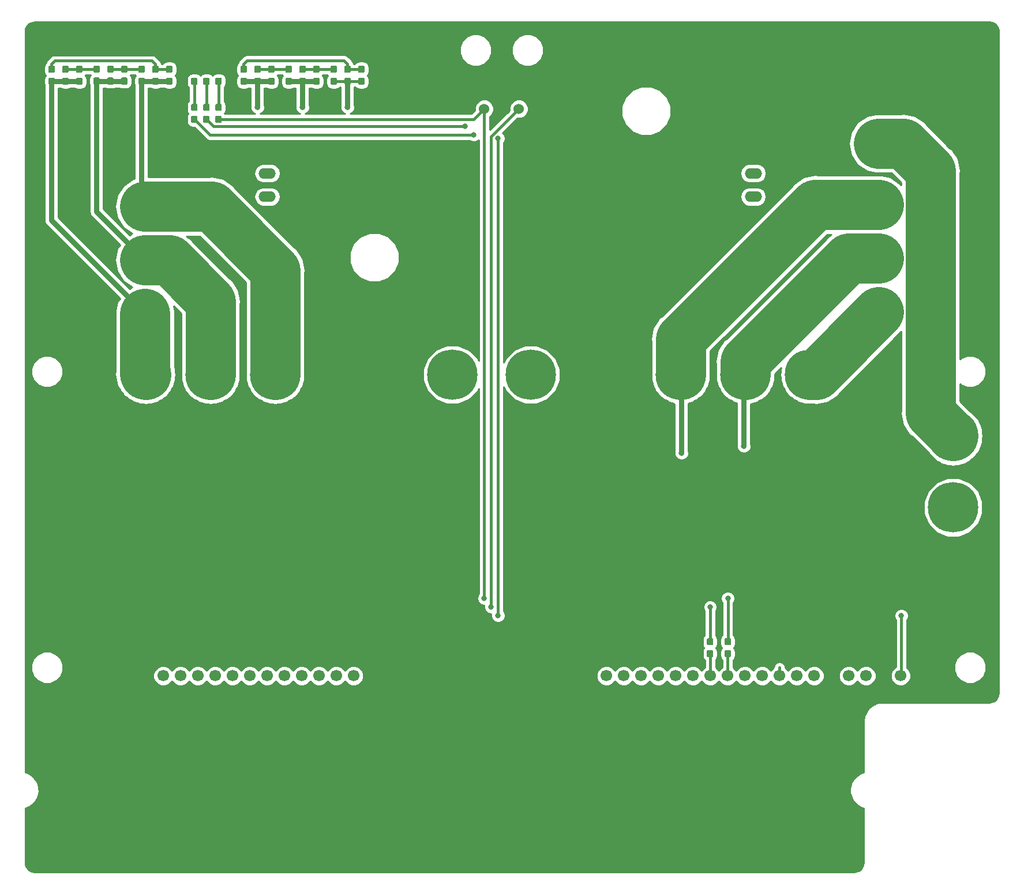
<source format=gbr>
G04 #@! TF.GenerationSoftware,KiCad,Pcbnew,(5.0.0)*
G04 #@! TF.CreationDate,2019-04-05T17:45:58-05:00*
G04 #@! TF.ProjectId,ODriveInterfacingBoard,4F4472697665496E746572666163696E,rev?*
G04 #@! TF.SameCoordinates,Original*
G04 #@! TF.FileFunction,Copper,L1,Top,Signal*
G04 #@! TF.FilePolarity,Positive*
%FSLAX46Y46*%
G04 Gerber Fmt 4.6, Leading zero omitted, Abs format (unit mm)*
G04 Created by KiCad (PCBNEW (5.0.0)) date 04/05/19 17:45:58*
%MOMM*%
%LPD*%
G01*
G04 APERTURE LIST*
G04 #@! TA.AperFunction,ComponentPad*
%ADD10C,1.700000*%
G04 #@! TD*
G04 #@! TA.AperFunction,ComponentPad*
%ADD11C,7.400000*%
G04 #@! TD*
G04 #@! TA.AperFunction,ComponentPad*
%ADD12O,2.540000X1.524000*%
G04 #@! TD*
G04 #@! TA.AperFunction,ComponentPad*
%ADD13C,5.080000*%
G04 #@! TD*
G04 #@! TA.AperFunction,Conductor*
%ADD14C,0.100000*%
G04 #@! TD*
G04 #@! TA.AperFunction,SMDPad,CuDef*
%ADD15C,0.950000*%
G04 #@! TD*
G04 #@! TA.AperFunction,ComponentPad*
%ADD16C,1.524000*%
G04 #@! TD*
G04 #@! TA.AperFunction,ViaPad*
%ADD17C,0.800000*%
G04 #@! TD*
G04 #@! TA.AperFunction,Conductor*
%ADD18C,0.381000*%
G04 #@! TD*
G04 #@! TA.AperFunction,Conductor*
%ADD19C,7.400000*%
G04 #@! TD*
G04 #@! TA.AperFunction,Conductor*
%ADD20C,0.762000*%
G04 #@! TD*
G04 #@! TA.AperFunction,Conductor*
%ADD21C,1.524000*%
G04 #@! TD*
G04 #@! TA.AperFunction,Conductor*
%ADD22C,0.254000*%
G04 #@! TD*
G04 APERTURE END LIST*
D10*
G04 #@! TO.P,U1,E1_3V3*
G04 #@! TO.N,+3V3*
X83948749Y-144741151D03*
G04 #@! TO.P,U1,E1_5V*
G04 #@! TO.N,/E1_5V*
X81408749Y-144741151D03*
G04 #@! TO.P,U1,E1_A*
G04 #@! TO.N,/E1_A*
X78868749Y-144741151D03*
G04 #@! TO.P,U1,E1_B*
G04 #@! TO.N,/E1_B*
X76328749Y-144741151D03*
G04 #@! TO.P,U1,E1_Z*
G04 #@! TO.N,/E1_Z*
X73788749Y-144741151D03*
G04 #@! TO.P,U1,E1_GND*
G04 #@! TO.N,/E1_GND*
X71248749Y-144741151D03*
G04 #@! TO.P,U1,E0_3V3*
G04 #@! TO.N,+3V3*
X68708749Y-144741151D03*
G04 #@! TO.P,U1,E0_5V*
G04 #@! TO.N,/E0_5V*
X66168749Y-144741151D03*
G04 #@! TO.P,U1,E0_A*
G04 #@! TO.N,/E0_A*
X63628749Y-144741151D03*
G04 #@! TO.P,U1,E0_B*
G04 #@! TO.N,/E0_B*
X61088749Y-144741151D03*
G04 #@! TO.P,U1,E0_Z*
G04 #@! TO.N,/E0_Z*
X58548749Y-144741151D03*
G04 #@! TO.P,U1,E0_GND*
G04 #@! TO.N,/E0_GND*
X56008749Y-144741151D03*
G04 #@! TO.P,U1,GND3*
G04 #@! TO.N,GND*
X115988717Y-144741151D03*
G04 #@! TO.P,U1,GND2*
X118528717Y-144741151D03*
G04 #@! TO.P,U1,GPIO8*
G04 #@! TO.N,GPIO_8*
X121068717Y-144741151D03*
G04 #@! TO.P,U1,GPIO7*
G04 #@! TO.N,GPIO_7*
X123608717Y-144741151D03*
G04 #@! TO.P,U1,GPIO6*
G04 #@! TO.N,GPIO_6*
X126148717Y-144741151D03*
G04 #@! TO.P,U1,GPIO5*
G04 #@! TO.N,GPIO_5*
X128688717Y-144741151D03*
G04 #@! TO.P,U1,GPIO4*
G04 #@! TO.N,GPIO_4*
X131228717Y-144741151D03*
G04 #@! TO.P,U1,GPIO3*
G04 #@! TO.N,GPIO_3*
X133768717Y-144741151D03*
G04 #@! TO.P,U1,GPIO2*
G04 #@! TO.N,Rx*
X136308717Y-144741151D03*
G04 #@! TO.P,U1,GPIO1*
G04 #@! TO.N,Tx*
X138848717Y-144741151D03*
G04 #@! TO.P,U1,MOSI*
G04 #@! TO.N,MOSI*
X141388717Y-144741151D03*
G04 #@! TO.P,U1,MISO*
G04 #@! TO.N,MISO*
X143928717Y-144741151D03*
G04 #@! TO.P,U1,SCK*
G04 #@! TO.N,SCK*
X146468717Y-144741151D03*
G04 #@! TO.P,U1,AGND*
G04 #@! TO.N,Net-(Conn1-Pad1)*
X149008717Y-144741151D03*
G04 #@! TO.P,U1,AVCC*
G04 #@! TO.N,Net-(Conn1-Pad2)*
X151548717Y-144741151D03*
G04 #@! TO.P,U1,GND1*
G04 #@! TO.N,GND*
X154088717Y-144741151D03*
G04 #@! TO.P,U1,CAN_L*
G04 #@! TO.N,CAN_L*
X156628717Y-144741151D03*
G04 #@! TO.P,U1,CAN_H*
G04 #@! TO.N,CAN_H*
X159168717Y-144741151D03*
G04 #@! TO.P,U1,GND0*
G04 #@! TO.N,GND*
X161708717Y-144741151D03*
G04 #@! TO.P,U1,3V3*
G04 #@! TO.N,+3V3*
X164248717Y-144741151D03*
D11*
G04 #@! TO.P,U1,M0_A*
G04 #@! TO.N,M0_A*
X53448717Y-100511151D03*
G04 #@! TO.P,U1,M0_B*
G04 #@! TO.N,M0_B*
X62948717Y-100511151D03*
G04 #@! TO.P,U1,M0_C*
G04 #@! TO.N,M0_C*
X72448717Y-100511151D03*
G04 #@! TO.P,U1,AUX_V+*
G04 #@! TO.N,Net-(50W2RJ1-Pad1)*
X98448717Y-100511151D03*
G04 #@! TO.P,U1,AUX_V-*
G04 #@! TO.N,Net-(50W2RJ1-Pad2)*
X109948717Y-100511151D03*
G04 #@! TO.P,U1,M1_A*
G04 #@! TO.N,M1_A*
X131948717Y-100511151D03*
G04 #@! TO.P,U1,M1_B*
G04 #@! TO.N,M1_B*
X141448717Y-100511151D03*
G04 #@! TO.P,U1,M1_C*
G04 #@! TO.N,M1_C*
X150948717Y-100511151D03*
G04 #@! TO.P,U1,PV+*
G04 #@! TO.N,/PV+*
X171948717Y-109511151D03*
G04 #@! TO.P,U1,GND*
G04 #@! TO.N,N/C*
X171948717Y-120011151D03*
G04 #@! TD*
D12*
G04 #@! TO.P,50W2RJ1,V+*
G04 #@! TO.N,Net-(50W2RJ1-Pad2)*
X142602900Y-74345800D03*
X142602900Y-70942200D03*
G04 #@! TO.P,50W2RJ1,V-*
G04 #@! TO.N,Net-(50W2RJ1-Pad1)*
X71265100Y-74345800D03*
X71265100Y-70942200D03*
G04 #@! TD*
D13*
G04 #@! TO.P,Conn3,1*
G04 #@! TO.N,/PV+*
X161036000Y-66548000D03*
G04 #@! TO.P,Conn3,4*
G04 #@! TO.N,GND*
X153162000Y-66548000D03*
G04 #@! TD*
D14*
G04 #@! TO.N,GND*
G04 #@! TO.C,D1*
G36*
X64395779Y-55116144D02*
X64418834Y-55119563D01*
X64441443Y-55125227D01*
X64463387Y-55133079D01*
X64484457Y-55143044D01*
X64504448Y-55155026D01*
X64523168Y-55168910D01*
X64540438Y-55184562D01*
X64556090Y-55201832D01*
X64569974Y-55220552D01*
X64581956Y-55240543D01*
X64591921Y-55261613D01*
X64599773Y-55283557D01*
X64605437Y-55306166D01*
X64608856Y-55329221D01*
X64610000Y-55352500D01*
X64610000Y-55927500D01*
X64608856Y-55950779D01*
X64605437Y-55973834D01*
X64599773Y-55996443D01*
X64591921Y-56018387D01*
X64581956Y-56039457D01*
X64569974Y-56059448D01*
X64556090Y-56078168D01*
X64540438Y-56095438D01*
X64523168Y-56111090D01*
X64504448Y-56124974D01*
X64484457Y-56136956D01*
X64463387Y-56146921D01*
X64441443Y-56154773D01*
X64418834Y-56160437D01*
X64395779Y-56163856D01*
X64372500Y-56165000D01*
X63897500Y-56165000D01*
X63874221Y-56163856D01*
X63851166Y-56160437D01*
X63828557Y-56154773D01*
X63806613Y-56146921D01*
X63785543Y-56136956D01*
X63765552Y-56124974D01*
X63746832Y-56111090D01*
X63729562Y-56095438D01*
X63713910Y-56078168D01*
X63700026Y-56059448D01*
X63688044Y-56039457D01*
X63678079Y-56018387D01*
X63670227Y-55996443D01*
X63664563Y-55973834D01*
X63661144Y-55950779D01*
X63660000Y-55927500D01*
X63660000Y-55352500D01*
X63661144Y-55329221D01*
X63664563Y-55306166D01*
X63670227Y-55283557D01*
X63678079Y-55261613D01*
X63688044Y-55240543D01*
X63700026Y-55220552D01*
X63713910Y-55201832D01*
X63729562Y-55184562D01*
X63746832Y-55168910D01*
X63765552Y-55155026D01*
X63785543Y-55143044D01*
X63806613Y-55133079D01*
X63828557Y-55125227D01*
X63851166Y-55119563D01*
X63874221Y-55116144D01*
X63897500Y-55115000D01*
X64372500Y-55115000D01*
X64395779Y-55116144D01*
X64395779Y-55116144D01*
G37*
D15*
G04 #@! TD*
G04 #@! TO.P,D1,1*
G04 #@! TO.N,GND*
X64135000Y-55640000D03*
D14*
G04 #@! TO.N,Net-(D1-Pad2)*
G04 #@! TO.C,D1*
G36*
X64395779Y-56866144D02*
X64418834Y-56869563D01*
X64441443Y-56875227D01*
X64463387Y-56883079D01*
X64484457Y-56893044D01*
X64504448Y-56905026D01*
X64523168Y-56918910D01*
X64540438Y-56934562D01*
X64556090Y-56951832D01*
X64569974Y-56970552D01*
X64581956Y-56990543D01*
X64591921Y-57011613D01*
X64599773Y-57033557D01*
X64605437Y-57056166D01*
X64608856Y-57079221D01*
X64610000Y-57102500D01*
X64610000Y-57677500D01*
X64608856Y-57700779D01*
X64605437Y-57723834D01*
X64599773Y-57746443D01*
X64591921Y-57768387D01*
X64581956Y-57789457D01*
X64569974Y-57809448D01*
X64556090Y-57828168D01*
X64540438Y-57845438D01*
X64523168Y-57861090D01*
X64504448Y-57874974D01*
X64484457Y-57886956D01*
X64463387Y-57896921D01*
X64441443Y-57904773D01*
X64418834Y-57910437D01*
X64395779Y-57913856D01*
X64372500Y-57915000D01*
X63897500Y-57915000D01*
X63874221Y-57913856D01*
X63851166Y-57910437D01*
X63828557Y-57904773D01*
X63806613Y-57896921D01*
X63785543Y-57886956D01*
X63765552Y-57874974D01*
X63746832Y-57861090D01*
X63729562Y-57845438D01*
X63713910Y-57828168D01*
X63700026Y-57809448D01*
X63688044Y-57789457D01*
X63678079Y-57768387D01*
X63670227Y-57746443D01*
X63664563Y-57723834D01*
X63661144Y-57700779D01*
X63660000Y-57677500D01*
X63660000Y-57102500D01*
X63661144Y-57079221D01*
X63664563Y-57056166D01*
X63670227Y-57033557D01*
X63678079Y-57011613D01*
X63688044Y-56990543D01*
X63700026Y-56970552D01*
X63713910Y-56951832D01*
X63729562Y-56934562D01*
X63746832Y-56918910D01*
X63765552Y-56905026D01*
X63785543Y-56893044D01*
X63806613Y-56883079D01*
X63828557Y-56875227D01*
X63851166Y-56869563D01*
X63874221Y-56866144D01*
X63897500Y-56865000D01*
X64372500Y-56865000D01*
X64395779Y-56866144D01*
X64395779Y-56866144D01*
G37*
D15*
G04 #@! TD*
G04 #@! TO.P,D1,2*
G04 #@! TO.N,Net-(D1-Pad2)*
X64135000Y-57390000D03*
D14*
G04 #@! TO.N,GND*
G04 #@! TO.C,D2*
G36*
X62617779Y-55130144D02*
X62640834Y-55133563D01*
X62663443Y-55139227D01*
X62685387Y-55147079D01*
X62706457Y-55157044D01*
X62726448Y-55169026D01*
X62745168Y-55182910D01*
X62762438Y-55198562D01*
X62778090Y-55215832D01*
X62791974Y-55234552D01*
X62803956Y-55254543D01*
X62813921Y-55275613D01*
X62821773Y-55297557D01*
X62827437Y-55320166D01*
X62830856Y-55343221D01*
X62832000Y-55366500D01*
X62832000Y-55941500D01*
X62830856Y-55964779D01*
X62827437Y-55987834D01*
X62821773Y-56010443D01*
X62813921Y-56032387D01*
X62803956Y-56053457D01*
X62791974Y-56073448D01*
X62778090Y-56092168D01*
X62762438Y-56109438D01*
X62745168Y-56125090D01*
X62726448Y-56138974D01*
X62706457Y-56150956D01*
X62685387Y-56160921D01*
X62663443Y-56168773D01*
X62640834Y-56174437D01*
X62617779Y-56177856D01*
X62594500Y-56179000D01*
X62119500Y-56179000D01*
X62096221Y-56177856D01*
X62073166Y-56174437D01*
X62050557Y-56168773D01*
X62028613Y-56160921D01*
X62007543Y-56150956D01*
X61987552Y-56138974D01*
X61968832Y-56125090D01*
X61951562Y-56109438D01*
X61935910Y-56092168D01*
X61922026Y-56073448D01*
X61910044Y-56053457D01*
X61900079Y-56032387D01*
X61892227Y-56010443D01*
X61886563Y-55987834D01*
X61883144Y-55964779D01*
X61882000Y-55941500D01*
X61882000Y-55366500D01*
X61883144Y-55343221D01*
X61886563Y-55320166D01*
X61892227Y-55297557D01*
X61900079Y-55275613D01*
X61910044Y-55254543D01*
X61922026Y-55234552D01*
X61935910Y-55215832D01*
X61951562Y-55198562D01*
X61968832Y-55182910D01*
X61987552Y-55169026D01*
X62007543Y-55157044D01*
X62028613Y-55147079D01*
X62050557Y-55139227D01*
X62073166Y-55133563D01*
X62096221Y-55130144D01*
X62119500Y-55129000D01*
X62594500Y-55129000D01*
X62617779Y-55130144D01*
X62617779Y-55130144D01*
G37*
D15*
G04 #@! TD*
G04 #@! TO.P,D2,1*
G04 #@! TO.N,GND*
X62357000Y-55654000D03*
D14*
G04 #@! TO.N,Net-(D2-Pad2)*
G04 #@! TO.C,D2*
G36*
X62617779Y-56880144D02*
X62640834Y-56883563D01*
X62663443Y-56889227D01*
X62685387Y-56897079D01*
X62706457Y-56907044D01*
X62726448Y-56919026D01*
X62745168Y-56932910D01*
X62762438Y-56948562D01*
X62778090Y-56965832D01*
X62791974Y-56984552D01*
X62803956Y-57004543D01*
X62813921Y-57025613D01*
X62821773Y-57047557D01*
X62827437Y-57070166D01*
X62830856Y-57093221D01*
X62832000Y-57116500D01*
X62832000Y-57691500D01*
X62830856Y-57714779D01*
X62827437Y-57737834D01*
X62821773Y-57760443D01*
X62813921Y-57782387D01*
X62803956Y-57803457D01*
X62791974Y-57823448D01*
X62778090Y-57842168D01*
X62762438Y-57859438D01*
X62745168Y-57875090D01*
X62726448Y-57888974D01*
X62706457Y-57900956D01*
X62685387Y-57910921D01*
X62663443Y-57918773D01*
X62640834Y-57924437D01*
X62617779Y-57927856D01*
X62594500Y-57929000D01*
X62119500Y-57929000D01*
X62096221Y-57927856D01*
X62073166Y-57924437D01*
X62050557Y-57918773D01*
X62028613Y-57910921D01*
X62007543Y-57900956D01*
X61987552Y-57888974D01*
X61968832Y-57875090D01*
X61951562Y-57859438D01*
X61935910Y-57842168D01*
X61922026Y-57823448D01*
X61910044Y-57803457D01*
X61900079Y-57782387D01*
X61892227Y-57760443D01*
X61886563Y-57737834D01*
X61883144Y-57714779D01*
X61882000Y-57691500D01*
X61882000Y-57116500D01*
X61883144Y-57093221D01*
X61886563Y-57070166D01*
X61892227Y-57047557D01*
X61900079Y-57025613D01*
X61910044Y-57004543D01*
X61922026Y-56984552D01*
X61935910Y-56965832D01*
X61951562Y-56948562D01*
X61968832Y-56932910D01*
X61987552Y-56919026D01*
X62007543Y-56907044D01*
X62028613Y-56897079D01*
X62050557Y-56889227D01*
X62073166Y-56883563D01*
X62096221Y-56880144D01*
X62119500Y-56879000D01*
X62594500Y-56879000D01*
X62617779Y-56880144D01*
X62617779Y-56880144D01*
G37*
D15*
G04 #@! TD*
G04 #@! TO.P,D2,2*
G04 #@! TO.N,Net-(D2-Pad2)*
X62357000Y-57404000D03*
D14*
G04 #@! TO.N,Net-(D3-Pad2)*
G04 #@! TO.C,D3*
G36*
X70110779Y-55130144D02*
X70133834Y-55133563D01*
X70156443Y-55139227D01*
X70178387Y-55147079D01*
X70199457Y-55157044D01*
X70219448Y-55169026D01*
X70238168Y-55182910D01*
X70255438Y-55198562D01*
X70271090Y-55215832D01*
X70284974Y-55234552D01*
X70296956Y-55254543D01*
X70306921Y-55275613D01*
X70314773Y-55297557D01*
X70320437Y-55320166D01*
X70323856Y-55343221D01*
X70325000Y-55366500D01*
X70325000Y-55941500D01*
X70323856Y-55964779D01*
X70320437Y-55987834D01*
X70314773Y-56010443D01*
X70306921Y-56032387D01*
X70296956Y-56053457D01*
X70284974Y-56073448D01*
X70271090Y-56092168D01*
X70255438Y-56109438D01*
X70238168Y-56125090D01*
X70219448Y-56138974D01*
X70199457Y-56150956D01*
X70178387Y-56160921D01*
X70156443Y-56168773D01*
X70133834Y-56174437D01*
X70110779Y-56177856D01*
X70087500Y-56179000D01*
X69612500Y-56179000D01*
X69589221Y-56177856D01*
X69566166Y-56174437D01*
X69543557Y-56168773D01*
X69521613Y-56160921D01*
X69500543Y-56150956D01*
X69480552Y-56138974D01*
X69461832Y-56125090D01*
X69444562Y-56109438D01*
X69428910Y-56092168D01*
X69415026Y-56073448D01*
X69403044Y-56053457D01*
X69393079Y-56032387D01*
X69385227Y-56010443D01*
X69379563Y-55987834D01*
X69376144Y-55964779D01*
X69375000Y-55941500D01*
X69375000Y-55366500D01*
X69376144Y-55343221D01*
X69379563Y-55320166D01*
X69385227Y-55297557D01*
X69393079Y-55275613D01*
X69403044Y-55254543D01*
X69415026Y-55234552D01*
X69428910Y-55215832D01*
X69444562Y-55198562D01*
X69461832Y-55182910D01*
X69480552Y-55169026D01*
X69500543Y-55157044D01*
X69521613Y-55147079D01*
X69543557Y-55139227D01*
X69566166Y-55133563D01*
X69589221Y-55130144D01*
X69612500Y-55129000D01*
X70087500Y-55129000D01*
X70110779Y-55130144D01*
X70110779Y-55130144D01*
G37*
D15*
G04 #@! TD*
G04 #@! TO.P,D3,2*
G04 #@! TO.N,Net-(D3-Pad2)*
X69850000Y-55654000D03*
D14*
G04 #@! TO.N,M1_A*
G04 #@! TO.C,D3*
G36*
X70110779Y-56880144D02*
X70133834Y-56883563D01*
X70156443Y-56889227D01*
X70178387Y-56897079D01*
X70199457Y-56907044D01*
X70219448Y-56919026D01*
X70238168Y-56932910D01*
X70255438Y-56948562D01*
X70271090Y-56965832D01*
X70284974Y-56984552D01*
X70296956Y-57004543D01*
X70306921Y-57025613D01*
X70314773Y-57047557D01*
X70320437Y-57070166D01*
X70323856Y-57093221D01*
X70325000Y-57116500D01*
X70325000Y-57691500D01*
X70323856Y-57714779D01*
X70320437Y-57737834D01*
X70314773Y-57760443D01*
X70306921Y-57782387D01*
X70296956Y-57803457D01*
X70284974Y-57823448D01*
X70271090Y-57842168D01*
X70255438Y-57859438D01*
X70238168Y-57875090D01*
X70219448Y-57888974D01*
X70199457Y-57900956D01*
X70178387Y-57910921D01*
X70156443Y-57918773D01*
X70133834Y-57924437D01*
X70110779Y-57927856D01*
X70087500Y-57929000D01*
X69612500Y-57929000D01*
X69589221Y-57927856D01*
X69566166Y-57924437D01*
X69543557Y-57918773D01*
X69521613Y-57910921D01*
X69500543Y-57900956D01*
X69480552Y-57888974D01*
X69461832Y-57875090D01*
X69444562Y-57859438D01*
X69428910Y-57842168D01*
X69415026Y-57823448D01*
X69403044Y-57803457D01*
X69393079Y-57782387D01*
X69385227Y-57760443D01*
X69379563Y-57737834D01*
X69376144Y-57714779D01*
X69375000Y-57691500D01*
X69375000Y-57116500D01*
X69376144Y-57093221D01*
X69379563Y-57070166D01*
X69385227Y-57047557D01*
X69393079Y-57025613D01*
X69403044Y-57004543D01*
X69415026Y-56984552D01*
X69428910Y-56965832D01*
X69444562Y-56948562D01*
X69461832Y-56932910D01*
X69480552Y-56919026D01*
X69500543Y-56907044D01*
X69521613Y-56897079D01*
X69543557Y-56889227D01*
X69566166Y-56883563D01*
X69589221Y-56880144D01*
X69612500Y-56879000D01*
X70087500Y-56879000D01*
X70110779Y-56880144D01*
X70110779Y-56880144D01*
G37*
D15*
G04 #@! TD*
G04 #@! TO.P,D3,1*
G04 #@! TO.N,M1_A*
X69850000Y-57404000D03*
D14*
G04 #@! TO.N,GND*
G04 #@! TO.C,D4*
G36*
X60839779Y-55130144D02*
X60862834Y-55133563D01*
X60885443Y-55139227D01*
X60907387Y-55147079D01*
X60928457Y-55157044D01*
X60948448Y-55169026D01*
X60967168Y-55182910D01*
X60984438Y-55198562D01*
X61000090Y-55215832D01*
X61013974Y-55234552D01*
X61025956Y-55254543D01*
X61035921Y-55275613D01*
X61043773Y-55297557D01*
X61049437Y-55320166D01*
X61052856Y-55343221D01*
X61054000Y-55366500D01*
X61054000Y-55941500D01*
X61052856Y-55964779D01*
X61049437Y-55987834D01*
X61043773Y-56010443D01*
X61035921Y-56032387D01*
X61025956Y-56053457D01*
X61013974Y-56073448D01*
X61000090Y-56092168D01*
X60984438Y-56109438D01*
X60967168Y-56125090D01*
X60948448Y-56138974D01*
X60928457Y-56150956D01*
X60907387Y-56160921D01*
X60885443Y-56168773D01*
X60862834Y-56174437D01*
X60839779Y-56177856D01*
X60816500Y-56179000D01*
X60341500Y-56179000D01*
X60318221Y-56177856D01*
X60295166Y-56174437D01*
X60272557Y-56168773D01*
X60250613Y-56160921D01*
X60229543Y-56150956D01*
X60209552Y-56138974D01*
X60190832Y-56125090D01*
X60173562Y-56109438D01*
X60157910Y-56092168D01*
X60144026Y-56073448D01*
X60132044Y-56053457D01*
X60122079Y-56032387D01*
X60114227Y-56010443D01*
X60108563Y-55987834D01*
X60105144Y-55964779D01*
X60104000Y-55941500D01*
X60104000Y-55366500D01*
X60105144Y-55343221D01*
X60108563Y-55320166D01*
X60114227Y-55297557D01*
X60122079Y-55275613D01*
X60132044Y-55254543D01*
X60144026Y-55234552D01*
X60157910Y-55215832D01*
X60173562Y-55198562D01*
X60190832Y-55182910D01*
X60209552Y-55169026D01*
X60229543Y-55157044D01*
X60250613Y-55147079D01*
X60272557Y-55139227D01*
X60295166Y-55133563D01*
X60318221Y-55130144D01*
X60341500Y-55129000D01*
X60816500Y-55129000D01*
X60839779Y-55130144D01*
X60839779Y-55130144D01*
G37*
D15*
G04 #@! TD*
G04 #@! TO.P,D4,1*
G04 #@! TO.N,GND*
X60579000Y-55654000D03*
D14*
G04 #@! TO.N,Net-(D4-Pad2)*
G04 #@! TO.C,D4*
G36*
X60839779Y-56880144D02*
X60862834Y-56883563D01*
X60885443Y-56889227D01*
X60907387Y-56897079D01*
X60928457Y-56907044D01*
X60948448Y-56919026D01*
X60967168Y-56932910D01*
X60984438Y-56948562D01*
X61000090Y-56965832D01*
X61013974Y-56984552D01*
X61025956Y-57004543D01*
X61035921Y-57025613D01*
X61043773Y-57047557D01*
X61049437Y-57070166D01*
X61052856Y-57093221D01*
X61054000Y-57116500D01*
X61054000Y-57691500D01*
X61052856Y-57714779D01*
X61049437Y-57737834D01*
X61043773Y-57760443D01*
X61035921Y-57782387D01*
X61025956Y-57803457D01*
X61013974Y-57823448D01*
X61000090Y-57842168D01*
X60984438Y-57859438D01*
X60967168Y-57875090D01*
X60948448Y-57888974D01*
X60928457Y-57900956D01*
X60907387Y-57910921D01*
X60885443Y-57918773D01*
X60862834Y-57924437D01*
X60839779Y-57927856D01*
X60816500Y-57929000D01*
X60341500Y-57929000D01*
X60318221Y-57927856D01*
X60295166Y-57924437D01*
X60272557Y-57918773D01*
X60250613Y-57910921D01*
X60229543Y-57900956D01*
X60209552Y-57888974D01*
X60190832Y-57875090D01*
X60173562Y-57859438D01*
X60157910Y-57842168D01*
X60144026Y-57823448D01*
X60132044Y-57803457D01*
X60122079Y-57782387D01*
X60114227Y-57760443D01*
X60108563Y-57737834D01*
X60105144Y-57714779D01*
X60104000Y-57691500D01*
X60104000Y-57116500D01*
X60105144Y-57093221D01*
X60108563Y-57070166D01*
X60114227Y-57047557D01*
X60122079Y-57025613D01*
X60132044Y-57004543D01*
X60144026Y-56984552D01*
X60157910Y-56965832D01*
X60173562Y-56948562D01*
X60190832Y-56932910D01*
X60209552Y-56919026D01*
X60229543Y-56907044D01*
X60250613Y-56897079D01*
X60272557Y-56889227D01*
X60295166Y-56883563D01*
X60318221Y-56880144D01*
X60341500Y-56879000D01*
X60816500Y-56879000D01*
X60839779Y-56880144D01*
X60839779Y-56880144D01*
G37*
D15*
G04 #@! TD*
G04 #@! TO.P,D4,2*
G04 #@! TO.N,Net-(D4-Pad2)*
X60579000Y-57404000D03*
D14*
G04 #@! TO.N,M1_A*
G04 #@! TO.C,D5*
G36*
X72142779Y-56880144D02*
X72165834Y-56883563D01*
X72188443Y-56889227D01*
X72210387Y-56897079D01*
X72231457Y-56907044D01*
X72251448Y-56919026D01*
X72270168Y-56932910D01*
X72287438Y-56948562D01*
X72303090Y-56965832D01*
X72316974Y-56984552D01*
X72328956Y-57004543D01*
X72338921Y-57025613D01*
X72346773Y-57047557D01*
X72352437Y-57070166D01*
X72355856Y-57093221D01*
X72357000Y-57116500D01*
X72357000Y-57691500D01*
X72355856Y-57714779D01*
X72352437Y-57737834D01*
X72346773Y-57760443D01*
X72338921Y-57782387D01*
X72328956Y-57803457D01*
X72316974Y-57823448D01*
X72303090Y-57842168D01*
X72287438Y-57859438D01*
X72270168Y-57875090D01*
X72251448Y-57888974D01*
X72231457Y-57900956D01*
X72210387Y-57910921D01*
X72188443Y-57918773D01*
X72165834Y-57924437D01*
X72142779Y-57927856D01*
X72119500Y-57929000D01*
X71644500Y-57929000D01*
X71621221Y-57927856D01*
X71598166Y-57924437D01*
X71575557Y-57918773D01*
X71553613Y-57910921D01*
X71532543Y-57900956D01*
X71512552Y-57888974D01*
X71493832Y-57875090D01*
X71476562Y-57859438D01*
X71460910Y-57842168D01*
X71447026Y-57823448D01*
X71435044Y-57803457D01*
X71425079Y-57782387D01*
X71417227Y-57760443D01*
X71411563Y-57737834D01*
X71408144Y-57714779D01*
X71407000Y-57691500D01*
X71407000Y-57116500D01*
X71408144Y-57093221D01*
X71411563Y-57070166D01*
X71417227Y-57047557D01*
X71425079Y-57025613D01*
X71435044Y-57004543D01*
X71447026Y-56984552D01*
X71460910Y-56965832D01*
X71476562Y-56948562D01*
X71493832Y-56932910D01*
X71512552Y-56919026D01*
X71532543Y-56907044D01*
X71553613Y-56897079D01*
X71575557Y-56889227D01*
X71598166Y-56883563D01*
X71621221Y-56880144D01*
X71644500Y-56879000D01*
X72119500Y-56879000D01*
X72142779Y-56880144D01*
X72142779Y-56880144D01*
G37*
D15*
G04 #@! TD*
G04 #@! TO.P,D5,2*
G04 #@! TO.N,M1_A*
X71882000Y-57404000D03*
D14*
G04 #@! TO.N,Net-(D3-Pad2)*
G04 #@! TO.C,D5*
G36*
X72142779Y-55130144D02*
X72165834Y-55133563D01*
X72188443Y-55139227D01*
X72210387Y-55147079D01*
X72231457Y-55157044D01*
X72251448Y-55169026D01*
X72270168Y-55182910D01*
X72287438Y-55198562D01*
X72303090Y-55215832D01*
X72316974Y-55234552D01*
X72328956Y-55254543D01*
X72338921Y-55275613D01*
X72346773Y-55297557D01*
X72352437Y-55320166D01*
X72355856Y-55343221D01*
X72357000Y-55366500D01*
X72357000Y-55941500D01*
X72355856Y-55964779D01*
X72352437Y-55987834D01*
X72346773Y-56010443D01*
X72338921Y-56032387D01*
X72328956Y-56053457D01*
X72316974Y-56073448D01*
X72303090Y-56092168D01*
X72287438Y-56109438D01*
X72270168Y-56125090D01*
X72251448Y-56138974D01*
X72231457Y-56150956D01*
X72210387Y-56160921D01*
X72188443Y-56168773D01*
X72165834Y-56174437D01*
X72142779Y-56177856D01*
X72119500Y-56179000D01*
X71644500Y-56179000D01*
X71621221Y-56177856D01*
X71598166Y-56174437D01*
X71575557Y-56168773D01*
X71553613Y-56160921D01*
X71532543Y-56150956D01*
X71512552Y-56138974D01*
X71493832Y-56125090D01*
X71476562Y-56109438D01*
X71460910Y-56092168D01*
X71447026Y-56073448D01*
X71435044Y-56053457D01*
X71425079Y-56032387D01*
X71417227Y-56010443D01*
X71411563Y-55987834D01*
X71408144Y-55964779D01*
X71407000Y-55941500D01*
X71407000Y-55366500D01*
X71408144Y-55343221D01*
X71411563Y-55320166D01*
X71417227Y-55297557D01*
X71425079Y-55275613D01*
X71435044Y-55254543D01*
X71447026Y-55234552D01*
X71460910Y-55215832D01*
X71476562Y-55198562D01*
X71493832Y-55182910D01*
X71512552Y-55169026D01*
X71532543Y-55157044D01*
X71553613Y-55147079D01*
X71575557Y-55139227D01*
X71598166Y-55133563D01*
X71621221Y-55130144D01*
X71644500Y-55129000D01*
X72119500Y-55129000D01*
X72142779Y-55130144D01*
X72142779Y-55130144D01*
G37*
D15*
G04 #@! TD*
G04 #@! TO.P,D5,1*
G04 #@! TO.N,Net-(D3-Pad2)*
X71882000Y-55654000D03*
D14*
G04 #@! TO.N,Net-(D6-Pad2)*
G04 #@! TO.C,D6*
G36*
X41916779Y-55130144D02*
X41939834Y-55133563D01*
X41962443Y-55139227D01*
X41984387Y-55147079D01*
X42005457Y-55157044D01*
X42025448Y-55169026D01*
X42044168Y-55182910D01*
X42061438Y-55198562D01*
X42077090Y-55215832D01*
X42090974Y-55234552D01*
X42102956Y-55254543D01*
X42112921Y-55275613D01*
X42120773Y-55297557D01*
X42126437Y-55320166D01*
X42129856Y-55343221D01*
X42131000Y-55366500D01*
X42131000Y-55941500D01*
X42129856Y-55964779D01*
X42126437Y-55987834D01*
X42120773Y-56010443D01*
X42112921Y-56032387D01*
X42102956Y-56053457D01*
X42090974Y-56073448D01*
X42077090Y-56092168D01*
X42061438Y-56109438D01*
X42044168Y-56125090D01*
X42025448Y-56138974D01*
X42005457Y-56150956D01*
X41984387Y-56160921D01*
X41962443Y-56168773D01*
X41939834Y-56174437D01*
X41916779Y-56177856D01*
X41893500Y-56179000D01*
X41418500Y-56179000D01*
X41395221Y-56177856D01*
X41372166Y-56174437D01*
X41349557Y-56168773D01*
X41327613Y-56160921D01*
X41306543Y-56150956D01*
X41286552Y-56138974D01*
X41267832Y-56125090D01*
X41250562Y-56109438D01*
X41234910Y-56092168D01*
X41221026Y-56073448D01*
X41209044Y-56053457D01*
X41199079Y-56032387D01*
X41191227Y-56010443D01*
X41185563Y-55987834D01*
X41182144Y-55964779D01*
X41181000Y-55941500D01*
X41181000Y-55366500D01*
X41182144Y-55343221D01*
X41185563Y-55320166D01*
X41191227Y-55297557D01*
X41199079Y-55275613D01*
X41209044Y-55254543D01*
X41221026Y-55234552D01*
X41234910Y-55215832D01*
X41250562Y-55198562D01*
X41267832Y-55182910D01*
X41286552Y-55169026D01*
X41306543Y-55157044D01*
X41327613Y-55147079D01*
X41349557Y-55139227D01*
X41372166Y-55133563D01*
X41395221Y-55130144D01*
X41418500Y-55129000D01*
X41893500Y-55129000D01*
X41916779Y-55130144D01*
X41916779Y-55130144D01*
G37*
D15*
G04 #@! TD*
G04 #@! TO.P,D6,2*
G04 #@! TO.N,Net-(D6-Pad2)*
X41656000Y-55654000D03*
D14*
G04 #@! TO.N,M0_A*
G04 #@! TO.C,D6*
G36*
X41916779Y-56880144D02*
X41939834Y-56883563D01*
X41962443Y-56889227D01*
X41984387Y-56897079D01*
X42005457Y-56907044D01*
X42025448Y-56919026D01*
X42044168Y-56932910D01*
X42061438Y-56948562D01*
X42077090Y-56965832D01*
X42090974Y-56984552D01*
X42102956Y-57004543D01*
X42112921Y-57025613D01*
X42120773Y-57047557D01*
X42126437Y-57070166D01*
X42129856Y-57093221D01*
X42131000Y-57116500D01*
X42131000Y-57691500D01*
X42129856Y-57714779D01*
X42126437Y-57737834D01*
X42120773Y-57760443D01*
X42112921Y-57782387D01*
X42102956Y-57803457D01*
X42090974Y-57823448D01*
X42077090Y-57842168D01*
X42061438Y-57859438D01*
X42044168Y-57875090D01*
X42025448Y-57888974D01*
X42005457Y-57900956D01*
X41984387Y-57910921D01*
X41962443Y-57918773D01*
X41939834Y-57924437D01*
X41916779Y-57927856D01*
X41893500Y-57929000D01*
X41418500Y-57929000D01*
X41395221Y-57927856D01*
X41372166Y-57924437D01*
X41349557Y-57918773D01*
X41327613Y-57910921D01*
X41306543Y-57900956D01*
X41286552Y-57888974D01*
X41267832Y-57875090D01*
X41250562Y-57859438D01*
X41234910Y-57842168D01*
X41221026Y-57823448D01*
X41209044Y-57803457D01*
X41199079Y-57782387D01*
X41191227Y-57760443D01*
X41185563Y-57737834D01*
X41182144Y-57714779D01*
X41181000Y-57691500D01*
X41181000Y-57116500D01*
X41182144Y-57093221D01*
X41185563Y-57070166D01*
X41191227Y-57047557D01*
X41199079Y-57025613D01*
X41209044Y-57004543D01*
X41221026Y-56984552D01*
X41234910Y-56965832D01*
X41250562Y-56948562D01*
X41267832Y-56932910D01*
X41286552Y-56919026D01*
X41306543Y-56907044D01*
X41327613Y-56897079D01*
X41349557Y-56889227D01*
X41372166Y-56883563D01*
X41395221Y-56880144D01*
X41418500Y-56879000D01*
X41893500Y-56879000D01*
X41916779Y-56880144D01*
X41916779Y-56880144D01*
G37*
D15*
G04 #@! TD*
G04 #@! TO.P,D6,1*
G04 #@! TO.N,M0_A*
X41656000Y-57404000D03*
D14*
G04 #@! TO.N,M1_B*
G04 #@! TO.C,D7*
G36*
X76714779Y-56880144D02*
X76737834Y-56883563D01*
X76760443Y-56889227D01*
X76782387Y-56897079D01*
X76803457Y-56907044D01*
X76823448Y-56919026D01*
X76842168Y-56932910D01*
X76859438Y-56948562D01*
X76875090Y-56965832D01*
X76888974Y-56984552D01*
X76900956Y-57004543D01*
X76910921Y-57025613D01*
X76918773Y-57047557D01*
X76924437Y-57070166D01*
X76927856Y-57093221D01*
X76929000Y-57116500D01*
X76929000Y-57691500D01*
X76927856Y-57714779D01*
X76924437Y-57737834D01*
X76918773Y-57760443D01*
X76910921Y-57782387D01*
X76900956Y-57803457D01*
X76888974Y-57823448D01*
X76875090Y-57842168D01*
X76859438Y-57859438D01*
X76842168Y-57875090D01*
X76823448Y-57888974D01*
X76803457Y-57900956D01*
X76782387Y-57910921D01*
X76760443Y-57918773D01*
X76737834Y-57924437D01*
X76714779Y-57927856D01*
X76691500Y-57929000D01*
X76216500Y-57929000D01*
X76193221Y-57927856D01*
X76170166Y-57924437D01*
X76147557Y-57918773D01*
X76125613Y-57910921D01*
X76104543Y-57900956D01*
X76084552Y-57888974D01*
X76065832Y-57875090D01*
X76048562Y-57859438D01*
X76032910Y-57842168D01*
X76019026Y-57823448D01*
X76007044Y-57803457D01*
X75997079Y-57782387D01*
X75989227Y-57760443D01*
X75983563Y-57737834D01*
X75980144Y-57714779D01*
X75979000Y-57691500D01*
X75979000Y-57116500D01*
X75980144Y-57093221D01*
X75983563Y-57070166D01*
X75989227Y-57047557D01*
X75997079Y-57025613D01*
X76007044Y-57004543D01*
X76019026Y-56984552D01*
X76032910Y-56965832D01*
X76048562Y-56948562D01*
X76065832Y-56932910D01*
X76084552Y-56919026D01*
X76104543Y-56907044D01*
X76125613Y-56897079D01*
X76147557Y-56889227D01*
X76170166Y-56883563D01*
X76193221Y-56880144D01*
X76216500Y-56879000D01*
X76691500Y-56879000D01*
X76714779Y-56880144D01*
X76714779Y-56880144D01*
G37*
D15*
G04 #@! TD*
G04 #@! TO.P,D7,1*
G04 #@! TO.N,M1_B*
X76454000Y-57404000D03*
D14*
G04 #@! TO.N,Net-(D7-Pad2)*
G04 #@! TO.C,D7*
G36*
X76714779Y-55130144D02*
X76737834Y-55133563D01*
X76760443Y-55139227D01*
X76782387Y-55147079D01*
X76803457Y-55157044D01*
X76823448Y-55169026D01*
X76842168Y-55182910D01*
X76859438Y-55198562D01*
X76875090Y-55215832D01*
X76888974Y-55234552D01*
X76900956Y-55254543D01*
X76910921Y-55275613D01*
X76918773Y-55297557D01*
X76924437Y-55320166D01*
X76927856Y-55343221D01*
X76929000Y-55366500D01*
X76929000Y-55941500D01*
X76927856Y-55964779D01*
X76924437Y-55987834D01*
X76918773Y-56010443D01*
X76910921Y-56032387D01*
X76900956Y-56053457D01*
X76888974Y-56073448D01*
X76875090Y-56092168D01*
X76859438Y-56109438D01*
X76842168Y-56125090D01*
X76823448Y-56138974D01*
X76803457Y-56150956D01*
X76782387Y-56160921D01*
X76760443Y-56168773D01*
X76737834Y-56174437D01*
X76714779Y-56177856D01*
X76691500Y-56179000D01*
X76216500Y-56179000D01*
X76193221Y-56177856D01*
X76170166Y-56174437D01*
X76147557Y-56168773D01*
X76125613Y-56160921D01*
X76104543Y-56150956D01*
X76084552Y-56138974D01*
X76065832Y-56125090D01*
X76048562Y-56109438D01*
X76032910Y-56092168D01*
X76019026Y-56073448D01*
X76007044Y-56053457D01*
X75997079Y-56032387D01*
X75989227Y-56010443D01*
X75983563Y-55987834D01*
X75980144Y-55964779D01*
X75979000Y-55941500D01*
X75979000Y-55366500D01*
X75980144Y-55343221D01*
X75983563Y-55320166D01*
X75989227Y-55297557D01*
X75997079Y-55275613D01*
X76007044Y-55254543D01*
X76019026Y-55234552D01*
X76032910Y-55215832D01*
X76048562Y-55198562D01*
X76065832Y-55182910D01*
X76084552Y-55169026D01*
X76104543Y-55157044D01*
X76125613Y-55147079D01*
X76147557Y-55139227D01*
X76170166Y-55133563D01*
X76193221Y-55130144D01*
X76216500Y-55129000D01*
X76691500Y-55129000D01*
X76714779Y-55130144D01*
X76714779Y-55130144D01*
G37*
D15*
G04 #@! TD*
G04 #@! TO.P,D7,2*
G04 #@! TO.N,Net-(D7-Pad2)*
X76454000Y-55654000D03*
D14*
G04 #@! TO.N,Net-(D6-Pad2)*
G04 #@! TO.C,D8*
G36*
X43948779Y-55130144D02*
X43971834Y-55133563D01*
X43994443Y-55139227D01*
X44016387Y-55147079D01*
X44037457Y-55157044D01*
X44057448Y-55169026D01*
X44076168Y-55182910D01*
X44093438Y-55198562D01*
X44109090Y-55215832D01*
X44122974Y-55234552D01*
X44134956Y-55254543D01*
X44144921Y-55275613D01*
X44152773Y-55297557D01*
X44158437Y-55320166D01*
X44161856Y-55343221D01*
X44163000Y-55366500D01*
X44163000Y-55941500D01*
X44161856Y-55964779D01*
X44158437Y-55987834D01*
X44152773Y-56010443D01*
X44144921Y-56032387D01*
X44134956Y-56053457D01*
X44122974Y-56073448D01*
X44109090Y-56092168D01*
X44093438Y-56109438D01*
X44076168Y-56125090D01*
X44057448Y-56138974D01*
X44037457Y-56150956D01*
X44016387Y-56160921D01*
X43994443Y-56168773D01*
X43971834Y-56174437D01*
X43948779Y-56177856D01*
X43925500Y-56179000D01*
X43450500Y-56179000D01*
X43427221Y-56177856D01*
X43404166Y-56174437D01*
X43381557Y-56168773D01*
X43359613Y-56160921D01*
X43338543Y-56150956D01*
X43318552Y-56138974D01*
X43299832Y-56125090D01*
X43282562Y-56109438D01*
X43266910Y-56092168D01*
X43253026Y-56073448D01*
X43241044Y-56053457D01*
X43231079Y-56032387D01*
X43223227Y-56010443D01*
X43217563Y-55987834D01*
X43214144Y-55964779D01*
X43213000Y-55941500D01*
X43213000Y-55366500D01*
X43214144Y-55343221D01*
X43217563Y-55320166D01*
X43223227Y-55297557D01*
X43231079Y-55275613D01*
X43241044Y-55254543D01*
X43253026Y-55234552D01*
X43266910Y-55215832D01*
X43282562Y-55198562D01*
X43299832Y-55182910D01*
X43318552Y-55169026D01*
X43338543Y-55157044D01*
X43359613Y-55147079D01*
X43381557Y-55139227D01*
X43404166Y-55133563D01*
X43427221Y-55130144D01*
X43450500Y-55129000D01*
X43925500Y-55129000D01*
X43948779Y-55130144D01*
X43948779Y-55130144D01*
G37*
D15*
G04 #@! TD*
G04 #@! TO.P,D8,1*
G04 #@! TO.N,Net-(D6-Pad2)*
X43688000Y-55654000D03*
D14*
G04 #@! TO.N,M0_A*
G04 #@! TO.C,D8*
G36*
X43948779Y-56880144D02*
X43971834Y-56883563D01*
X43994443Y-56889227D01*
X44016387Y-56897079D01*
X44037457Y-56907044D01*
X44057448Y-56919026D01*
X44076168Y-56932910D01*
X44093438Y-56948562D01*
X44109090Y-56965832D01*
X44122974Y-56984552D01*
X44134956Y-57004543D01*
X44144921Y-57025613D01*
X44152773Y-57047557D01*
X44158437Y-57070166D01*
X44161856Y-57093221D01*
X44163000Y-57116500D01*
X44163000Y-57691500D01*
X44161856Y-57714779D01*
X44158437Y-57737834D01*
X44152773Y-57760443D01*
X44144921Y-57782387D01*
X44134956Y-57803457D01*
X44122974Y-57823448D01*
X44109090Y-57842168D01*
X44093438Y-57859438D01*
X44076168Y-57875090D01*
X44057448Y-57888974D01*
X44037457Y-57900956D01*
X44016387Y-57910921D01*
X43994443Y-57918773D01*
X43971834Y-57924437D01*
X43948779Y-57927856D01*
X43925500Y-57929000D01*
X43450500Y-57929000D01*
X43427221Y-57927856D01*
X43404166Y-57924437D01*
X43381557Y-57918773D01*
X43359613Y-57910921D01*
X43338543Y-57900956D01*
X43318552Y-57888974D01*
X43299832Y-57875090D01*
X43282562Y-57859438D01*
X43266910Y-57842168D01*
X43253026Y-57823448D01*
X43241044Y-57803457D01*
X43231079Y-57782387D01*
X43223227Y-57760443D01*
X43217563Y-57737834D01*
X43214144Y-57714779D01*
X43213000Y-57691500D01*
X43213000Y-57116500D01*
X43214144Y-57093221D01*
X43217563Y-57070166D01*
X43223227Y-57047557D01*
X43231079Y-57025613D01*
X43241044Y-57004543D01*
X43253026Y-56984552D01*
X43266910Y-56965832D01*
X43282562Y-56948562D01*
X43299832Y-56932910D01*
X43318552Y-56919026D01*
X43338543Y-56907044D01*
X43359613Y-56897079D01*
X43381557Y-56889227D01*
X43404166Y-56883563D01*
X43427221Y-56880144D01*
X43450500Y-56879000D01*
X43925500Y-56879000D01*
X43948779Y-56880144D01*
X43948779Y-56880144D01*
G37*
D15*
G04 #@! TD*
G04 #@! TO.P,D8,2*
G04 #@! TO.N,M0_A*
X43688000Y-57404000D03*
D14*
G04 #@! TO.N,M1_B*
G04 #@! TO.C,D9*
G36*
X78746779Y-56880144D02*
X78769834Y-56883563D01*
X78792443Y-56889227D01*
X78814387Y-56897079D01*
X78835457Y-56907044D01*
X78855448Y-56919026D01*
X78874168Y-56932910D01*
X78891438Y-56948562D01*
X78907090Y-56965832D01*
X78920974Y-56984552D01*
X78932956Y-57004543D01*
X78942921Y-57025613D01*
X78950773Y-57047557D01*
X78956437Y-57070166D01*
X78959856Y-57093221D01*
X78961000Y-57116500D01*
X78961000Y-57691500D01*
X78959856Y-57714779D01*
X78956437Y-57737834D01*
X78950773Y-57760443D01*
X78942921Y-57782387D01*
X78932956Y-57803457D01*
X78920974Y-57823448D01*
X78907090Y-57842168D01*
X78891438Y-57859438D01*
X78874168Y-57875090D01*
X78855448Y-57888974D01*
X78835457Y-57900956D01*
X78814387Y-57910921D01*
X78792443Y-57918773D01*
X78769834Y-57924437D01*
X78746779Y-57927856D01*
X78723500Y-57929000D01*
X78248500Y-57929000D01*
X78225221Y-57927856D01*
X78202166Y-57924437D01*
X78179557Y-57918773D01*
X78157613Y-57910921D01*
X78136543Y-57900956D01*
X78116552Y-57888974D01*
X78097832Y-57875090D01*
X78080562Y-57859438D01*
X78064910Y-57842168D01*
X78051026Y-57823448D01*
X78039044Y-57803457D01*
X78029079Y-57782387D01*
X78021227Y-57760443D01*
X78015563Y-57737834D01*
X78012144Y-57714779D01*
X78011000Y-57691500D01*
X78011000Y-57116500D01*
X78012144Y-57093221D01*
X78015563Y-57070166D01*
X78021227Y-57047557D01*
X78029079Y-57025613D01*
X78039044Y-57004543D01*
X78051026Y-56984552D01*
X78064910Y-56965832D01*
X78080562Y-56948562D01*
X78097832Y-56932910D01*
X78116552Y-56919026D01*
X78136543Y-56907044D01*
X78157613Y-56897079D01*
X78179557Y-56889227D01*
X78202166Y-56883563D01*
X78225221Y-56880144D01*
X78248500Y-56879000D01*
X78723500Y-56879000D01*
X78746779Y-56880144D01*
X78746779Y-56880144D01*
G37*
D15*
G04 #@! TD*
G04 #@! TO.P,D9,2*
G04 #@! TO.N,M1_B*
X78486000Y-57404000D03*
D14*
G04 #@! TO.N,Net-(D7-Pad2)*
G04 #@! TO.C,D9*
G36*
X78746779Y-55130144D02*
X78769834Y-55133563D01*
X78792443Y-55139227D01*
X78814387Y-55147079D01*
X78835457Y-55157044D01*
X78855448Y-55169026D01*
X78874168Y-55182910D01*
X78891438Y-55198562D01*
X78907090Y-55215832D01*
X78920974Y-55234552D01*
X78932956Y-55254543D01*
X78942921Y-55275613D01*
X78950773Y-55297557D01*
X78956437Y-55320166D01*
X78959856Y-55343221D01*
X78961000Y-55366500D01*
X78961000Y-55941500D01*
X78959856Y-55964779D01*
X78956437Y-55987834D01*
X78950773Y-56010443D01*
X78942921Y-56032387D01*
X78932956Y-56053457D01*
X78920974Y-56073448D01*
X78907090Y-56092168D01*
X78891438Y-56109438D01*
X78874168Y-56125090D01*
X78855448Y-56138974D01*
X78835457Y-56150956D01*
X78814387Y-56160921D01*
X78792443Y-56168773D01*
X78769834Y-56174437D01*
X78746779Y-56177856D01*
X78723500Y-56179000D01*
X78248500Y-56179000D01*
X78225221Y-56177856D01*
X78202166Y-56174437D01*
X78179557Y-56168773D01*
X78157613Y-56160921D01*
X78136543Y-56150956D01*
X78116552Y-56138974D01*
X78097832Y-56125090D01*
X78080562Y-56109438D01*
X78064910Y-56092168D01*
X78051026Y-56073448D01*
X78039044Y-56053457D01*
X78029079Y-56032387D01*
X78021227Y-56010443D01*
X78015563Y-55987834D01*
X78012144Y-55964779D01*
X78011000Y-55941500D01*
X78011000Y-55366500D01*
X78012144Y-55343221D01*
X78015563Y-55320166D01*
X78021227Y-55297557D01*
X78029079Y-55275613D01*
X78039044Y-55254543D01*
X78051026Y-55234552D01*
X78064910Y-55215832D01*
X78080562Y-55198562D01*
X78097832Y-55182910D01*
X78116552Y-55169026D01*
X78136543Y-55157044D01*
X78157613Y-55147079D01*
X78179557Y-55139227D01*
X78202166Y-55133563D01*
X78225221Y-55130144D01*
X78248500Y-55129000D01*
X78723500Y-55129000D01*
X78746779Y-55130144D01*
X78746779Y-55130144D01*
G37*
D15*
G04 #@! TD*
G04 #@! TO.P,D9,1*
G04 #@! TO.N,Net-(D7-Pad2)*
X78486000Y-55654000D03*
D14*
G04 #@! TO.N,M0_B*
G04 #@! TO.C,D10*
G36*
X48520779Y-56852144D02*
X48543834Y-56855563D01*
X48566443Y-56861227D01*
X48588387Y-56869079D01*
X48609457Y-56879044D01*
X48629448Y-56891026D01*
X48648168Y-56904910D01*
X48665438Y-56920562D01*
X48681090Y-56937832D01*
X48694974Y-56956552D01*
X48706956Y-56976543D01*
X48716921Y-56997613D01*
X48724773Y-57019557D01*
X48730437Y-57042166D01*
X48733856Y-57065221D01*
X48735000Y-57088500D01*
X48735000Y-57663500D01*
X48733856Y-57686779D01*
X48730437Y-57709834D01*
X48724773Y-57732443D01*
X48716921Y-57754387D01*
X48706956Y-57775457D01*
X48694974Y-57795448D01*
X48681090Y-57814168D01*
X48665438Y-57831438D01*
X48648168Y-57847090D01*
X48629448Y-57860974D01*
X48609457Y-57872956D01*
X48588387Y-57882921D01*
X48566443Y-57890773D01*
X48543834Y-57896437D01*
X48520779Y-57899856D01*
X48497500Y-57901000D01*
X48022500Y-57901000D01*
X47999221Y-57899856D01*
X47976166Y-57896437D01*
X47953557Y-57890773D01*
X47931613Y-57882921D01*
X47910543Y-57872956D01*
X47890552Y-57860974D01*
X47871832Y-57847090D01*
X47854562Y-57831438D01*
X47838910Y-57814168D01*
X47825026Y-57795448D01*
X47813044Y-57775457D01*
X47803079Y-57754387D01*
X47795227Y-57732443D01*
X47789563Y-57709834D01*
X47786144Y-57686779D01*
X47785000Y-57663500D01*
X47785000Y-57088500D01*
X47786144Y-57065221D01*
X47789563Y-57042166D01*
X47795227Y-57019557D01*
X47803079Y-56997613D01*
X47813044Y-56976543D01*
X47825026Y-56956552D01*
X47838910Y-56937832D01*
X47854562Y-56920562D01*
X47871832Y-56904910D01*
X47890552Y-56891026D01*
X47910543Y-56879044D01*
X47931613Y-56869079D01*
X47953557Y-56861227D01*
X47976166Y-56855563D01*
X47999221Y-56852144D01*
X48022500Y-56851000D01*
X48497500Y-56851000D01*
X48520779Y-56852144D01*
X48520779Y-56852144D01*
G37*
D15*
G04 #@! TD*
G04 #@! TO.P,D10,1*
G04 #@! TO.N,M0_B*
X48260000Y-57376000D03*
D14*
G04 #@! TO.N,Net-(D10-Pad2)*
G04 #@! TO.C,D10*
G36*
X48520779Y-55102144D02*
X48543834Y-55105563D01*
X48566443Y-55111227D01*
X48588387Y-55119079D01*
X48609457Y-55129044D01*
X48629448Y-55141026D01*
X48648168Y-55154910D01*
X48665438Y-55170562D01*
X48681090Y-55187832D01*
X48694974Y-55206552D01*
X48706956Y-55226543D01*
X48716921Y-55247613D01*
X48724773Y-55269557D01*
X48730437Y-55292166D01*
X48733856Y-55315221D01*
X48735000Y-55338500D01*
X48735000Y-55913500D01*
X48733856Y-55936779D01*
X48730437Y-55959834D01*
X48724773Y-55982443D01*
X48716921Y-56004387D01*
X48706956Y-56025457D01*
X48694974Y-56045448D01*
X48681090Y-56064168D01*
X48665438Y-56081438D01*
X48648168Y-56097090D01*
X48629448Y-56110974D01*
X48609457Y-56122956D01*
X48588387Y-56132921D01*
X48566443Y-56140773D01*
X48543834Y-56146437D01*
X48520779Y-56149856D01*
X48497500Y-56151000D01*
X48022500Y-56151000D01*
X47999221Y-56149856D01*
X47976166Y-56146437D01*
X47953557Y-56140773D01*
X47931613Y-56132921D01*
X47910543Y-56122956D01*
X47890552Y-56110974D01*
X47871832Y-56097090D01*
X47854562Y-56081438D01*
X47838910Y-56064168D01*
X47825026Y-56045448D01*
X47813044Y-56025457D01*
X47803079Y-56004387D01*
X47795227Y-55982443D01*
X47789563Y-55959834D01*
X47786144Y-55936779D01*
X47785000Y-55913500D01*
X47785000Y-55338500D01*
X47786144Y-55315221D01*
X47789563Y-55292166D01*
X47795227Y-55269557D01*
X47803079Y-55247613D01*
X47813044Y-55226543D01*
X47825026Y-55206552D01*
X47838910Y-55187832D01*
X47854562Y-55170562D01*
X47871832Y-55154910D01*
X47890552Y-55141026D01*
X47910543Y-55129044D01*
X47931613Y-55119079D01*
X47953557Y-55111227D01*
X47976166Y-55105563D01*
X47999221Y-55102144D01*
X48022500Y-55101000D01*
X48497500Y-55101000D01*
X48520779Y-55102144D01*
X48520779Y-55102144D01*
G37*
D15*
G04 #@! TD*
G04 #@! TO.P,D10,2*
G04 #@! TO.N,Net-(D10-Pad2)*
X48260000Y-55626000D03*
D14*
G04 #@! TO.N,M1_C*
G04 #@! TO.C,D11*
G36*
X83318779Y-56880144D02*
X83341834Y-56883563D01*
X83364443Y-56889227D01*
X83386387Y-56897079D01*
X83407457Y-56907044D01*
X83427448Y-56919026D01*
X83446168Y-56932910D01*
X83463438Y-56948562D01*
X83479090Y-56965832D01*
X83492974Y-56984552D01*
X83504956Y-57004543D01*
X83514921Y-57025613D01*
X83522773Y-57047557D01*
X83528437Y-57070166D01*
X83531856Y-57093221D01*
X83533000Y-57116500D01*
X83533000Y-57691500D01*
X83531856Y-57714779D01*
X83528437Y-57737834D01*
X83522773Y-57760443D01*
X83514921Y-57782387D01*
X83504956Y-57803457D01*
X83492974Y-57823448D01*
X83479090Y-57842168D01*
X83463438Y-57859438D01*
X83446168Y-57875090D01*
X83427448Y-57888974D01*
X83407457Y-57900956D01*
X83386387Y-57910921D01*
X83364443Y-57918773D01*
X83341834Y-57924437D01*
X83318779Y-57927856D01*
X83295500Y-57929000D01*
X82820500Y-57929000D01*
X82797221Y-57927856D01*
X82774166Y-57924437D01*
X82751557Y-57918773D01*
X82729613Y-57910921D01*
X82708543Y-57900956D01*
X82688552Y-57888974D01*
X82669832Y-57875090D01*
X82652562Y-57859438D01*
X82636910Y-57842168D01*
X82623026Y-57823448D01*
X82611044Y-57803457D01*
X82601079Y-57782387D01*
X82593227Y-57760443D01*
X82587563Y-57737834D01*
X82584144Y-57714779D01*
X82583000Y-57691500D01*
X82583000Y-57116500D01*
X82584144Y-57093221D01*
X82587563Y-57070166D01*
X82593227Y-57047557D01*
X82601079Y-57025613D01*
X82611044Y-57004543D01*
X82623026Y-56984552D01*
X82636910Y-56965832D01*
X82652562Y-56948562D01*
X82669832Y-56932910D01*
X82688552Y-56919026D01*
X82708543Y-56907044D01*
X82729613Y-56897079D01*
X82751557Y-56889227D01*
X82774166Y-56883563D01*
X82797221Y-56880144D01*
X82820500Y-56879000D01*
X83295500Y-56879000D01*
X83318779Y-56880144D01*
X83318779Y-56880144D01*
G37*
D15*
G04 #@! TD*
G04 #@! TO.P,D11,1*
G04 #@! TO.N,M1_C*
X83058000Y-57404000D03*
D14*
G04 #@! TO.N,Net-(D11-Pad2)*
G04 #@! TO.C,D11*
G36*
X83318779Y-55130144D02*
X83341834Y-55133563D01*
X83364443Y-55139227D01*
X83386387Y-55147079D01*
X83407457Y-55157044D01*
X83427448Y-55169026D01*
X83446168Y-55182910D01*
X83463438Y-55198562D01*
X83479090Y-55215832D01*
X83492974Y-55234552D01*
X83504956Y-55254543D01*
X83514921Y-55275613D01*
X83522773Y-55297557D01*
X83528437Y-55320166D01*
X83531856Y-55343221D01*
X83533000Y-55366500D01*
X83533000Y-55941500D01*
X83531856Y-55964779D01*
X83528437Y-55987834D01*
X83522773Y-56010443D01*
X83514921Y-56032387D01*
X83504956Y-56053457D01*
X83492974Y-56073448D01*
X83479090Y-56092168D01*
X83463438Y-56109438D01*
X83446168Y-56125090D01*
X83427448Y-56138974D01*
X83407457Y-56150956D01*
X83386387Y-56160921D01*
X83364443Y-56168773D01*
X83341834Y-56174437D01*
X83318779Y-56177856D01*
X83295500Y-56179000D01*
X82820500Y-56179000D01*
X82797221Y-56177856D01*
X82774166Y-56174437D01*
X82751557Y-56168773D01*
X82729613Y-56160921D01*
X82708543Y-56150956D01*
X82688552Y-56138974D01*
X82669832Y-56125090D01*
X82652562Y-56109438D01*
X82636910Y-56092168D01*
X82623026Y-56073448D01*
X82611044Y-56053457D01*
X82601079Y-56032387D01*
X82593227Y-56010443D01*
X82587563Y-55987834D01*
X82584144Y-55964779D01*
X82583000Y-55941500D01*
X82583000Y-55366500D01*
X82584144Y-55343221D01*
X82587563Y-55320166D01*
X82593227Y-55297557D01*
X82601079Y-55275613D01*
X82611044Y-55254543D01*
X82623026Y-55234552D01*
X82636910Y-55215832D01*
X82652562Y-55198562D01*
X82669832Y-55182910D01*
X82688552Y-55169026D01*
X82708543Y-55157044D01*
X82729613Y-55147079D01*
X82751557Y-55139227D01*
X82774166Y-55133563D01*
X82797221Y-55130144D01*
X82820500Y-55129000D01*
X83295500Y-55129000D01*
X83318779Y-55130144D01*
X83318779Y-55130144D01*
G37*
D15*
G04 #@! TD*
G04 #@! TO.P,D11,2*
G04 #@! TO.N,Net-(D11-Pad2)*
X83058000Y-55654000D03*
D14*
G04 #@! TO.N,M0_B*
G04 #@! TO.C,D12*
G36*
X50552779Y-56852144D02*
X50575834Y-56855563D01*
X50598443Y-56861227D01*
X50620387Y-56869079D01*
X50641457Y-56879044D01*
X50661448Y-56891026D01*
X50680168Y-56904910D01*
X50697438Y-56920562D01*
X50713090Y-56937832D01*
X50726974Y-56956552D01*
X50738956Y-56976543D01*
X50748921Y-56997613D01*
X50756773Y-57019557D01*
X50762437Y-57042166D01*
X50765856Y-57065221D01*
X50767000Y-57088500D01*
X50767000Y-57663500D01*
X50765856Y-57686779D01*
X50762437Y-57709834D01*
X50756773Y-57732443D01*
X50748921Y-57754387D01*
X50738956Y-57775457D01*
X50726974Y-57795448D01*
X50713090Y-57814168D01*
X50697438Y-57831438D01*
X50680168Y-57847090D01*
X50661448Y-57860974D01*
X50641457Y-57872956D01*
X50620387Y-57882921D01*
X50598443Y-57890773D01*
X50575834Y-57896437D01*
X50552779Y-57899856D01*
X50529500Y-57901000D01*
X50054500Y-57901000D01*
X50031221Y-57899856D01*
X50008166Y-57896437D01*
X49985557Y-57890773D01*
X49963613Y-57882921D01*
X49942543Y-57872956D01*
X49922552Y-57860974D01*
X49903832Y-57847090D01*
X49886562Y-57831438D01*
X49870910Y-57814168D01*
X49857026Y-57795448D01*
X49845044Y-57775457D01*
X49835079Y-57754387D01*
X49827227Y-57732443D01*
X49821563Y-57709834D01*
X49818144Y-57686779D01*
X49817000Y-57663500D01*
X49817000Y-57088500D01*
X49818144Y-57065221D01*
X49821563Y-57042166D01*
X49827227Y-57019557D01*
X49835079Y-56997613D01*
X49845044Y-56976543D01*
X49857026Y-56956552D01*
X49870910Y-56937832D01*
X49886562Y-56920562D01*
X49903832Y-56904910D01*
X49922552Y-56891026D01*
X49942543Y-56879044D01*
X49963613Y-56869079D01*
X49985557Y-56861227D01*
X50008166Y-56855563D01*
X50031221Y-56852144D01*
X50054500Y-56851000D01*
X50529500Y-56851000D01*
X50552779Y-56852144D01*
X50552779Y-56852144D01*
G37*
D15*
G04 #@! TD*
G04 #@! TO.P,D12,2*
G04 #@! TO.N,M0_B*
X50292000Y-57376000D03*
D14*
G04 #@! TO.N,Net-(D10-Pad2)*
G04 #@! TO.C,D12*
G36*
X50552779Y-55102144D02*
X50575834Y-55105563D01*
X50598443Y-55111227D01*
X50620387Y-55119079D01*
X50641457Y-55129044D01*
X50661448Y-55141026D01*
X50680168Y-55154910D01*
X50697438Y-55170562D01*
X50713090Y-55187832D01*
X50726974Y-55206552D01*
X50738956Y-55226543D01*
X50748921Y-55247613D01*
X50756773Y-55269557D01*
X50762437Y-55292166D01*
X50765856Y-55315221D01*
X50767000Y-55338500D01*
X50767000Y-55913500D01*
X50765856Y-55936779D01*
X50762437Y-55959834D01*
X50756773Y-55982443D01*
X50748921Y-56004387D01*
X50738956Y-56025457D01*
X50726974Y-56045448D01*
X50713090Y-56064168D01*
X50697438Y-56081438D01*
X50680168Y-56097090D01*
X50661448Y-56110974D01*
X50641457Y-56122956D01*
X50620387Y-56132921D01*
X50598443Y-56140773D01*
X50575834Y-56146437D01*
X50552779Y-56149856D01*
X50529500Y-56151000D01*
X50054500Y-56151000D01*
X50031221Y-56149856D01*
X50008166Y-56146437D01*
X49985557Y-56140773D01*
X49963613Y-56132921D01*
X49942543Y-56122956D01*
X49922552Y-56110974D01*
X49903832Y-56097090D01*
X49886562Y-56081438D01*
X49870910Y-56064168D01*
X49857026Y-56045448D01*
X49845044Y-56025457D01*
X49835079Y-56004387D01*
X49827227Y-55982443D01*
X49821563Y-55959834D01*
X49818144Y-55936779D01*
X49817000Y-55913500D01*
X49817000Y-55338500D01*
X49818144Y-55315221D01*
X49821563Y-55292166D01*
X49827227Y-55269557D01*
X49835079Y-55247613D01*
X49845044Y-55226543D01*
X49857026Y-55206552D01*
X49870910Y-55187832D01*
X49886562Y-55170562D01*
X49903832Y-55154910D01*
X49922552Y-55141026D01*
X49942543Y-55129044D01*
X49963613Y-55119079D01*
X49985557Y-55111227D01*
X50008166Y-55105563D01*
X50031221Y-55102144D01*
X50054500Y-55101000D01*
X50529500Y-55101000D01*
X50552779Y-55102144D01*
X50552779Y-55102144D01*
G37*
D15*
G04 #@! TD*
G04 #@! TO.P,D12,1*
G04 #@! TO.N,Net-(D10-Pad2)*
X50292000Y-55626000D03*
D14*
G04 #@! TO.N,M1_C*
G04 #@! TO.C,D13*
G36*
X85350779Y-56880144D02*
X85373834Y-56883563D01*
X85396443Y-56889227D01*
X85418387Y-56897079D01*
X85439457Y-56907044D01*
X85459448Y-56919026D01*
X85478168Y-56932910D01*
X85495438Y-56948562D01*
X85511090Y-56965832D01*
X85524974Y-56984552D01*
X85536956Y-57004543D01*
X85546921Y-57025613D01*
X85554773Y-57047557D01*
X85560437Y-57070166D01*
X85563856Y-57093221D01*
X85565000Y-57116500D01*
X85565000Y-57691500D01*
X85563856Y-57714779D01*
X85560437Y-57737834D01*
X85554773Y-57760443D01*
X85546921Y-57782387D01*
X85536956Y-57803457D01*
X85524974Y-57823448D01*
X85511090Y-57842168D01*
X85495438Y-57859438D01*
X85478168Y-57875090D01*
X85459448Y-57888974D01*
X85439457Y-57900956D01*
X85418387Y-57910921D01*
X85396443Y-57918773D01*
X85373834Y-57924437D01*
X85350779Y-57927856D01*
X85327500Y-57929000D01*
X84852500Y-57929000D01*
X84829221Y-57927856D01*
X84806166Y-57924437D01*
X84783557Y-57918773D01*
X84761613Y-57910921D01*
X84740543Y-57900956D01*
X84720552Y-57888974D01*
X84701832Y-57875090D01*
X84684562Y-57859438D01*
X84668910Y-57842168D01*
X84655026Y-57823448D01*
X84643044Y-57803457D01*
X84633079Y-57782387D01*
X84625227Y-57760443D01*
X84619563Y-57737834D01*
X84616144Y-57714779D01*
X84615000Y-57691500D01*
X84615000Y-57116500D01*
X84616144Y-57093221D01*
X84619563Y-57070166D01*
X84625227Y-57047557D01*
X84633079Y-57025613D01*
X84643044Y-57004543D01*
X84655026Y-56984552D01*
X84668910Y-56965832D01*
X84684562Y-56948562D01*
X84701832Y-56932910D01*
X84720552Y-56919026D01*
X84740543Y-56907044D01*
X84761613Y-56897079D01*
X84783557Y-56889227D01*
X84806166Y-56883563D01*
X84829221Y-56880144D01*
X84852500Y-56879000D01*
X85327500Y-56879000D01*
X85350779Y-56880144D01*
X85350779Y-56880144D01*
G37*
D15*
G04 #@! TD*
G04 #@! TO.P,D13,2*
G04 #@! TO.N,M1_C*
X85090000Y-57404000D03*
D14*
G04 #@! TO.N,Net-(D11-Pad2)*
G04 #@! TO.C,D13*
G36*
X85350779Y-55130144D02*
X85373834Y-55133563D01*
X85396443Y-55139227D01*
X85418387Y-55147079D01*
X85439457Y-55157044D01*
X85459448Y-55169026D01*
X85478168Y-55182910D01*
X85495438Y-55198562D01*
X85511090Y-55215832D01*
X85524974Y-55234552D01*
X85536956Y-55254543D01*
X85546921Y-55275613D01*
X85554773Y-55297557D01*
X85560437Y-55320166D01*
X85563856Y-55343221D01*
X85565000Y-55366500D01*
X85565000Y-55941500D01*
X85563856Y-55964779D01*
X85560437Y-55987834D01*
X85554773Y-56010443D01*
X85546921Y-56032387D01*
X85536956Y-56053457D01*
X85524974Y-56073448D01*
X85511090Y-56092168D01*
X85495438Y-56109438D01*
X85478168Y-56125090D01*
X85459448Y-56138974D01*
X85439457Y-56150956D01*
X85418387Y-56160921D01*
X85396443Y-56168773D01*
X85373834Y-56174437D01*
X85350779Y-56177856D01*
X85327500Y-56179000D01*
X84852500Y-56179000D01*
X84829221Y-56177856D01*
X84806166Y-56174437D01*
X84783557Y-56168773D01*
X84761613Y-56160921D01*
X84740543Y-56150956D01*
X84720552Y-56138974D01*
X84701832Y-56125090D01*
X84684562Y-56109438D01*
X84668910Y-56092168D01*
X84655026Y-56073448D01*
X84643044Y-56053457D01*
X84633079Y-56032387D01*
X84625227Y-56010443D01*
X84619563Y-55987834D01*
X84616144Y-55964779D01*
X84615000Y-55941500D01*
X84615000Y-55366500D01*
X84616144Y-55343221D01*
X84619563Y-55320166D01*
X84625227Y-55297557D01*
X84633079Y-55275613D01*
X84643044Y-55254543D01*
X84655026Y-55234552D01*
X84668910Y-55215832D01*
X84684562Y-55198562D01*
X84701832Y-55182910D01*
X84720552Y-55169026D01*
X84740543Y-55157044D01*
X84761613Y-55147079D01*
X84783557Y-55139227D01*
X84806166Y-55133563D01*
X84829221Y-55130144D01*
X84852500Y-55129000D01*
X85327500Y-55129000D01*
X85350779Y-55130144D01*
X85350779Y-55130144D01*
G37*
D15*
G04 #@! TD*
G04 #@! TO.P,D13,1*
G04 #@! TO.N,Net-(D11-Pad2)*
X85090000Y-55654000D03*
D14*
G04 #@! TO.N,Net-(D14-Pad2)*
G04 #@! TO.C,D14*
G36*
X55124779Y-55130144D02*
X55147834Y-55133563D01*
X55170443Y-55139227D01*
X55192387Y-55147079D01*
X55213457Y-55157044D01*
X55233448Y-55169026D01*
X55252168Y-55182910D01*
X55269438Y-55198562D01*
X55285090Y-55215832D01*
X55298974Y-55234552D01*
X55310956Y-55254543D01*
X55320921Y-55275613D01*
X55328773Y-55297557D01*
X55334437Y-55320166D01*
X55337856Y-55343221D01*
X55339000Y-55366500D01*
X55339000Y-55941500D01*
X55337856Y-55964779D01*
X55334437Y-55987834D01*
X55328773Y-56010443D01*
X55320921Y-56032387D01*
X55310956Y-56053457D01*
X55298974Y-56073448D01*
X55285090Y-56092168D01*
X55269438Y-56109438D01*
X55252168Y-56125090D01*
X55233448Y-56138974D01*
X55213457Y-56150956D01*
X55192387Y-56160921D01*
X55170443Y-56168773D01*
X55147834Y-56174437D01*
X55124779Y-56177856D01*
X55101500Y-56179000D01*
X54626500Y-56179000D01*
X54603221Y-56177856D01*
X54580166Y-56174437D01*
X54557557Y-56168773D01*
X54535613Y-56160921D01*
X54514543Y-56150956D01*
X54494552Y-56138974D01*
X54475832Y-56125090D01*
X54458562Y-56109438D01*
X54442910Y-56092168D01*
X54429026Y-56073448D01*
X54417044Y-56053457D01*
X54407079Y-56032387D01*
X54399227Y-56010443D01*
X54393563Y-55987834D01*
X54390144Y-55964779D01*
X54389000Y-55941500D01*
X54389000Y-55366500D01*
X54390144Y-55343221D01*
X54393563Y-55320166D01*
X54399227Y-55297557D01*
X54407079Y-55275613D01*
X54417044Y-55254543D01*
X54429026Y-55234552D01*
X54442910Y-55215832D01*
X54458562Y-55198562D01*
X54475832Y-55182910D01*
X54494552Y-55169026D01*
X54514543Y-55157044D01*
X54535613Y-55147079D01*
X54557557Y-55139227D01*
X54580166Y-55133563D01*
X54603221Y-55130144D01*
X54626500Y-55129000D01*
X55101500Y-55129000D01*
X55124779Y-55130144D01*
X55124779Y-55130144D01*
G37*
D15*
G04 #@! TD*
G04 #@! TO.P,D14,2*
G04 #@! TO.N,Net-(D14-Pad2)*
X54864000Y-55654000D03*
D14*
G04 #@! TO.N,M0_C*
G04 #@! TO.C,D14*
G36*
X55124779Y-56880144D02*
X55147834Y-56883563D01*
X55170443Y-56889227D01*
X55192387Y-56897079D01*
X55213457Y-56907044D01*
X55233448Y-56919026D01*
X55252168Y-56932910D01*
X55269438Y-56948562D01*
X55285090Y-56965832D01*
X55298974Y-56984552D01*
X55310956Y-57004543D01*
X55320921Y-57025613D01*
X55328773Y-57047557D01*
X55334437Y-57070166D01*
X55337856Y-57093221D01*
X55339000Y-57116500D01*
X55339000Y-57691500D01*
X55337856Y-57714779D01*
X55334437Y-57737834D01*
X55328773Y-57760443D01*
X55320921Y-57782387D01*
X55310956Y-57803457D01*
X55298974Y-57823448D01*
X55285090Y-57842168D01*
X55269438Y-57859438D01*
X55252168Y-57875090D01*
X55233448Y-57888974D01*
X55213457Y-57900956D01*
X55192387Y-57910921D01*
X55170443Y-57918773D01*
X55147834Y-57924437D01*
X55124779Y-57927856D01*
X55101500Y-57929000D01*
X54626500Y-57929000D01*
X54603221Y-57927856D01*
X54580166Y-57924437D01*
X54557557Y-57918773D01*
X54535613Y-57910921D01*
X54514543Y-57900956D01*
X54494552Y-57888974D01*
X54475832Y-57875090D01*
X54458562Y-57859438D01*
X54442910Y-57842168D01*
X54429026Y-57823448D01*
X54417044Y-57803457D01*
X54407079Y-57782387D01*
X54399227Y-57760443D01*
X54393563Y-57737834D01*
X54390144Y-57714779D01*
X54389000Y-57691500D01*
X54389000Y-57116500D01*
X54390144Y-57093221D01*
X54393563Y-57070166D01*
X54399227Y-57047557D01*
X54407079Y-57025613D01*
X54417044Y-57004543D01*
X54429026Y-56984552D01*
X54442910Y-56965832D01*
X54458562Y-56948562D01*
X54475832Y-56932910D01*
X54494552Y-56919026D01*
X54514543Y-56907044D01*
X54535613Y-56897079D01*
X54557557Y-56889227D01*
X54580166Y-56883563D01*
X54603221Y-56880144D01*
X54626500Y-56879000D01*
X55101500Y-56879000D01*
X55124779Y-56880144D01*
X55124779Y-56880144D01*
G37*
D15*
G04 #@! TD*
G04 #@! TO.P,D14,1*
G04 #@! TO.N,M0_C*
X54864000Y-57404000D03*
D14*
G04 #@! TO.N,Net-(D14-Pad2)*
G04 #@! TO.C,D15*
G36*
X57156779Y-55130144D02*
X57179834Y-55133563D01*
X57202443Y-55139227D01*
X57224387Y-55147079D01*
X57245457Y-55157044D01*
X57265448Y-55169026D01*
X57284168Y-55182910D01*
X57301438Y-55198562D01*
X57317090Y-55215832D01*
X57330974Y-55234552D01*
X57342956Y-55254543D01*
X57352921Y-55275613D01*
X57360773Y-55297557D01*
X57366437Y-55320166D01*
X57369856Y-55343221D01*
X57371000Y-55366500D01*
X57371000Y-55941500D01*
X57369856Y-55964779D01*
X57366437Y-55987834D01*
X57360773Y-56010443D01*
X57352921Y-56032387D01*
X57342956Y-56053457D01*
X57330974Y-56073448D01*
X57317090Y-56092168D01*
X57301438Y-56109438D01*
X57284168Y-56125090D01*
X57265448Y-56138974D01*
X57245457Y-56150956D01*
X57224387Y-56160921D01*
X57202443Y-56168773D01*
X57179834Y-56174437D01*
X57156779Y-56177856D01*
X57133500Y-56179000D01*
X56658500Y-56179000D01*
X56635221Y-56177856D01*
X56612166Y-56174437D01*
X56589557Y-56168773D01*
X56567613Y-56160921D01*
X56546543Y-56150956D01*
X56526552Y-56138974D01*
X56507832Y-56125090D01*
X56490562Y-56109438D01*
X56474910Y-56092168D01*
X56461026Y-56073448D01*
X56449044Y-56053457D01*
X56439079Y-56032387D01*
X56431227Y-56010443D01*
X56425563Y-55987834D01*
X56422144Y-55964779D01*
X56421000Y-55941500D01*
X56421000Y-55366500D01*
X56422144Y-55343221D01*
X56425563Y-55320166D01*
X56431227Y-55297557D01*
X56439079Y-55275613D01*
X56449044Y-55254543D01*
X56461026Y-55234552D01*
X56474910Y-55215832D01*
X56490562Y-55198562D01*
X56507832Y-55182910D01*
X56526552Y-55169026D01*
X56546543Y-55157044D01*
X56567613Y-55147079D01*
X56589557Y-55139227D01*
X56612166Y-55133563D01*
X56635221Y-55130144D01*
X56658500Y-55129000D01*
X57133500Y-55129000D01*
X57156779Y-55130144D01*
X57156779Y-55130144D01*
G37*
D15*
G04 #@! TD*
G04 #@! TO.P,D15,1*
G04 #@! TO.N,Net-(D14-Pad2)*
X56896000Y-55654000D03*
D14*
G04 #@! TO.N,M0_C*
G04 #@! TO.C,D15*
G36*
X57156779Y-56880144D02*
X57179834Y-56883563D01*
X57202443Y-56889227D01*
X57224387Y-56897079D01*
X57245457Y-56907044D01*
X57265448Y-56919026D01*
X57284168Y-56932910D01*
X57301438Y-56948562D01*
X57317090Y-56965832D01*
X57330974Y-56984552D01*
X57342956Y-57004543D01*
X57352921Y-57025613D01*
X57360773Y-57047557D01*
X57366437Y-57070166D01*
X57369856Y-57093221D01*
X57371000Y-57116500D01*
X57371000Y-57691500D01*
X57369856Y-57714779D01*
X57366437Y-57737834D01*
X57360773Y-57760443D01*
X57352921Y-57782387D01*
X57342956Y-57803457D01*
X57330974Y-57823448D01*
X57317090Y-57842168D01*
X57301438Y-57859438D01*
X57284168Y-57875090D01*
X57265448Y-57888974D01*
X57245457Y-57900956D01*
X57224387Y-57910921D01*
X57202443Y-57918773D01*
X57179834Y-57924437D01*
X57156779Y-57927856D01*
X57133500Y-57929000D01*
X56658500Y-57929000D01*
X56635221Y-57927856D01*
X56612166Y-57924437D01*
X56589557Y-57918773D01*
X56567613Y-57910921D01*
X56546543Y-57900956D01*
X56526552Y-57888974D01*
X56507832Y-57875090D01*
X56490562Y-57859438D01*
X56474910Y-57842168D01*
X56461026Y-57823448D01*
X56449044Y-57803457D01*
X56439079Y-57782387D01*
X56431227Y-57760443D01*
X56425563Y-57737834D01*
X56422144Y-57714779D01*
X56421000Y-57691500D01*
X56421000Y-57116500D01*
X56422144Y-57093221D01*
X56425563Y-57070166D01*
X56431227Y-57047557D01*
X56439079Y-57025613D01*
X56449044Y-57004543D01*
X56461026Y-56984552D01*
X56474910Y-56965832D01*
X56490562Y-56948562D01*
X56507832Y-56932910D01*
X56526552Y-56919026D01*
X56546543Y-56907044D01*
X56567613Y-56897079D01*
X56589557Y-56889227D01*
X56612166Y-56883563D01*
X56635221Y-56880144D01*
X56658500Y-56879000D01*
X57133500Y-56879000D01*
X57156779Y-56880144D01*
X57156779Y-56880144D01*
G37*
D15*
G04 #@! TD*
G04 #@! TO.P,D15,2*
G04 #@! TO.N,M0_C*
X56896000Y-57404000D03*
D14*
G04 #@! TO.N,Tx*
G04 #@! TO.C,R1*
G36*
X64395779Y-62468144D02*
X64418834Y-62471563D01*
X64441443Y-62477227D01*
X64463387Y-62485079D01*
X64484457Y-62495044D01*
X64504448Y-62507026D01*
X64523168Y-62520910D01*
X64540438Y-62536562D01*
X64556090Y-62553832D01*
X64569974Y-62572552D01*
X64581956Y-62592543D01*
X64591921Y-62613613D01*
X64599773Y-62635557D01*
X64605437Y-62658166D01*
X64608856Y-62681221D01*
X64610000Y-62704500D01*
X64610000Y-63279500D01*
X64608856Y-63302779D01*
X64605437Y-63325834D01*
X64599773Y-63348443D01*
X64591921Y-63370387D01*
X64581956Y-63391457D01*
X64569974Y-63411448D01*
X64556090Y-63430168D01*
X64540438Y-63447438D01*
X64523168Y-63463090D01*
X64504448Y-63476974D01*
X64484457Y-63488956D01*
X64463387Y-63498921D01*
X64441443Y-63506773D01*
X64418834Y-63512437D01*
X64395779Y-63515856D01*
X64372500Y-63517000D01*
X63897500Y-63517000D01*
X63874221Y-63515856D01*
X63851166Y-63512437D01*
X63828557Y-63506773D01*
X63806613Y-63498921D01*
X63785543Y-63488956D01*
X63765552Y-63476974D01*
X63746832Y-63463090D01*
X63729562Y-63447438D01*
X63713910Y-63430168D01*
X63700026Y-63411448D01*
X63688044Y-63391457D01*
X63678079Y-63370387D01*
X63670227Y-63348443D01*
X63664563Y-63325834D01*
X63661144Y-63302779D01*
X63660000Y-63279500D01*
X63660000Y-62704500D01*
X63661144Y-62681221D01*
X63664563Y-62658166D01*
X63670227Y-62635557D01*
X63678079Y-62613613D01*
X63688044Y-62592543D01*
X63700026Y-62572552D01*
X63713910Y-62553832D01*
X63729562Y-62536562D01*
X63746832Y-62520910D01*
X63765552Y-62507026D01*
X63785543Y-62495044D01*
X63806613Y-62485079D01*
X63828557Y-62477227D01*
X63851166Y-62471563D01*
X63874221Y-62468144D01*
X63897500Y-62467000D01*
X64372500Y-62467000D01*
X64395779Y-62468144D01*
X64395779Y-62468144D01*
G37*
D15*
G04 #@! TD*
G04 #@! TO.P,R1,1*
G04 #@! TO.N,Tx*
X64135000Y-62992000D03*
D14*
G04 #@! TO.N,Net-(D1-Pad2)*
G04 #@! TO.C,R1*
G36*
X64395779Y-60718144D02*
X64418834Y-60721563D01*
X64441443Y-60727227D01*
X64463387Y-60735079D01*
X64484457Y-60745044D01*
X64504448Y-60757026D01*
X64523168Y-60770910D01*
X64540438Y-60786562D01*
X64556090Y-60803832D01*
X64569974Y-60822552D01*
X64581956Y-60842543D01*
X64591921Y-60863613D01*
X64599773Y-60885557D01*
X64605437Y-60908166D01*
X64608856Y-60931221D01*
X64610000Y-60954500D01*
X64610000Y-61529500D01*
X64608856Y-61552779D01*
X64605437Y-61575834D01*
X64599773Y-61598443D01*
X64591921Y-61620387D01*
X64581956Y-61641457D01*
X64569974Y-61661448D01*
X64556090Y-61680168D01*
X64540438Y-61697438D01*
X64523168Y-61713090D01*
X64504448Y-61726974D01*
X64484457Y-61738956D01*
X64463387Y-61748921D01*
X64441443Y-61756773D01*
X64418834Y-61762437D01*
X64395779Y-61765856D01*
X64372500Y-61767000D01*
X63897500Y-61767000D01*
X63874221Y-61765856D01*
X63851166Y-61762437D01*
X63828557Y-61756773D01*
X63806613Y-61748921D01*
X63785543Y-61738956D01*
X63765552Y-61726974D01*
X63746832Y-61713090D01*
X63729562Y-61697438D01*
X63713910Y-61680168D01*
X63700026Y-61661448D01*
X63688044Y-61641457D01*
X63678079Y-61620387D01*
X63670227Y-61598443D01*
X63664563Y-61575834D01*
X63661144Y-61552779D01*
X63660000Y-61529500D01*
X63660000Y-60954500D01*
X63661144Y-60931221D01*
X63664563Y-60908166D01*
X63670227Y-60885557D01*
X63678079Y-60863613D01*
X63688044Y-60842543D01*
X63700026Y-60822552D01*
X63713910Y-60803832D01*
X63729562Y-60786562D01*
X63746832Y-60770910D01*
X63765552Y-60757026D01*
X63785543Y-60745044D01*
X63806613Y-60735079D01*
X63828557Y-60727227D01*
X63851166Y-60721563D01*
X63874221Y-60718144D01*
X63897500Y-60717000D01*
X64372500Y-60717000D01*
X64395779Y-60718144D01*
X64395779Y-60718144D01*
G37*
D15*
G04 #@! TD*
G04 #@! TO.P,R1,2*
G04 #@! TO.N,Net-(D1-Pad2)*
X64135000Y-61242000D03*
D14*
G04 #@! TO.N,Net-(D2-Pad2)*
G04 #@! TO.C,R2*
G36*
X62617779Y-60718144D02*
X62640834Y-60721563D01*
X62663443Y-60727227D01*
X62685387Y-60735079D01*
X62706457Y-60745044D01*
X62726448Y-60757026D01*
X62745168Y-60770910D01*
X62762438Y-60786562D01*
X62778090Y-60803832D01*
X62791974Y-60822552D01*
X62803956Y-60842543D01*
X62813921Y-60863613D01*
X62821773Y-60885557D01*
X62827437Y-60908166D01*
X62830856Y-60931221D01*
X62832000Y-60954500D01*
X62832000Y-61529500D01*
X62830856Y-61552779D01*
X62827437Y-61575834D01*
X62821773Y-61598443D01*
X62813921Y-61620387D01*
X62803956Y-61641457D01*
X62791974Y-61661448D01*
X62778090Y-61680168D01*
X62762438Y-61697438D01*
X62745168Y-61713090D01*
X62726448Y-61726974D01*
X62706457Y-61738956D01*
X62685387Y-61748921D01*
X62663443Y-61756773D01*
X62640834Y-61762437D01*
X62617779Y-61765856D01*
X62594500Y-61767000D01*
X62119500Y-61767000D01*
X62096221Y-61765856D01*
X62073166Y-61762437D01*
X62050557Y-61756773D01*
X62028613Y-61748921D01*
X62007543Y-61738956D01*
X61987552Y-61726974D01*
X61968832Y-61713090D01*
X61951562Y-61697438D01*
X61935910Y-61680168D01*
X61922026Y-61661448D01*
X61910044Y-61641457D01*
X61900079Y-61620387D01*
X61892227Y-61598443D01*
X61886563Y-61575834D01*
X61883144Y-61552779D01*
X61882000Y-61529500D01*
X61882000Y-60954500D01*
X61883144Y-60931221D01*
X61886563Y-60908166D01*
X61892227Y-60885557D01*
X61900079Y-60863613D01*
X61910044Y-60842543D01*
X61922026Y-60822552D01*
X61935910Y-60803832D01*
X61951562Y-60786562D01*
X61968832Y-60770910D01*
X61987552Y-60757026D01*
X62007543Y-60745044D01*
X62028613Y-60735079D01*
X62050557Y-60727227D01*
X62073166Y-60721563D01*
X62096221Y-60718144D01*
X62119500Y-60717000D01*
X62594500Y-60717000D01*
X62617779Y-60718144D01*
X62617779Y-60718144D01*
G37*
D15*
G04 #@! TD*
G04 #@! TO.P,R2,2*
G04 #@! TO.N,Net-(D2-Pad2)*
X62357000Y-61242000D03*
D14*
G04 #@! TO.N,Rx*
G04 #@! TO.C,R2*
G36*
X62617779Y-62468144D02*
X62640834Y-62471563D01*
X62663443Y-62477227D01*
X62685387Y-62485079D01*
X62706457Y-62495044D01*
X62726448Y-62507026D01*
X62745168Y-62520910D01*
X62762438Y-62536562D01*
X62778090Y-62553832D01*
X62791974Y-62572552D01*
X62803956Y-62592543D01*
X62813921Y-62613613D01*
X62821773Y-62635557D01*
X62827437Y-62658166D01*
X62830856Y-62681221D01*
X62832000Y-62704500D01*
X62832000Y-63279500D01*
X62830856Y-63302779D01*
X62827437Y-63325834D01*
X62821773Y-63348443D01*
X62813921Y-63370387D01*
X62803956Y-63391457D01*
X62791974Y-63411448D01*
X62778090Y-63430168D01*
X62762438Y-63447438D01*
X62745168Y-63463090D01*
X62726448Y-63476974D01*
X62706457Y-63488956D01*
X62685387Y-63498921D01*
X62663443Y-63506773D01*
X62640834Y-63512437D01*
X62617779Y-63515856D01*
X62594500Y-63517000D01*
X62119500Y-63517000D01*
X62096221Y-63515856D01*
X62073166Y-63512437D01*
X62050557Y-63506773D01*
X62028613Y-63498921D01*
X62007543Y-63488956D01*
X61987552Y-63476974D01*
X61968832Y-63463090D01*
X61951562Y-63447438D01*
X61935910Y-63430168D01*
X61922026Y-63411448D01*
X61910044Y-63391457D01*
X61900079Y-63370387D01*
X61892227Y-63348443D01*
X61886563Y-63325834D01*
X61883144Y-63302779D01*
X61882000Y-63279500D01*
X61882000Y-62704500D01*
X61883144Y-62681221D01*
X61886563Y-62658166D01*
X61892227Y-62635557D01*
X61900079Y-62613613D01*
X61910044Y-62592543D01*
X61922026Y-62572552D01*
X61935910Y-62553832D01*
X61951562Y-62536562D01*
X61968832Y-62520910D01*
X61987552Y-62507026D01*
X62007543Y-62495044D01*
X62028613Y-62485079D01*
X62050557Y-62477227D01*
X62073166Y-62471563D01*
X62096221Y-62468144D01*
X62119500Y-62467000D01*
X62594500Y-62467000D01*
X62617779Y-62468144D01*
X62617779Y-62468144D01*
G37*
D15*
G04 #@! TD*
G04 #@! TO.P,R2,1*
G04 #@! TO.N,Rx*
X62357000Y-62992000D03*
D14*
G04 #@! TO.N,M1_B*
G04 #@! TO.C,R3*
G36*
X74682779Y-56880144D02*
X74705834Y-56883563D01*
X74728443Y-56889227D01*
X74750387Y-56897079D01*
X74771457Y-56907044D01*
X74791448Y-56919026D01*
X74810168Y-56932910D01*
X74827438Y-56948562D01*
X74843090Y-56965832D01*
X74856974Y-56984552D01*
X74868956Y-57004543D01*
X74878921Y-57025613D01*
X74886773Y-57047557D01*
X74892437Y-57070166D01*
X74895856Y-57093221D01*
X74897000Y-57116500D01*
X74897000Y-57691500D01*
X74895856Y-57714779D01*
X74892437Y-57737834D01*
X74886773Y-57760443D01*
X74878921Y-57782387D01*
X74868956Y-57803457D01*
X74856974Y-57823448D01*
X74843090Y-57842168D01*
X74827438Y-57859438D01*
X74810168Y-57875090D01*
X74791448Y-57888974D01*
X74771457Y-57900956D01*
X74750387Y-57910921D01*
X74728443Y-57918773D01*
X74705834Y-57924437D01*
X74682779Y-57927856D01*
X74659500Y-57929000D01*
X74184500Y-57929000D01*
X74161221Y-57927856D01*
X74138166Y-57924437D01*
X74115557Y-57918773D01*
X74093613Y-57910921D01*
X74072543Y-57900956D01*
X74052552Y-57888974D01*
X74033832Y-57875090D01*
X74016562Y-57859438D01*
X74000910Y-57842168D01*
X73987026Y-57823448D01*
X73975044Y-57803457D01*
X73965079Y-57782387D01*
X73957227Y-57760443D01*
X73951563Y-57737834D01*
X73948144Y-57714779D01*
X73947000Y-57691500D01*
X73947000Y-57116500D01*
X73948144Y-57093221D01*
X73951563Y-57070166D01*
X73957227Y-57047557D01*
X73965079Y-57025613D01*
X73975044Y-57004543D01*
X73987026Y-56984552D01*
X74000910Y-56965832D01*
X74016562Y-56948562D01*
X74033832Y-56932910D01*
X74052552Y-56919026D01*
X74072543Y-56907044D01*
X74093613Y-56897079D01*
X74115557Y-56889227D01*
X74138166Y-56883563D01*
X74161221Y-56880144D01*
X74184500Y-56879000D01*
X74659500Y-56879000D01*
X74682779Y-56880144D01*
X74682779Y-56880144D01*
G37*
D15*
G04 #@! TD*
G04 #@! TO.P,R3,1*
G04 #@! TO.N,M1_B*
X74422000Y-57404000D03*
D14*
G04 #@! TO.N,Net-(D3-Pad2)*
G04 #@! TO.C,R3*
G36*
X74682779Y-55130144D02*
X74705834Y-55133563D01*
X74728443Y-55139227D01*
X74750387Y-55147079D01*
X74771457Y-55157044D01*
X74791448Y-55169026D01*
X74810168Y-55182910D01*
X74827438Y-55198562D01*
X74843090Y-55215832D01*
X74856974Y-55234552D01*
X74868956Y-55254543D01*
X74878921Y-55275613D01*
X74886773Y-55297557D01*
X74892437Y-55320166D01*
X74895856Y-55343221D01*
X74897000Y-55366500D01*
X74897000Y-55941500D01*
X74895856Y-55964779D01*
X74892437Y-55987834D01*
X74886773Y-56010443D01*
X74878921Y-56032387D01*
X74868956Y-56053457D01*
X74856974Y-56073448D01*
X74843090Y-56092168D01*
X74827438Y-56109438D01*
X74810168Y-56125090D01*
X74791448Y-56138974D01*
X74771457Y-56150956D01*
X74750387Y-56160921D01*
X74728443Y-56168773D01*
X74705834Y-56174437D01*
X74682779Y-56177856D01*
X74659500Y-56179000D01*
X74184500Y-56179000D01*
X74161221Y-56177856D01*
X74138166Y-56174437D01*
X74115557Y-56168773D01*
X74093613Y-56160921D01*
X74072543Y-56150956D01*
X74052552Y-56138974D01*
X74033832Y-56125090D01*
X74016562Y-56109438D01*
X74000910Y-56092168D01*
X73987026Y-56073448D01*
X73975044Y-56053457D01*
X73965079Y-56032387D01*
X73957227Y-56010443D01*
X73951563Y-55987834D01*
X73948144Y-55964779D01*
X73947000Y-55941500D01*
X73947000Y-55366500D01*
X73948144Y-55343221D01*
X73951563Y-55320166D01*
X73957227Y-55297557D01*
X73965079Y-55275613D01*
X73975044Y-55254543D01*
X73987026Y-55234552D01*
X74000910Y-55215832D01*
X74016562Y-55198562D01*
X74033832Y-55182910D01*
X74052552Y-55169026D01*
X74072543Y-55157044D01*
X74093613Y-55147079D01*
X74115557Y-55139227D01*
X74138166Y-55133563D01*
X74161221Y-55130144D01*
X74184500Y-55129000D01*
X74659500Y-55129000D01*
X74682779Y-55130144D01*
X74682779Y-55130144D01*
G37*
D15*
G04 #@! TD*
G04 #@! TO.P,R3,2*
G04 #@! TO.N,Net-(D3-Pad2)*
X74422000Y-55654000D03*
D14*
G04 #@! TO.N,+3V3*
G04 #@! TO.C,R4*
G36*
X60839779Y-62468144D02*
X60862834Y-62471563D01*
X60885443Y-62477227D01*
X60907387Y-62485079D01*
X60928457Y-62495044D01*
X60948448Y-62507026D01*
X60967168Y-62520910D01*
X60984438Y-62536562D01*
X61000090Y-62553832D01*
X61013974Y-62572552D01*
X61025956Y-62592543D01*
X61035921Y-62613613D01*
X61043773Y-62635557D01*
X61049437Y-62658166D01*
X61052856Y-62681221D01*
X61054000Y-62704500D01*
X61054000Y-63279500D01*
X61052856Y-63302779D01*
X61049437Y-63325834D01*
X61043773Y-63348443D01*
X61035921Y-63370387D01*
X61025956Y-63391457D01*
X61013974Y-63411448D01*
X61000090Y-63430168D01*
X60984438Y-63447438D01*
X60967168Y-63463090D01*
X60948448Y-63476974D01*
X60928457Y-63488956D01*
X60907387Y-63498921D01*
X60885443Y-63506773D01*
X60862834Y-63512437D01*
X60839779Y-63515856D01*
X60816500Y-63517000D01*
X60341500Y-63517000D01*
X60318221Y-63515856D01*
X60295166Y-63512437D01*
X60272557Y-63506773D01*
X60250613Y-63498921D01*
X60229543Y-63488956D01*
X60209552Y-63476974D01*
X60190832Y-63463090D01*
X60173562Y-63447438D01*
X60157910Y-63430168D01*
X60144026Y-63411448D01*
X60132044Y-63391457D01*
X60122079Y-63370387D01*
X60114227Y-63348443D01*
X60108563Y-63325834D01*
X60105144Y-63302779D01*
X60104000Y-63279500D01*
X60104000Y-62704500D01*
X60105144Y-62681221D01*
X60108563Y-62658166D01*
X60114227Y-62635557D01*
X60122079Y-62613613D01*
X60132044Y-62592543D01*
X60144026Y-62572552D01*
X60157910Y-62553832D01*
X60173562Y-62536562D01*
X60190832Y-62520910D01*
X60209552Y-62507026D01*
X60229543Y-62495044D01*
X60250613Y-62485079D01*
X60272557Y-62477227D01*
X60295166Y-62471563D01*
X60318221Y-62468144D01*
X60341500Y-62467000D01*
X60816500Y-62467000D01*
X60839779Y-62468144D01*
X60839779Y-62468144D01*
G37*
D15*
G04 #@! TD*
G04 #@! TO.P,R4,1*
G04 #@! TO.N,+3V3*
X60579000Y-62992000D03*
D14*
G04 #@! TO.N,Net-(D4-Pad2)*
G04 #@! TO.C,R4*
G36*
X60839779Y-60718144D02*
X60862834Y-60721563D01*
X60885443Y-60727227D01*
X60907387Y-60735079D01*
X60928457Y-60745044D01*
X60948448Y-60757026D01*
X60967168Y-60770910D01*
X60984438Y-60786562D01*
X61000090Y-60803832D01*
X61013974Y-60822552D01*
X61025956Y-60842543D01*
X61035921Y-60863613D01*
X61043773Y-60885557D01*
X61049437Y-60908166D01*
X61052856Y-60931221D01*
X61054000Y-60954500D01*
X61054000Y-61529500D01*
X61052856Y-61552779D01*
X61049437Y-61575834D01*
X61043773Y-61598443D01*
X61035921Y-61620387D01*
X61025956Y-61641457D01*
X61013974Y-61661448D01*
X61000090Y-61680168D01*
X60984438Y-61697438D01*
X60967168Y-61713090D01*
X60948448Y-61726974D01*
X60928457Y-61738956D01*
X60907387Y-61748921D01*
X60885443Y-61756773D01*
X60862834Y-61762437D01*
X60839779Y-61765856D01*
X60816500Y-61767000D01*
X60341500Y-61767000D01*
X60318221Y-61765856D01*
X60295166Y-61762437D01*
X60272557Y-61756773D01*
X60250613Y-61748921D01*
X60229543Y-61738956D01*
X60209552Y-61726974D01*
X60190832Y-61713090D01*
X60173562Y-61697438D01*
X60157910Y-61680168D01*
X60144026Y-61661448D01*
X60132044Y-61641457D01*
X60122079Y-61620387D01*
X60114227Y-61598443D01*
X60108563Y-61575834D01*
X60105144Y-61552779D01*
X60104000Y-61529500D01*
X60104000Y-60954500D01*
X60105144Y-60931221D01*
X60108563Y-60908166D01*
X60114227Y-60885557D01*
X60122079Y-60863613D01*
X60132044Y-60842543D01*
X60144026Y-60822552D01*
X60157910Y-60803832D01*
X60173562Y-60786562D01*
X60190832Y-60770910D01*
X60209552Y-60757026D01*
X60229543Y-60745044D01*
X60250613Y-60735079D01*
X60272557Y-60727227D01*
X60295166Y-60721563D01*
X60318221Y-60718144D01*
X60341500Y-60717000D01*
X60816500Y-60717000D01*
X60839779Y-60718144D01*
X60839779Y-60718144D01*
G37*
D15*
G04 #@! TD*
G04 #@! TO.P,R4,2*
G04 #@! TO.N,Net-(D4-Pad2)*
X60579000Y-61242000D03*
D14*
G04 #@! TO.N,Net-(D6-Pad2)*
G04 #@! TO.C,R6*
G36*
X46488779Y-55102144D02*
X46511834Y-55105563D01*
X46534443Y-55111227D01*
X46556387Y-55119079D01*
X46577457Y-55129044D01*
X46597448Y-55141026D01*
X46616168Y-55154910D01*
X46633438Y-55170562D01*
X46649090Y-55187832D01*
X46662974Y-55206552D01*
X46674956Y-55226543D01*
X46684921Y-55247613D01*
X46692773Y-55269557D01*
X46698437Y-55292166D01*
X46701856Y-55315221D01*
X46703000Y-55338500D01*
X46703000Y-55913500D01*
X46701856Y-55936779D01*
X46698437Y-55959834D01*
X46692773Y-55982443D01*
X46684921Y-56004387D01*
X46674956Y-56025457D01*
X46662974Y-56045448D01*
X46649090Y-56064168D01*
X46633438Y-56081438D01*
X46616168Y-56097090D01*
X46597448Y-56110974D01*
X46577457Y-56122956D01*
X46556387Y-56132921D01*
X46534443Y-56140773D01*
X46511834Y-56146437D01*
X46488779Y-56149856D01*
X46465500Y-56151000D01*
X45990500Y-56151000D01*
X45967221Y-56149856D01*
X45944166Y-56146437D01*
X45921557Y-56140773D01*
X45899613Y-56132921D01*
X45878543Y-56122956D01*
X45858552Y-56110974D01*
X45839832Y-56097090D01*
X45822562Y-56081438D01*
X45806910Y-56064168D01*
X45793026Y-56045448D01*
X45781044Y-56025457D01*
X45771079Y-56004387D01*
X45763227Y-55982443D01*
X45757563Y-55959834D01*
X45754144Y-55936779D01*
X45753000Y-55913500D01*
X45753000Y-55338500D01*
X45754144Y-55315221D01*
X45757563Y-55292166D01*
X45763227Y-55269557D01*
X45771079Y-55247613D01*
X45781044Y-55226543D01*
X45793026Y-55206552D01*
X45806910Y-55187832D01*
X45822562Y-55170562D01*
X45839832Y-55154910D01*
X45858552Y-55141026D01*
X45878543Y-55129044D01*
X45899613Y-55119079D01*
X45921557Y-55111227D01*
X45944166Y-55105563D01*
X45967221Y-55102144D01*
X45990500Y-55101000D01*
X46465500Y-55101000D01*
X46488779Y-55102144D01*
X46488779Y-55102144D01*
G37*
D15*
G04 #@! TD*
G04 #@! TO.P,R6,2*
G04 #@! TO.N,Net-(D6-Pad2)*
X46228000Y-55626000D03*
D14*
G04 #@! TO.N,M0_B*
G04 #@! TO.C,R6*
G36*
X46488779Y-56852144D02*
X46511834Y-56855563D01*
X46534443Y-56861227D01*
X46556387Y-56869079D01*
X46577457Y-56879044D01*
X46597448Y-56891026D01*
X46616168Y-56904910D01*
X46633438Y-56920562D01*
X46649090Y-56937832D01*
X46662974Y-56956552D01*
X46674956Y-56976543D01*
X46684921Y-56997613D01*
X46692773Y-57019557D01*
X46698437Y-57042166D01*
X46701856Y-57065221D01*
X46703000Y-57088500D01*
X46703000Y-57663500D01*
X46701856Y-57686779D01*
X46698437Y-57709834D01*
X46692773Y-57732443D01*
X46684921Y-57754387D01*
X46674956Y-57775457D01*
X46662974Y-57795448D01*
X46649090Y-57814168D01*
X46633438Y-57831438D01*
X46616168Y-57847090D01*
X46597448Y-57860974D01*
X46577457Y-57872956D01*
X46556387Y-57882921D01*
X46534443Y-57890773D01*
X46511834Y-57896437D01*
X46488779Y-57899856D01*
X46465500Y-57901000D01*
X45990500Y-57901000D01*
X45967221Y-57899856D01*
X45944166Y-57896437D01*
X45921557Y-57890773D01*
X45899613Y-57882921D01*
X45878543Y-57872956D01*
X45858552Y-57860974D01*
X45839832Y-57847090D01*
X45822562Y-57831438D01*
X45806910Y-57814168D01*
X45793026Y-57795448D01*
X45781044Y-57775457D01*
X45771079Y-57754387D01*
X45763227Y-57732443D01*
X45757563Y-57709834D01*
X45754144Y-57686779D01*
X45753000Y-57663500D01*
X45753000Y-57088500D01*
X45754144Y-57065221D01*
X45757563Y-57042166D01*
X45763227Y-57019557D01*
X45771079Y-56997613D01*
X45781044Y-56976543D01*
X45793026Y-56956552D01*
X45806910Y-56937832D01*
X45822562Y-56920562D01*
X45839832Y-56904910D01*
X45858552Y-56891026D01*
X45878543Y-56879044D01*
X45899613Y-56869079D01*
X45921557Y-56861227D01*
X45944166Y-56855563D01*
X45967221Y-56852144D01*
X45990500Y-56851000D01*
X46465500Y-56851000D01*
X46488779Y-56852144D01*
X46488779Y-56852144D01*
G37*
D15*
G04 #@! TD*
G04 #@! TO.P,R6,1*
G04 #@! TO.N,M0_B*
X46228000Y-57376000D03*
D14*
G04 #@! TO.N,M1_C*
G04 #@! TO.C,R7*
G36*
X81286779Y-56880144D02*
X81309834Y-56883563D01*
X81332443Y-56889227D01*
X81354387Y-56897079D01*
X81375457Y-56907044D01*
X81395448Y-56919026D01*
X81414168Y-56932910D01*
X81431438Y-56948562D01*
X81447090Y-56965832D01*
X81460974Y-56984552D01*
X81472956Y-57004543D01*
X81482921Y-57025613D01*
X81490773Y-57047557D01*
X81496437Y-57070166D01*
X81499856Y-57093221D01*
X81501000Y-57116500D01*
X81501000Y-57691500D01*
X81499856Y-57714779D01*
X81496437Y-57737834D01*
X81490773Y-57760443D01*
X81482921Y-57782387D01*
X81472956Y-57803457D01*
X81460974Y-57823448D01*
X81447090Y-57842168D01*
X81431438Y-57859438D01*
X81414168Y-57875090D01*
X81395448Y-57888974D01*
X81375457Y-57900956D01*
X81354387Y-57910921D01*
X81332443Y-57918773D01*
X81309834Y-57924437D01*
X81286779Y-57927856D01*
X81263500Y-57929000D01*
X80788500Y-57929000D01*
X80765221Y-57927856D01*
X80742166Y-57924437D01*
X80719557Y-57918773D01*
X80697613Y-57910921D01*
X80676543Y-57900956D01*
X80656552Y-57888974D01*
X80637832Y-57875090D01*
X80620562Y-57859438D01*
X80604910Y-57842168D01*
X80591026Y-57823448D01*
X80579044Y-57803457D01*
X80569079Y-57782387D01*
X80561227Y-57760443D01*
X80555563Y-57737834D01*
X80552144Y-57714779D01*
X80551000Y-57691500D01*
X80551000Y-57116500D01*
X80552144Y-57093221D01*
X80555563Y-57070166D01*
X80561227Y-57047557D01*
X80569079Y-57025613D01*
X80579044Y-57004543D01*
X80591026Y-56984552D01*
X80604910Y-56965832D01*
X80620562Y-56948562D01*
X80637832Y-56932910D01*
X80656552Y-56919026D01*
X80676543Y-56907044D01*
X80697613Y-56897079D01*
X80719557Y-56889227D01*
X80742166Y-56883563D01*
X80765221Y-56880144D01*
X80788500Y-56879000D01*
X81263500Y-56879000D01*
X81286779Y-56880144D01*
X81286779Y-56880144D01*
G37*
D15*
G04 #@! TD*
G04 #@! TO.P,R7,1*
G04 #@! TO.N,M1_C*
X81026000Y-57404000D03*
D14*
G04 #@! TO.N,Net-(D7-Pad2)*
G04 #@! TO.C,R7*
G36*
X81286779Y-55130144D02*
X81309834Y-55133563D01*
X81332443Y-55139227D01*
X81354387Y-55147079D01*
X81375457Y-55157044D01*
X81395448Y-55169026D01*
X81414168Y-55182910D01*
X81431438Y-55198562D01*
X81447090Y-55215832D01*
X81460974Y-55234552D01*
X81472956Y-55254543D01*
X81482921Y-55275613D01*
X81490773Y-55297557D01*
X81496437Y-55320166D01*
X81499856Y-55343221D01*
X81501000Y-55366500D01*
X81501000Y-55941500D01*
X81499856Y-55964779D01*
X81496437Y-55987834D01*
X81490773Y-56010443D01*
X81482921Y-56032387D01*
X81472956Y-56053457D01*
X81460974Y-56073448D01*
X81447090Y-56092168D01*
X81431438Y-56109438D01*
X81414168Y-56125090D01*
X81395448Y-56138974D01*
X81375457Y-56150956D01*
X81354387Y-56160921D01*
X81332443Y-56168773D01*
X81309834Y-56174437D01*
X81286779Y-56177856D01*
X81263500Y-56179000D01*
X80788500Y-56179000D01*
X80765221Y-56177856D01*
X80742166Y-56174437D01*
X80719557Y-56168773D01*
X80697613Y-56160921D01*
X80676543Y-56150956D01*
X80656552Y-56138974D01*
X80637832Y-56125090D01*
X80620562Y-56109438D01*
X80604910Y-56092168D01*
X80591026Y-56073448D01*
X80579044Y-56053457D01*
X80569079Y-56032387D01*
X80561227Y-56010443D01*
X80555563Y-55987834D01*
X80552144Y-55964779D01*
X80551000Y-55941500D01*
X80551000Y-55366500D01*
X80552144Y-55343221D01*
X80555563Y-55320166D01*
X80561227Y-55297557D01*
X80569079Y-55275613D01*
X80579044Y-55254543D01*
X80591026Y-55234552D01*
X80604910Y-55215832D01*
X80620562Y-55198562D01*
X80637832Y-55182910D01*
X80656552Y-55169026D01*
X80676543Y-55157044D01*
X80697613Y-55147079D01*
X80719557Y-55139227D01*
X80742166Y-55133563D01*
X80765221Y-55130144D01*
X80788500Y-55129000D01*
X81263500Y-55129000D01*
X81286779Y-55130144D01*
X81286779Y-55130144D01*
G37*
D15*
G04 #@! TD*
G04 #@! TO.P,R7,2*
G04 #@! TO.N,Net-(D7-Pad2)*
X81026000Y-55654000D03*
D14*
G04 #@! TO.N,M0_C*
G04 #@! TO.C,R8*
G36*
X53092779Y-56880144D02*
X53115834Y-56883563D01*
X53138443Y-56889227D01*
X53160387Y-56897079D01*
X53181457Y-56907044D01*
X53201448Y-56919026D01*
X53220168Y-56932910D01*
X53237438Y-56948562D01*
X53253090Y-56965832D01*
X53266974Y-56984552D01*
X53278956Y-57004543D01*
X53288921Y-57025613D01*
X53296773Y-57047557D01*
X53302437Y-57070166D01*
X53305856Y-57093221D01*
X53307000Y-57116500D01*
X53307000Y-57691500D01*
X53305856Y-57714779D01*
X53302437Y-57737834D01*
X53296773Y-57760443D01*
X53288921Y-57782387D01*
X53278956Y-57803457D01*
X53266974Y-57823448D01*
X53253090Y-57842168D01*
X53237438Y-57859438D01*
X53220168Y-57875090D01*
X53201448Y-57888974D01*
X53181457Y-57900956D01*
X53160387Y-57910921D01*
X53138443Y-57918773D01*
X53115834Y-57924437D01*
X53092779Y-57927856D01*
X53069500Y-57929000D01*
X52594500Y-57929000D01*
X52571221Y-57927856D01*
X52548166Y-57924437D01*
X52525557Y-57918773D01*
X52503613Y-57910921D01*
X52482543Y-57900956D01*
X52462552Y-57888974D01*
X52443832Y-57875090D01*
X52426562Y-57859438D01*
X52410910Y-57842168D01*
X52397026Y-57823448D01*
X52385044Y-57803457D01*
X52375079Y-57782387D01*
X52367227Y-57760443D01*
X52361563Y-57737834D01*
X52358144Y-57714779D01*
X52357000Y-57691500D01*
X52357000Y-57116500D01*
X52358144Y-57093221D01*
X52361563Y-57070166D01*
X52367227Y-57047557D01*
X52375079Y-57025613D01*
X52385044Y-57004543D01*
X52397026Y-56984552D01*
X52410910Y-56965832D01*
X52426562Y-56948562D01*
X52443832Y-56932910D01*
X52462552Y-56919026D01*
X52482543Y-56907044D01*
X52503613Y-56897079D01*
X52525557Y-56889227D01*
X52548166Y-56883563D01*
X52571221Y-56880144D01*
X52594500Y-56879000D01*
X53069500Y-56879000D01*
X53092779Y-56880144D01*
X53092779Y-56880144D01*
G37*
D15*
G04 #@! TD*
G04 #@! TO.P,R8,1*
G04 #@! TO.N,M0_C*
X52832000Y-57404000D03*
D14*
G04 #@! TO.N,Net-(D10-Pad2)*
G04 #@! TO.C,R8*
G36*
X53092779Y-55130144D02*
X53115834Y-55133563D01*
X53138443Y-55139227D01*
X53160387Y-55147079D01*
X53181457Y-55157044D01*
X53201448Y-55169026D01*
X53220168Y-55182910D01*
X53237438Y-55198562D01*
X53253090Y-55215832D01*
X53266974Y-55234552D01*
X53278956Y-55254543D01*
X53288921Y-55275613D01*
X53296773Y-55297557D01*
X53302437Y-55320166D01*
X53305856Y-55343221D01*
X53307000Y-55366500D01*
X53307000Y-55941500D01*
X53305856Y-55964779D01*
X53302437Y-55987834D01*
X53296773Y-56010443D01*
X53288921Y-56032387D01*
X53278956Y-56053457D01*
X53266974Y-56073448D01*
X53253090Y-56092168D01*
X53237438Y-56109438D01*
X53220168Y-56125090D01*
X53201448Y-56138974D01*
X53181457Y-56150956D01*
X53160387Y-56160921D01*
X53138443Y-56168773D01*
X53115834Y-56174437D01*
X53092779Y-56177856D01*
X53069500Y-56179000D01*
X52594500Y-56179000D01*
X52571221Y-56177856D01*
X52548166Y-56174437D01*
X52525557Y-56168773D01*
X52503613Y-56160921D01*
X52482543Y-56150956D01*
X52462552Y-56138974D01*
X52443832Y-56125090D01*
X52426562Y-56109438D01*
X52410910Y-56092168D01*
X52397026Y-56073448D01*
X52385044Y-56053457D01*
X52375079Y-56032387D01*
X52367227Y-56010443D01*
X52361563Y-55987834D01*
X52358144Y-55964779D01*
X52357000Y-55941500D01*
X52357000Y-55366500D01*
X52358144Y-55343221D01*
X52361563Y-55320166D01*
X52367227Y-55297557D01*
X52375079Y-55275613D01*
X52385044Y-55254543D01*
X52397026Y-55234552D01*
X52410910Y-55215832D01*
X52426562Y-55198562D01*
X52443832Y-55182910D01*
X52462552Y-55169026D01*
X52482543Y-55157044D01*
X52503613Y-55147079D01*
X52525557Y-55139227D01*
X52548166Y-55133563D01*
X52571221Y-55130144D01*
X52594500Y-55129000D01*
X53069500Y-55129000D01*
X53092779Y-55130144D01*
X53092779Y-55130144D01*
G37*
D15*
G04 #@! TD*
G04 #@! TO.P,R8,2*
G04 #@! TO.N,Net-(D10-Pad2)*
X52832000Y-55654000D03*
D14*
G04 #@! TO.N,Net-(D14-Pad2)*
G04 #@! TO.C,R10*
G36*
X39884779Y-55130144D02*
X39907834Y-55133563D01*
X39930443Y-55139227D01*
X39952387Y-55147079D01*
X39973457Y-55157044D01*
X39993448Y-55169026D01*
X40012168Y-55182910D01*
X40029438Y-55198562D01*
X40045090Y-55215832D01*
X40058974Y-55234552D01*
X40070956Y-55254543D01*
X40080921Y-55275613D01*
X40088773Y-55297557D01*
X40094437Y-55320166D01*
X40097856Y-55343221D01*
X40099000Y-55366500D01*
X40099000Y-55941500D01*
X40097856Y-55964779D01*
X40094437Y-55987834D01*
X40088773Y-56010443D01*
X40080921Y-56032387D01*
X40070956Y-56053457D01*
X40058974Y-56073448D01*
X40045090Y-56092168D01*
X40029438Y-56109438D01*
X40012168Y-56125090D01*
X39993448Y-56138974D01*
X39973457Y-56150956D01*
X39952387Y-56160921D01*
X39930443Y-56168773D01*
X39907834Y-56174437D01*
X39884779Y-56177856D01*
X39861500Y-56179000D01*
X39386500Y-56179000D01*
X39363221Y-56177856D01*
X39340166Y-56174437D01*
X39317557Y-56168773D01*
X39295613Y-56160921D01*
X39274543Y-56150956D01*
X39254552Y-56138974D01*
X39235832Y-56125090D01*
X39218562Y-56109438D01*
X39202910Y-56092168D01*
X39189026Y-56073448D01*
X39177044Y-56053457D01*
X39167079Y-56032387D01*
X39159227Y-56010443D01*
X39153563Y-55987834D01*
X39150144Y-55964779D01*
X39149000Y-55941500D01*
X39149000Y-55366500D01*
X39150144Y-55343221D01*
X39153563Y-55320166D01*
X39159227Y-55297557D01*
X39167079Y-55275613D01*
X39177044Y-55254543D01*
X39189026Y-55234552D01*
X39202910Y-55215832D01*
X39218562Y-55198562D01*
X39235832Y-55182910D01*
X39254552Y-55169026D01*
X39274543Y-55157044D01*
X39295613Y-55147079D01*
X39317557Y-55139227D01*
X39340166Y-55133563D01*
X39363221Y-55130144D01*
X39386500Y-55129000D01*
X39861500Y-55129000D01*
X39884779Y-55130144D01*
X39884779Y-55130144D01*
G37*
D15*
G04 #@! TD*
G04 #@! TO.P,R10,2*
G04 #@! TO.N,Net-(D14-Pad2)*
X39624000Y-55654000D03*
D14*
G04 #@! TO.N,M0_A*
G04 #@! TO.C,R10*
G36*
X39884779Y-56880144D02*
X39907834Y-56883563D01*
X39930443Y-56889227D01*
X39952387Y-56897079D01*
X39973457Y-56907044D01*
X39993448Y-56919026D01*
X40012168Y-56932910D01*
X40029438Y-56948562D01*
X40045090Y-56965832D01*
X40058974Y-56984552D01*
X40070956Y-57004543D01*
X40080921Y-57025613D01*
X40088773Y-57047557D01*
X40094437Y-57070166D01*
X40097856Y-57093221D01*
X40099000Y-57116500D01*
X40099000Y-57691500D01*
X40097856Y-57714779D01*
X40094437Y-57737834D01*
X40088773Y-57760443D01*
X40080921Y-57782387D01*
X40070956Y-57803457D01*
X40058974Y-57823448D01*
X40045090Y-57842168D01*
X40029438Y-57859438D01*
X40012168Y-57875090D01*
X39993448Y-57888974D01*
X39973457Y-57900956D01*
X39952387Y-57910921D01*
X39930443Y-57918773D01*
X39907834Y-57924437D01*
X39884779Y-57927856D01*
X39861500Y-57929000D01*
X39386500Y-57929000D01*
X39363221Y-57927856D01*
X39340166Y-57924437D01*
X39317557Y-57918773D01*
X39295613Y-57910921D01*
X39274543Y-57900956D01*
X39254552Y-57888974D01*
X39235832Y-57875090D01*
X39218562Y-57859438D01*
X39202910Y-57842168D01*
X39189026Y-57823448D01*
X39177044Y-57803457D01*
X39167079Y-57782387D01*
X39159227Y-57760443D01*
X39153563Y-57737834D01*
X39150144Y-57714779D01*
X39149000Y-57691500D01*
X39149000Y-57116500D01*
X39150144Y-57093221D01*
X39153563Y-57070166D01*
X39159227Y-57047557D01*
X39167079Y-57025613D01*
X39177044Y-57004543D01*
X39189026Y-56984552D01*
X39202910Y-56965832D01*
X39218562Y-56948562D01*
X39235832Y-56932910D01*
X39254552Y-56919026D01*
X39274543Y-56907044D01*
X39295613Y-56897079D01*
X39317557Y-56889227D01*
X39340166Y-56883563D01*
X39363221Y-56880144D01*
X39386500Y-56879000D01*
X39861500Y-56879000D01*
X39884779Y-56880144D01*
X39884779Y-56880144D01*
G37*
D15*
G04 #@! TD*
G04 #@! TO.P,R10,1*
G04 #@! TO.N,M0_A*
X39624000Y-57404000D03*
D14*
G04 #@! TO.N,M1_A*
G04 #@! TO.C,R11*
G36*
X68078779Y-56880144D02*
X68101834Y-56883563D01*
X68124443Y-56889227D01*
X68146387Y-56897079D01*
X68167457Y-56907044D01*
X68187448Y-56919026D01*
X68206168Y-56932910D01*
X68223438Y-56948562D01*
X68239090Y-56965832D01*
X68252974Y-56984552D01*
X68264956Y-57004543D01*
X68274921Y-57025613D01*
X68282773Y-57047557D01*
X68288437Y-57070166D01*
X68291856Y-57093221D01*
X68293000Y-57116500D01*
X68293000Y-57691500D01*
X68291856Y-57714779D01*
X68288437Y-57737834D01*
X68282773Y-57760443D01*
X68274921Y-57782387D01*
X68264956Y-57803457D01*
X68252974Y-57823448D01*
X68239090Y-57842168D01*
X68223438Y-57859438D01*
X68206168Y-57875090D01*
X68187448Y-57888974D01*
X68167457Y-57900956D01*
X68146387Y-57910921D01*
X68124443Y-57918773D01*
X68101834Y-57924437D01*
X68078779Y-57927856D01*
X68055500Y-57929000D01*
X67580500Y-57929000D01*
X67557221Y-57927856D01*
X67534166Y-57924437D01*
X67511557Y-57918773D01*
X67489613Y-57910921D01*
X67468543Y-57900956D01*
X67448552Y-57888974D01*
X67429832Y-57875090D01*
X67412562Y-57859438D01*
X67396910Y-57842168D01*
X67383026Y-57823448D01*
X67371044Y-57803457D01*
X67361079Y-57782387D01*
X67353227Y-57760443D01*
X67347563Y-57737834D01*
X67344144Y-57714779D01*
X67343000Y-57691500D01*
X67343000Y-57116500D01*
X67344144Y-57093221D01*
X67347563Y-57070166D01*
X67353227Y-57047557D01*
X67361079Y-57025613D01*
X67371044Y-57004543D01*
X67383026Y-56984552D01*
X67396910Y-56965832D01*
X67412562Y-56948562D01*
X67429832Y-56932910D01*
X67448552Y-56919026D01*
X67468543Y-56907044D01*
X67489613Y-56897079D01*
X67511557Y-56889227D01*
X67534166Y-56883563D01*
X67557221Y-56880144D01*
X67580500Y-56879000D01*
X68055500Y-56879000D01*
X68078779Y-56880144D01*
X68078779Y-56880144D01*
G37*
D15*
G04 #@! TD*
G04 #@! TO.P,R11,1*
G04 #@! TO.N,M1_A*
X67818000Y-57404000D03*
D14*
G04 #@! TO.N,Net-(D11-Pad2)*
G04 #@! TO.C,R11*
G36*
X68078779Y-55130144D02*
X68101834Y-55133563D01*
X68124443Y-55139227D01*
X68146387Y-55147079D01*
X68167457Y-55157044D01*
X68187448Y-55169026D01*
X68206168Y-55182910D01*
X68223438Y-55198562D01*
X68239090Y-55215832D01*
X68252974Y-55234552D01*
X68264956Y-55254543D01*
X68274921Y-55275613D01*
X68282773Y-55297557D01*
X68288437Y-55320166D01*
X68291856Y-55343221D01*
X68293000Y-55366500D01*
X68293000Y-55941500D01*
X68291856Y-55964779D01*
X68288437Y-55987834D01*
X68282773Y-56010443D01*
X68274921Y-56032387D01*
X68264956Y-56053457D01*
X68252974Y-56073448D01*
X68239090Y-56092168D01*
X68223438Y-56109438D01*
X68206168Y-56125090D01*
X68187448Y-56138974D01*
X68167457Y-56150956D01*
X68146387Y-56160921D01*
X68124443Y-56168773D01*
X68101834Y-56174437D01*
X68078779Y-56177856D01*
X68055500Y-56179000D01*
X67580500Y-56179000D01*
X67557221Y-56177856D01*
X67534166Y-56174437D01*
X67511557Y-56168773D01*
X67489613Y-56160921D01*
X67468543Y-56150956D01*
X67448552Y-56138974D01*
X67429832Y-56125090D01*
X67412562Y-56109438D01*
X67396910Y-56092168D01*
X67383026Y-56073448D01*
X67371044Y-56053457D01*
X67361079Y-56032387D01*
X67353227Y-56010443D01*
X67347563Y-55987834D01*
X67344144Y-55964779D01*
X67343000Y-55941500D01*
X67343000Y-55366500D01*
X67344144Y-55343221D01*
X67347563Y-55320166D01*
X67353227Y-55297557D01*
X67361079Y-55275613D01*
X67371044Y-55254543D01*
X67383026Y-55234552D01*
X67396910Y-55215832D01*
X67412562Y-55198562D01*
X67429832Y-55182910D01*
X67448552Y-55169026D01*
X67468543Y-55157044D01*
X67489613Y-55147079D01*
X67511557Y-55139227D01*
X67534166Y-55133563D01*
X67557221Y-55130144D01*
X67580500Y-55129000D01*
X68055500Y-55129000D01*
X68078779Y-55130144D01*
X68078779Y-55130144D01*
G37*
D15*
G04 #@! TD*
G04 #@! TO.P,R11,2*
G04 #@! TO.N,Net-(D11-Pad2)*
X67818000Y-55654000D03*
D13*
G04 #@! TO.P,Conn7,3*
G04 #@! TO.N,M0_A*
X53340000Y-91567000D03*
G04 #@! TO.P,Conn7,2*
G04 #@! TO.N,M0_B*
X53340000Y-83693000D03*
G04 #@! TO.P,Conn7,1*
G04 #@! TO.N,M0_C*
X53340000Y-75819000D03*
G04 #@! TD*
G04 #@! TO.P,Conn8,1*
G04 #@! TO.N,M1_C*
X161036000Y-91313000D03*
G04 #@! TO.P,Conn8,2*
G04 #@! TO.N,M1_B*
X161036000Y-83439000D03*
G04 #@! TO.P,Conn8,3*
G04 #@! TO.N,M1_A*
X161036000Y-75565000D03*
G04 #@! TD*
D14*
G04 #@! TO.N,Tx*
G04 #@! TO.C,R16*
G36*
X139135279Y-139204144D02*
X139158334Y-139207563D01*
X139180943Y-139213227D01*
X139202887Y-139221079D01*
X139223957Y-139231044D01*
X139243948Y-139243026D01*
X139262668Y-139256910D01*
X139279938Y-139272562D01*
X139295590Y-139289832D01*
X139309474Y-139308552D01*
X139321456Y-139328543D01*
X139331421Y-139349613D01*
X139339273Y-139371557D01*
X139344937Y-139394166D01*
X139348356Y-139417221D01*
X139349500Y-139440500D01*
X139349500Y-140015500D01*
X139348356Y-140038779D01*
X139344937Y-140061834D01*
X139339273Y-140084443D01*
X139331421Y-140106387D01*
X139321456Y-140127457D01*
X139309474Y-140147448D01*
X139295590Y-140166168D01*
X139279938Y-140183438D01*
X139262668Y-140199090D01*
X139243948Y-140212974D01*
X139223957Y-140224956D01*
X139202887Y-140234921D01*
X139180943Y-140242773D01*
X139158334Y-140248437D01*
X139135279Y-140251856D01*
X139112000Y-140253000D01*
X138637000Y-140253000D01*
X138613721Y-140251856D01*
X138590666Y-140248437D01*
X138568057Y-140242773D01*
X138546113Y-140234921D01*
X138525043Y-140224956D01*
X138505052Y-140212974D01*
X138486332Y-140199090D01*
X138469062Y-140183438D01*
X138453410Y-140166168D01*
X138439526Y-140147448D01*
X138427544Y-140127457D01*
X138417579Y-140106387D01*
X138409727Y-140084443D01*
X138404063Y-140061834D01*
X138400644Y-140038779D01*
X138399500Y-140015500D01*
X138399500Y-139440500D01*
X138400644Y-139417221D01*
X138404063Y-139394166D01*
X138409727Y-139371557D01*
X138417579Y-139349613D01*
X138427544Y-139328543D01*
X138439526Y-139308552D01*
X138453410Y-139289832D01*
X138469062Y-139272562D01*
X138486332Y-139256910D01*
X138505052Y-139243026D01*
X138525043Y-139231044D01*
X138546113Y-139221079D01*
X138568057Y-139213227D01*
X138590666Y-139207563D01*
X138613721Y-139204144D01*
X138637000Y-139203000D01*
X139112000Y-139203000D01*
X139135279Y-139204144D01*
X139135279Y-139204144D01*
G37*
D15*
G04 #@! TD*
G04 #@! TO.P,R16,1*
G04 #@! TO.N,Tx*
X138874500Y-139728000D03*
D14*
G04 #@! TO.N,Tx*
G04 #@! TO.C,R16*
G36*
X139135279Y-140954144D02*
X139158334Y-140957563D01*
X139180943Y-140963227D01*
X139202887Y-140971079D01*
X139223957Y-140981044D01*
X139243948Y-140993026D01*
X139262668Y-141006910D01*
X139279938Y-141022562D01*
X139295590Y-141039832D01*
X139309474Y-141058552D01*
X139321456Y-141078543D01*
X139331421Y-141099613D01*
X139339273Y-141121557D01*
X139344937Y-141144166D01*
X139348356Y-141167221D01*
X139349500Y-141190500D01*
X139349500Y-141765500D01*
X139348356Y-141788779D01*
X139344937Y-141811834D01*
X139339273Y-141834443D01*
X139331421Y-141856387D01*
X139321456Y-141877457D01*
X139309474Y-141897448D01*
X139295590Y-141916168D01*
X139279938Y-141933438D01*
X139262668Y-141949090D01*
X139243948Y-141962974D01*
X139223957Y-141974956D01*
X139202887Y-141984921D01*
X139180943Y-141992773D01*
X139158334Y-141998437D01*
X139135279Y-142001856D01*
X139112000Y-142003000D01*
X138637000Y-142003000D01*
X138613721Y-142001856D01*
X138590666Y-141998437D01*
X138568057Y-141992773D01*
X138546113Y-141984921D01*
X138525043Y-141974956D01*
X138505052Y-141962974D01*
X138486332Y-141949090D01*
X138469062Y-141933438D01*
X138453410Y-141916168D01*
X138439526Y-141897448D01*
X138427544Y-141877457D01*
X138417579Y-141856387D01*
X138409727Y-141834443D01*
X138404063Y-141811834D01*
X138400644Y-141788779D01*
X138399500Y-141765500D01*
X138399500Y-141190500D01*
X138400644Y-141167221D01*
X138404063Y-141144166D01*
X138409727Y-141121557D01*
X138417579Y-141099613D01*
X138427544Y-141078543D01*
X138439526Y-141058552D01*
X138453410Y-141039832D01*
X138469062Y-141022562D01*
X138486332Y-141006910D01*
X138505052Y-140993026D01*
X138525043Y-140981044D01*
X138546113Y-140971079D01*
X138568057Y-140963227D01*
X138590666Y-140957563D01*
X138613721Y-140954144D01*
X138637000Y-140953000D01*
X139112000Y-140953000D01*
X139135279Y-140954144D01*
X139135279Y-140954144D01*
G37*
D15*
G04 #@! TD*
G04 #@! TO.P,R16,2*
G04 #@! TO.N,Tx*
X138874500Y-141478000D03*
D14*
G04 #@! TO.N,Rx*
G04 #@! TO.C,R17*
G36*
X136531779Y-139204144D02*
X136554834Y-139207563D01*
X136577443Y-139213227D01*
X136599387Y-139221079D01*
X136620457Y-139231044D01*
X136640448Y-139243026D01*
X136659168Y-139256910D01*
X136676438Y-139272562D01*
X136692090Y-139289832D01*
X136705974Y-139308552D01*
X136717956Y-139328543D01*
X136727921Y-139349613D01*
X136735773Y-139371557D01*
X136741437Y-139394166D01*
X136744856Y-139417221D01*
X136746000Y-139440500D01*
X136746000Y-140015500D01*
X136744856Y-140038779D01*
X136741437Y-140061834D01*
X136735773Y-140084443D01*
X136727921Y-140106387D01*
X136717956Y-140127457D01*
X136705974Y-140147448D01*
X136692090Y-140166168D01*
X136676438Y-140183438D01*
X136659168Y-140199090D01*
X136640448Y-140212974D01*
X136620457Y-140224956D01*
X136599387Y-140234921D01*
X136577443Y-140242773D01*
X136554834Y-140248437D01*
X136531779Y-140251856D01*
X136508500Y-140253000D01*
X136033500Y-140253000D01*
X136010221Y-140251856D01*
X135987166Y-140248437D01*
X135964557Y-140242773D01*
X135942613Y-140234921D01*
X135921543Y-140224956D01*
X135901552Y-140212974D01*
X135882832Y-140199090D01*
X135865562Y-140183438D01*
X135849910Y-140166168D01*
X135836026Y-140147448D01*
X135824044Y-140127457D01*
X135814079Y-140106387D01*
X135806227Y-140084443D01*
X135800563Y-140061834D01*
X135797144Y-140038779D01*
X135796000Y-140015500D01*
X135796000Y-139440500D01*
X135797144Y-139417221D01*
X135800563Y-139394166D01*
X135806227Y-139371557D01*
X135814079Y-139349613D01*
X135824044Y-139328543D01*
X135836026Y-139308552D01*
X135849910Y-139289832D01*
X135865562Y-139272562D01*
X135882832Y-139256910D01*
X135901552Y-139243026D01*
X135921543Y-139231044D01*
X135942613Y-139221079D01*
X135964557Y-139213227D01*
X135987166Y-139207563D01*
X136010221Y-139204144D01*
X136033500Y-139203000D01*
X136508500Y-139203000D01*
X136531779Y-139204144D01*
X136531779Y-139204144D01*
G37*
D15*
G04 #@! TD*
G04 #@! TO.P,R17,2*
G04 #@! TO.N,Rx*
X136271000Y-139728000D03*
D14*
G04 #@! TO.N,Rx*
G04 #@! TO.C,R17*
G36*
X136531779Y-140954144D02*
X136554834Y-140957563D01*
X136577443Y-140963227D01*
X136599387Y-140971079D01*
X136620457Y-140981044D01*
X136640448Y-140993026D01*
X136659168Y-141006910D01*
X136676438Y-141022562D01*
X136692090Y-141039832D01*
X136705974Y-141058552D01*
X136717956Y-141078543D01*
X136727921Y-141099613D01*
X136735773Y-141121557D01*
X136741437Y-141144166D01*
X136744856Y-141167221D01*
X136746000Y-141190500D01*
X136746000Y-141765500D01*
X136744856Y-141788779D01*
X136741437Y-141811834D01*
X136735773Y-141834443D01*
X136727921Y-141856387D01*
X136717956Y-141877457D01*
X136705974Y-141897448D01*
X136692090Y-141916168D01*
X136676438Y-141933438D01*
X136659168Y-141949090D01*
X136640448Y-141962974D01*
X136620457Y-141974956D01*
X136599387Y-141984921D01*
X136577443Y-141992773D01*
X136554834Y-141998437D01*
X136531779Y-142001856D01*
X136508500Y-142003000D01*
X136033500Y-142003000D01*
X136010221Y-142001856D01*
X135987166Y-141998437D01*
X135964557Y-141992773D01*
X135942613Y-141984921D01*
X135921543Y-141974956D01*
X135901552Y-141962974D01*
X135882832Y-141949090D01*
X135865562Y-141933438D01*
X135849910Y-141916168D01*
X135836026Y-141897448D01*
X135824044Y-141877457D01*
X135814079Y-141856387D01*
X135806227Y-141834443D01*
X135800563Y-141811834D01*
X135797144Y-141788779D01*
X135796000Y-141765500D01*
X135796000Y-141190500D01*
X135797144Y-141167221D01*
X135800563Y-141144166D01*
X135806227Y-141121557D01*
X135814079Y-141099613D01*
X135824044Y-141078543D01*
X135836026Y-141058552D01*
X135849910Y-141039832D01*
X135865562Y-141022562D01*
X135882832Y-141006910D01*
X135901552Y-140993026D01*
X135921543Y-140981044D01*
X135942613Y-140971079D01*
X135964557Y-140963227D01*
X135987166Y-140957563D01*
X136010221Y-140954144D01*
X136033500Y-140953000D01*
X136508500Y-140953000D01*
X136531779Y-140954144D01*
X136531779Y-140954144D01*
G37*
D15*
G04 #@! TD*
G04 #@! TO.P,R17,1*
G04 #@! TO.N,Rx*
X136271000Y-141478000D03*
D16*
G04 #@! TO.P,Conn9,1*
G04 #@! TO.N,Tx*
X103124000Y-61468000D03*
G04 #@! TO.P,Conn9,2*
G04 #@! TO.N,GND*
X105664000Y-61468000D03*
G04 #@! TO.P,Conn9,3*
G04 #@! TO.N,Rx*
X108204000Y-61468000D03*
G04 #@! TD*
D17*
G04 #@! TO.N,+3V3*
X164338000Y-135890000D03*
X105156000Y-135890000D03*
X101600000Y-65278000D03*
X105156000Y-65786000D03*
G04 #@! TO.N,GND*
X175260000Y-66040000D03*
X175260000Y-76200000D03*
X175260000Y-83820000D03*
X175260000Y-91440000D03*
X177800000Y-101600000D03*
X177800000Y-109220000D03*
X177800000Y-124460000D03*
X177800000Y-132080000D03*
X177800000Y-139700000D03*
X177800000Y-147320000D03*
X170180000Y-147320000D03*
X155067000Y-140462000D03*
X154940000Y-149860000D03*
X154940000Y-170180000D03*
X144780000Y-170180000D03*
X134620000Y-170180000D03*
X124460000Y-170180000D03*
X114300000Y-170180000D03*
X104140000Y-170180000D03*
X93980000Y-170180000D03*
X83820000Y-170180000D03*
X73660000Y-170180000D03*
X63500000Y-170180000D03*
X53340000Y-170180000D03*
X43180000Y-170180000D03*
X43180000Y-160020000D03*
X43180000Y-149860000D03*
X53340000Y-149860000D03*
X63500000Y-149860000D03*
X73660000Y-149860000D03*
X83820000Y-149860000D03*
X93980000Y-149860000D03*
X104140000Y-149860000D03*
X114300000Y-149860000D03*
X124460000Y-149860000D03*
X134620000Y-149860000D03*
X144780000Y-149860000D03*
X154940000Y-160020000D03*
X144780000Y-160020000D03*
X124460000Y-160020000D03*
X73660000Y-160020000D03*
X79756000Y-61214000D03*
X73152000Y-61214000D03*
X68580000Y-50800000D03*
X55880000Y-50800000D03*
X38100000Y-50800000D03*
X38100000Y-66040000D03*
X48260000Y-66040000D03*
X38100000Y-76200000D03*
X38100000Y-83820000D03*
X38100000Y-91440000D03*
X48260000Y-83820000D03*
X121920000Y-71120000D03*
X116840000Y-66040000D03*
X111760000Y-71120000D03*
X99060000Y-68580000D03*
X88900000Y-68580000D03*
X93980000Y-78740000D03*
X100838000Y-86360000D03*
X177800000Y-116840000D03*
X162560000Y-99060000D03*
X154940000Y-106680000D03*
X147320000Y-106680000D03*
X139700000Y-106680000D03*
X116840000Y-106680000D03*
X124460000Y-106680000D03*
X78740000Y-93980000D03*
X86360000Y-101600000D03*
X93980000Y-93980000D03*
X76200000Y-109220000D03*
X45720000Y-109220000D03*
X68580000Y-116840000D03*
X60960000Y-109220000D03*
X92710000Y-109220000D03*
X53340000Y-116840000D03*
X38100000Y-116840000D03*
X76200000Y-139700000D03*
X60960000Y-139700000D03*
X68580000Y-132080000D03*
X45720000Y-139700000D03*
X38100000Y-132080000D03*
X76200000Y-124460000D03*
X60960000Y-124460000D03*
X53340000Y-132080000D03*
X45720000Y-124460000D03*
X124460000Y-139700000D03*
X93980000Y-139700000D03*
X114300000Y-139700000D03*
X104140000Y-139700000D03*
X85090000Y-116840000D03*
X85090000Y-132080000D03*
X92710000Y-124460000D03*
X109220000Y-116840000D03*
X109220000Y-132080000D03*
X124460000Y-116840000D03*
X116840000Y-124460000D03*
X124460000Y-132080000D03*
X139700000Y-132080000D03*
X154940000Y-132080000D03*
X154940000Y-116840000D03*
X139700000Y-116840000D03*
X162560000Y-124460000D03*
X147320000Y-124460000D03*
X132080000Y-124460000D03*
X170180000Y-139700000D03*
X170180000Y-132080000D03*
X137160000Y-66040000D03*
X152400000Y-60960000D03*
X142240000Y-60960000D03*
X162560000Y-50800000D03*
X162560000Y-60960000D03*
X167640000Y-55880000D03*
X157480000Y-55880000D03*
X172720000Y-50800000D03*
X172720000Y-60960000D03*
X127000000Y-55880000D03*
X121920000Y-50800000D03*
X147320000Y-55880000D03*
X152400000Y-50800000D03*
X132080000Y-50800000D03*
X121920000Y-60960000D03*
X116840000Y-55880000D03*
X111760000Y-50800000D03*
X111760000Y-60960000D03*
X99060000Y-50800000D03*
X88900000Y-50800000D03*
X99060000Y-60960000D03*
X88900000Y-60960000D03*
X93980000Y-55880000D03*
X132080000Y-60960000D03*
X142240000Y-50800000D03*
X137160000Y-55880000D03*
X124460000Y-78740000D03*
X116840000Y-86360000D03*
X124460000Y-93980000D03*
X78740000Y-78740000D03*
X63500000Y-68580000D03*
X137160000Y-78740000D03*
G04 #@! TO.N,M1_B*
X76454000Y-61214000D03*
X141224000Y-110998000D03*
G04 #@! TO.N,M1_A*
X69850000Y-61214000D03*
X132080000Y-112014000D03*
G04 #@! TO.N,M1_C*
X83058000Y-61214000D03*
G04 #@! TO.N,Tx*
X138874500Y-133350000D03*
X103124000Y-133350000D03*
G04 #@! TO.N,Rx*
X136271000Y-134620000D03*
X104140000Y-134620000D03*
X100330000Y-64008000D03*
G04 #@! TD*
D18*
G04 #@! TO.N,+3V3*
X164338000Y-144651868D02*
X164248717Y-144741151D01*
X164338000Y-137668000D02*
X164338000Y-138176000D01*
X164338000Y-138176000D02*
X164338000Y-144651868D01*
X164338000Y-137922000D02*
X164338000Y-138176000D01*
X164338000Y-136652000D02*
X164338000Y-135890000D01*
X164338000Y-136652000D02*
X164338000Y-136144000D01*
X164338000Y-137922000D02*
X164338000Y-136652000D01*
X62865000Y-65278000D02*
X60579000Y-62992000D01*
X94234000Y-65278000D02*
X62865000Y-65278000D01*
X94234000Y-65278000D02*
X101346000Y-65278000D01*
X88773000Y-65278000D02*
X94234000Y-65278000D01*
X105156000Y-65786000D02*
X105156000Y-69596000D01*
X105156000Y-135890000D02*
X105156000Y-69596000D01*
X105156000Y-69596000D02*
X105156000Y-68834000D01*
D19*
G04 #@! TO.N,M0_A*
X53340000Y-100402434D02*
X53448717Y-100511151D01*
X53340000Y-91567000D02*
X53340000Y-100402434D01*
D20*
X39624000Y-77851000D02*
X39624000Y-67564000D01*
X53340000Y-91567000D02*
X39624000Y-77851000D01*
X39624000Y-67564000D02*
X39624000Y-57404000D01*
X39624000Y-57404000D02*
X41656000Y-57404000D01*
X43688000Y-57404000D02*
X41656000Y-57404000D01*
D19*
G04 #@! TO.N,M0_B*
X56932102Y-83693000D02*
X53340000Y-83693000D01*
X62948717Y-89709615D02*
X56932102Y-83693000D01*
X62948717Y-100511151D02*
X62948717Y-89709615D01*
D20*
X46228000Y-57376000D02*
X48260000Y-57376000D01*
X50264000Y-57376000D02*
X50292000Y-57404000D01*
X48260000Y-57376000D02*
X50264000Y-57376000D01*
X46228000Y-76581000D02*
X53340000Y-83693000D01*
X46228000Y-57376000D02*
X46228000Y-76581000D01*
D19*
G04 #@! TO.N,M0_C*
X72448717Y-95278561D02*
X72448717Y-100511151D01*
X72448717Y-85148717D02*
X72448717Y-95278561D01*
X53340000Y-75819000D02*
X63119000Y-75819000D01*
X63119000Y-75819000D02*
X72448717Y-85148717D01*
D20*
X56896000Y-57404000D02*
X54864000Y-57404000D01*
X52832000Y-57404000D02*
X53340000Y-57404000D01*
X53340000Y-57404000D02*
X54864000Y-57404000D01*
X52832000Y-75311000D02*
X53340000Y-75819000D01*
X52832000Y-57404000D02*
X52832000Y-75311000D01*
D19*
G04 #@! TO.N,M1_B*
X156591000Y-83439000D02*
X161036000Y-83439000D01*
X141448717Y-100511151D02*
X141448717Y-98581283D01*
X141448717Y-98581283D02*
X156591000Y-83439000D01*
D18*
X141351000Y-100608868D02*
X141448717Y-100511151D01*
D20*
X74422000Y-57404000D02*
X76454000Y-57404000D01*
X78486000Y-57404000D02*
X76454000Y-57404000D01*
X76454000Y-57404000D02*
X76454000Y-61214000D01*
X141224000Y-100735868D02*
X141448717Y-100511151D01*
X141224000Y-110998000D02*
X141224000Y-100735868D01*
D19*
G04 #@! TO.N,M1_A*
X157443898Y-75565000D02*
X161036000Y-75565000D01*
X151662278Y-75565000D02*
X157443898Y-75565000D01*
X131948717Y-95278561D02*
X151662278Y-75565000D01*
X131948717Y-100511151D02*
X131948717Y-95278561D01*
D18*
X131953000Y-100515434D02*
X131948717Y-100511151D01*
D20*
X67818000Y-57404000D02*
X69850000Y-57404000D01*
X69850000Y-57404000D02*
X71882000Y-57404000D01*
X69850000Y-57404000D02*
X69850000Y-61214000D01*
X132080000Y-100642434D02*
X131948717Y-100511151D01*
X132080000Y-112014000D02*
X132080000Y-100642434D01*
D18*
G04 #@! TO.N,Net-(D1-Pad2)*
X64135000Y-61242000D02*
X64248000Y-61242000D01*
X64135000Y-61242000D02*
X64135000Y-60438000D01*
X64135000Y-60617000D02*
X64135000Y-57390000D01*
X64135000Y-61242000D02*
X64135000Y-60617000D01*
G04 #@! TO.N,Net-(D2-Pad2)*
X62357000Y-60617000D02*
X62357000Y-57404000D01*
X62357000Y-61242000D02*
X62357000Y-60617000D01*
G04 #@! TO.N,Net-(D3-Pad2)*
X69850000Y-55654000D02*
X71882000Y-55654000D01*
X71882000Y-55654000D02*
X74422000Y-55654000D01*
G04 #@! TO.N,Net-(D4-Pad2)*
X60579000Y-60617000D02*
X60579000Y-57404000D01*
X60579000Y-61242000D02*
X60579000Y-60617000D01*
G04 #@! TO.N,Net-(D6-Pad2)*
X41656000Y-55654000D02*
X43688000Y-55654000D01*
X46200000Y-55654000D02*
X46228000Y-55626000D01*
X43688000Y-55654000D02*
X46200000Y-55654000D01*
G04 #@! TO.N,Net-(D7-Pad2)*
X76454000Y-55654000D02*
X78486000Y-55654000D01*
X81026000Y-55654000D02*
X78486000Y-55654000D01*
G04 #@! TO.N,Net-(D10-Pad2)*
X50264000Y-55626000D02*
X50292000Y-55654000D01*
X48260000Y-55626000D02*
X50264000Y-55626000D01*
X52832000Y-55654000D02*
X50292000Y-55654000D01*
D19*
G04 #@! TO.N,M1_C*
X151837849Y-100511151D02*
X161036000Y-91313000D01*
X150948717Y-100511151D02*
X151837849Y-100511151D01*
D18*
X81026000Y-57404000D02*
X83058000Y-57404000D01*
X83058000Y-57404000D02*
X85090000Y-57404000D01*
D20*
X83058000Y-57404000D02*
X83058000Y-61214000D01*
D18*
G04 #@! TO.N,Net-(D11-Pad2)*
X83058000Y-55654000D02*
X85090000Y-55654000D01*
X67818000Y-54864000D02*
X67818000Y-55654000D01*
X68326000Y-54356000D02*
X67818000Y-54864000D01*
X82550000Y-54356000D02*
X68326000Y-54356000D01*
X83058000Y-54864000D02*
X82550000Y-54356000D01*
X83058000Y-55654000D02*
X83058000Y-54864000D01*
G04 #@! TO.N,Net-(D14-Pad2)*
X54864000Y-55654000D02*
X56896000Y-55654000D01*
X54864000Y-54892000D02*
X54864000Y-55654000D01*
X54356000Y-54384000D02*
X54864000Y-54892000D01*
X40104000Y-54384000D02*
X54356000Y-54384000D01*
X39624000Y-54864000D02*
X40104000Y-54384000D01*
X39624000Y-55654000D02*
X39624000Y-54864000D01*
G04 #@! TO.N,SCK*
X146468717Y-143539070D02*
X146431000Y-143501353D01*
X146468717Y-144741151D02*
X146468717Y-143539070D01*
G04 #@! TO.N,Tx*
X138848717Y-144741151D02*
X138848717Y-141567283D01*
X103124000Y-133350000D02*
X103124000Y-64262000D01*
X103124000Y-64262000D02*
X103124000Y-61468000D01*
X101600000Y-62992000D02*
X103124000Y-61468000D01*
X64135000Y-62992000D02*
X101600000Y-62992000D01*
X138874500Y-139103000D02*
X138874500Y-133350000D01*
X138874500Y-139728000D02*
X138874500Y-139103000D01*
G04 #@! TO.N,Rx*
X136308717Y-141515717D02*
X136271000Y-141478000D01*
X136308717Y-144741151D02*
X136308717Y-141515717D01*
X136271000Y-136144000D02*
X136271000Y-135382000D01*
X136271000Y-136144000D02*
X136271000Y-135509000D01*
X136271000Y-139728000D02*
X136271000Y-136144000D01*
X136271000Y-135509000D02*
X136271000Y-134620000D01*
X104140000Y-65532000D02*
X108204000Y-61468000D01*
X104140000Y-134366000D02*
X104140000Y-65532000D01*
X62856072Y-63491072D02*
X62357000Y-62992000D01*
X63373000Y-64008000D02*
X62856072Y-63491072D01*
X88900000Y-64008000D02*
X100330000Y-64008000D01*
X88900000Y-64008000D02*
X63373000Y-64008000D01*
X89154000Y-64008000D02*
X88900000Y-64008000D01*
D19*
G04 #@! TO.N,/PV+*
X164628102Y-66548000D02*
X161036000Y-66548000D01*
X168636010Y-70555908D02*
X164628102Y-66548000D01*
X168636010Y-106198444D02*
X168636010Y-70555908D01*
X171948717Y-109511151D02*
X168636010Y-106198444D01*
D21*
X170461868Y-110998000D02*
X171948717Y-109511151D01*
G04 #@! TD*
D22*
G04 #@! TO.N,GND*
G36*
X177661009Y-48776090D02*
X178000352Y-48930381D01*
X178282752Y-49173712D01*
X178485506Y-49486523D01*
X178599348Y-49867184D01*
X178614001Y-50064363D01*
X178614000Y-52000074D01*
X178614000Y-52000075D01*
X178614001Y-147269412D01*
X178553910Y-147689009D01*
X178399619Y-148028352D01*
X178156288Y-148310752D01*
X177843479Y-148513506D01*
X177462815Y-148627348D01*
X177265649Y-148642000D01*
X161474074Y-148642000D01*
X161448085Y-148647170D01*
X161191033Y-148666272D01*
X161120288Y-148681826D01*
X161048544Y-148691654D01*
X161040219Y-148694088D01*
X160488241Y-148859164D01*
X160400769Y-148899582D01*
X160312806Y-148938929D01*
X160305502Y-148943601D01*
X160305498Y-148943603D01*
X160305499Y-148943603D01*
X159822040Y-149256966D01*
X159749447Y-149320293D01*
X159676045Y-149382763D01*
X159670343Y-149389300D01*
X159294266Y-149825759D01*
X159242347Y-149906942D01*
X159189446Y-149987475D01*
X159185808Y-149995350D01*
X158947347Y-150519817D01*
X158920300Y-150612309D01*
X158892129Y-150704452D01*
X158890847Y-150713031D01*
X158811893Y-151264340D01*
X158802000Y-151314075D01*
X158802001Y-158901281D01*
X158716491Y-158927423D01*
X158624033Y-158954460D01*
X158616159Y-158958098D01*
X158094644Y-159202948D01*
X158014075Y-159255872D01*
X157932927Y-159307768D01*
X157926390Y-159313470D01*
X157494558Y-159694851D01*
X157432096Y-159768244D01*
X157368760Y-159840847D01*
X157364087Y-159848154D01*
X157056654Y-160335407D01*
X157017298Y-160423387D01*
X156976889Y-160510840D01*
X156974457Y-160519160D01*
X156974454Y-160519166D01*
X156974453Y-160519173D01*
X156816134Y-161073118D01*
X156803056Y-161168586D01*
X156788813Y-161263890D01*
X156788813Y-161272564D01*
X156792333Y-161848687D01*
X156806588Y-161944068D01*
X156819654Y-162039455D01*
X156822088Y-162047781D01*
X156987164Y-162599758D01*
X157027591Y-162687250D01*
X157066930Y-162775194D01*
X157071603Y-162782501D01*
X157384966Y-163265961D01*
X157448328Y-163338594D01*
X157510763Y-163411955D01*
X157517296Y-163417654D01*
X157517300Y-163417658D01*
X157517305Y-163417661D01*
X157953759Y-163793734D01*
X158034942Y-163845653D01*
X158115475Y-163898554D01*
X158123346Y-163902190D01*
X158123349Y-163902192D01*
X158123352Y-163902193D01*
X158647817Y-164140653D01*
X158740309Y-164167700D01*
X158802000Y-164186561D01*
X158802001Y-172161412D01*
X158741910Y-172581009D01*
X158587619Y-172920352D01*
X158344288Y-173202752D01*
X158031479Y-173405506D01*
X157650815Y-173519348D01*
X157453649Y-173534000D01*
X37134581Y-173534000D01*
X36714991Y-173473910D01*
X36375648Y-173319619D01*
X36093248Y-173076288D01*
X35890494Y-172763479D01*
X35776652Y-172382815D01*
X35762000Y-172185649D01*
X35762000Y-164186719D01*
X35847509Y-164160577D01*
X35939967Y-164133540D01*
X35947841Y-164129902D01*
X36469356Y-163885052D01*
X36549925Y-163832128D01*
X36631073Y-163780232D01*
X36637610Y-163774530D01*
X37069442Y-163393149D01*
X37131887Y-163319776D01*
X37195240Y-163247153D01*
X37199913Y-163239846D01*
X37507346Y-162752593D01*
X37546687Y-162664645D01*
X37587111Y-162577160D01*
X37589545Y-162568835D01*
X37747866Y-162014882D01*
X37760943Y-161919421D01*
X37775187Y-161824111D01*
X37775187Y-161815436D01*
X37771667Y-161239313D01*
X37757414Y-161143943D01*
X37744346Y-161048544D01*
X37741912Y-161040219D01*
X37576836Y-160488241D01*
X37536418Y-160400769D01*
X37497071Y-160312806D01*
X37492397Y-160305499D01*
X37179034Y-159822040D01*
X37115707Y-159749447D01*
X37053237Y-159676045D01*
X37046700Y-159670343D01*
X36610241Y-159294266D01*
X36529058Y-159242347D01*
X36448525Y-159189446D01*
X36440654Y-159185810D01*
X36440651Y-159185808D01*
X36440648Y-159185807D01*
X35916183Y-158947347D01*
X35823691Y-158920300D01*
X35762000Y-158901439D01*
X35762000Y-143046691D01*
X36613717Y-143046691D01*
X36613717Y-143975611D01*
X36969200Y-144833822D01*
X37626046Y-145490668D01*
X38484257Y-145846151D01*
X39413177Y-145846151D01*
X40271388Y-145490668D01*
X40928234Y-144833822D01*
X41088972Y-144445766D01*
X54523749Y-144445766D01*
X54523749Y-145036536D01*
X54749827Y-145582336D01*
X55167564Y-146000073D01*
X55713364Y-146226151D01*
X56304134Y-146226151D01*
X56849934Y-146000073D01*
X57267671Y-145582336D01*
X57278749Y-145555591D01*
X57289827Y-145582336D01*
X57707564Y-146000073D01*
X58253364Y-146226151D01*
X58844134Y-146226151D01*
X59389934Y-146000073D01*
X59807671Y-145582336D01*
X59818749Y-145555591D01*
X59829827Y-145582336D01*
X60247564Y-146000073D01*
X60793364Y-146226151D01*
X61384134Y-146226151D01*
X61929934Y-146000073D01*
X62347671Y-145582336D01*
X62358749Y-145555591D01*
X62369827Y-145582336D01*
X62787564Y-146000073D01*
X63333364Y-146226151D01*
X63924134Y-146226151D01*
X64469934Y-146000073D01*
X64887671Y-145582336D01*
X64898749Y-145555591D01*
X64909827Y-145582336D01*
X65327564Y-146000073D01*
X65873364Y-146226151D01*
X66464134Y-146226151D01*
X67009934Y-146000073D01*
X67427671Y-145582336D01*
X67438749Y-145555591D01*
X67449827Y-145582336D01*
X67867564Y-146000073D01*
X68413364Y-146226151D01*
X69004134Y-146226151D01*
X69549934Y-146000073D01*
X69967671Y-145582336D01*
X69978749Y-145555591D01*
X69989827Y-145582336D01*
X70407564Y-146000073D01*
X70953364Y-146226151D01*
X71544134Y-146226151D01*
X72089934Y-146000073D01*
X72507671Y-145582336D01*
X72518749Y-145555591D01*
X72529827Y-145582336D01*
X72947564Y-146000073D01*
X73493364Y-146226151D01*
X74084134Y-146226151D01*
X74629934Y-146000073D01*
X75047671Y-145582336D01*
X75058749Y-145555591D01*
X75069827Y-145582336D01*
X75487564Y-146000073D01*
X76033364Y-146226151D01*
X76624134Y-146226151D01*
X77169934Y-146000073D01*
X77587671Y-145582336D01*
X77598749Y-145555591D01*
X77609827Y-145582336D01*
X78027564Y-146000073D01*
X78573364Y-146226151D01*
X79164134Y-146226151D01*
X79709934Y-146000073D01*
X80127671Y-145582336D01*
X80138749Y-145555591D01*
X80149827Y-145582336D01*
X80567564Y-146000073D01*
X81113364Y-146226151D01*
X81704134Y-146226151D01*
X82249934Y-146000073D01*
X82667671Y-145582336D01*
X82678749Y-145555591D01*
X82689827Y-145582336D01*
X83107564Y-146000073D01*
X83653364Y-146226151D01*
X84244134Y-146226151D01*
X84789934Y-146000073D01*
X85207671Y-145582336D01*
X85433749Y-145036536D01*
X85433749Y-144445766D01*
X119583717Y-144445766D01*
X119583717Y-145036536D01*
X119809795Y-145582336D01*
X120227532Y-146000073D01*
X120773332Y-146226151D01*
X121364102Y-146226151D01*
X121909902Y-146000073D01*
X122327639Y-145582336D01*
X122338717Y-145555591D01*
X122349795Y-145582336D01*
X122767532Y-146000073D01*
X123313332Y-146226151D01*
X123904102Y-146226151D01*
X124449902Y-146000073D01*
X124867639Y-145582336D01*
X124878717Y-145555591D01*
X124889795Y-145582336D01*
X125307532Y-146000073D01*
X125853332Y-146226151D01*
X126444102Y-146226151D01*
X126989902Y-146000073D01*
X127407639Y-145582336D01*
X127418717Y-145555591D01*
X127429795Y-145582336D01*
X127847532Y-146000073D01*
X128393332Y-146226151D01*
X128984102Y-146226151D01*
X129529902Y-146000073D01*
X129947639Y-145582336D01*
X129958717Y-145555591D01*
X129969795Y-145582336D01*
X130387532Y-146000073D01*
X130933332Y-146226151D01*
X131524102Y-146226151D01*
X132069902Y-146000073D01*
X132487639Y-145582336D01*
X132498717Y-145555591D01*
X132509795Y-145582336D01*
X132927532Y-146000073D01*
X133473332Y-146226151D01*
X134064102Y-146226151D01*
X134609902Y-146000073D01*
X135027639Y-145582336D01*
X135038717Y-145555591D01*
X135049795Y-145582336D01*
X135467532Y-146000073D01*
X136013332Y-146226151D01*
X136604102Y-146226151D01*
X137149902Y-146000073D01*
X137567639Y-145582336D01*
X137578717Y-145555591D01*
X137589795Y-145582336D01*
X138007532Y-146000073D01*
X138553332Y-146226151D01*
X139144102Y-146226151D01*
X139689902Y-146000073D01*
X140107639Y-145582336D01*
X140118717Y-145555591D01*
X140129795Y-145582336D01*
X140547532Y-146000073D01*
X141093332Y-146226151D01*
X141684102Y-146226151D01*
X142229902Y-146000073D01*
X142647639Y-145582336D01*
X142658717Y-145555591D01*
X142669795Y-145582336D01*
X143087532Y-146000073D01*
X143633332Y-146226151D01*
X144224102Y-146226151D01*
X144769902Y-146000073D01*
X145187639Y-145582336D01*
X145198717Y-145555591D01*
X145209795Y-145582336D01*
X145627532Y-146000073D01*
X146173332Y-146226151D01*
X146764102Y-146226151D01*
X147309902Y-146000073D01*
X147727639Y-145582336D01*
X147738717Y-145555591D01*
X147749795Y-145582336D01*
X148167532Y-146000073D01*
X148713332Y-146226151D01*
X149304102Y-146226151D01*
X149849902Y-146000073D01*
X150267639Y-145582336D01*
X150278717Y-145555591D01*
X150289795Y-145582336D01*
X150707532Y-146000073D01*
X151253332Y-146226151D01*
X151844102Y-146226151D01*
X152389902Y-146000073D01*
X152807639Y-145582336D01*
X153033717Y-145036536D01*
X153033717Y-144445766D01*
X155143717Y-144445766D01*
X155143717Y-145036536D01*
X155369795Y-145582336D01*
X155787532Y-146000073D01*
X156333332Y-146226151D01*
X156924102Y-146226151D01*
X157469902Y-146000073D01*
X157887639Y-145582336D01*
X157898717Y-145555591D01*
X157909795Y-145582336D01*
X158327532Y-146000073D01*
X158873332Y-146226151D01*
X159464102Y-146226151D01*
X160009902Y-146000073D01*
X160427639Y-145582336D01*
X160653717Y-145036536D01*
X160653717Y-144445766D01*
X162763717Y-144445766D01*
X162763717Y-145036536D01*
X162989795Y-145582336D01*
X163407532Y-146000073D01*
X163953332Y-146226151D01*
X164544102Y-146226151D01*
X165089902Y-146000073D01*
X165507639Y-145582336D01*
X165733717Y-145036536D01*
X165733717Y-144445766D01*
X165507639Y-143899966D01*
X165163500Y-143555827D01*
X165163500Y-143046691D01*
X172113717Y-143046691D01*
X172113717Y-143975611D01*
X172469200Y-144833822D01*
X173126046Y-145490668D01*
X173984257Y-145846151D01*
X174913177Y-145846151D01*
X175771388Y-145490668D01*
X176428234Y-144833822D01*
X176783717Y-143975611D01*
X176783717Y-143046691D01*
X176428234Y-142188480D01*
X175771388Y-141531634D01*
X174913177Y-141176151D01*
X173984257Y-141176151D01*
X173126046Y-141531634D01*
X172469200Y-142188480D01*
X172113717Y-143046691D01*
X165163500Y-143046691D01*
X165163500Y-136528211D01*
X165215431Y-136476280D01*
X165373000Y-136095874D01*
X165373000Y-135684126D01*
X165215431Y-135303720D01*
X164924280Y-135012569D01*
X164543874Y-134855000D01*
X164132126Y-134855000D01*
X163751720Y-135012569D01*
X163460569Y-135303720D01*
X163303000Y-135684126D01*
X163303000Y-136095874D01*
X163460569Y-136476280D01*
X163512500Y-136528211D01*
X163512500Y-136733302D01*
X163512501Y-136733306D01*
X163512500Y-137586697D01*
X163512500Y-138094698D01*
X163512501Y-143438749D01*
X163407532Y-143482229D01*
X162989795Y-143899966D01*
X162763717Y-144445766D01*
X160653717Y-144445766D01*
X160427639Y-143899966D01*
X160009902Y-143482229D01*
X159464102Y-143256151D01*
X158873332Y-143256151D01*
X158327532Y-143482229D01*
X157909795Y-143899966D01*
X157898717Y-143926711D01*
X157887639Y-143899966D01*
X157469902Y-143482229D01*
X156924102Y-143256151D01*
X156333332Y-143256151D01*
X155787532Y-143482229D01*
X155369795Y-143899966D01*
X155143717Y-144445766D01*
X153033717Y-144445766D01*
X152807639Y-143899966D01*
X152389902Y-143482229D01*
X151844102Y-143256151D01*
X151253332Y-143256151D01*
X150707532Y-143482229D01*
X150289795Y-143899966D01*
X150278717Y-143926711D01*
X150267639Y-143899966D01*
X149849902Y-143482229D01*
X149304102Y-143256151D01*
X148713332Y-143256151D01*
X148167532Y-143482229D01*
X147749795Y-143899966D01*
X147738717Y-143926711D01*
X147727639Y-143899966D01*
X147309902Y-143482229D01*
X147298111Y-143477345D01*
X147294217Y-143457767D01*
X147246321Y-143216976D01*
X147063869Y-142943918D01*
X146994940Y-142897861D01*
X146957226Y-142860147D01*
X146753094Y-142723750D01*
X146431000Y-142659681D01*
X146108906Y-142723750D01*
X145835849Y-142906202D01*
X145653397Y-143179259D01*
X145589328Y-143501353D01*
X145592494Y-143517267D01*
X145209795Y-143899966D01*
X145198717Y-143926711D01*
X145187639Y-143899966D01*
X144769902Y-143482229D01*
X144224102Y-143256151D01*
X143633332Y-143256151D01*
X143087532Y-143482229D01*
X142669795Y-143899966D01*
X142658717Y-143926711D01*
X142647639Y-143899966D01*
X142229902Y-143482229D01*
X141684102Y-143256151D01*
X141093332Y-143256151D01*
X140547532Y-143482229D01*
X140129795Y-143899966D01*
X140118717Y-143926711D01*
X140107639Y-143899966D01*
X139689902Y-143482229D01*
X139674217Y-143475732D01*
X139674217Y-142433696D01*
X139737747Y-142391247D01*
X139929578Y-142104152D01*
X139996940Y-141765500D01*
X139996940Y-141190500D01*
X139929578Y-140851848D01*
X139763303Y-140603000D01*
X139929578Y-140354152D01*
X139996940Y-140015500D01*
X139996940Y-139440500D01*
X139929578Y-139101848D01*
X139737747Y-138814753D01*
X139700000Y-138789531D01*
X139700000Y-133988211D01*
X139751931Y-133936280D01*
X139909500Y-133555874D01*
X139909500Y-133144126D01*
X139751931Y-132763720D01*
X139460780Y-132472569D01*
X139080374Y-132315000D01*
X138668626Y-132315000D01*
X138288220Y-132472569D01*
X137997069Y-132763720D01*
X137839500Y-133144126D01*
X137839500Y-133555874D01*
X137997069Y-133936280D01*
X138049001Y-133988212D01*
X138049000Y-138789531D01*
X138011253Y-138814753D01*
X137819422Y-139101848D01*
X137752060Y-139440500D01*
X137752060Y-140015500D01*
X137819422Y-140354152D01*
X137985697Y-140603000D01*
X137819422Y-140851848D01*
X137752060Y-141190500D01*
X137752060Y-141765500D01*
X137819422Y-142104152D01*
X138011253Y-142391247D01*
X138023218Y-142399242D01*
X138023217Y-143475732D01*
X138007532Y-143482229D01*
X137589795Y-143899966D01*
X137578717Y-143926711D01*
X137567639Y-143899966D01*
X137149902Y-143482229D01*
X137134217Y-143475732D01*
X137134217Y-142391267D01*
X137134247Y-142391247D01*
X137326078Y-142104152D01*
X137393440Y-141765500D01*
X137393440Y-141190500D01*
X137326078Y-140851848D01*
X137159803Y-140603000D01*
X137326078Y-140354152D01*
X137393440Y-140015500D01*
X137393440Y-139440500D01*
X137326078Y-139101848D01*
X137134247Y-138814753D01*
X137096500Y-138789531D01*
X137096500Y-135258211D01*
X137148431Y-135206280D01*
X137306000Y-134825874D01*
X137306000Y-134414126D01*
X137148431Y-134033720D01*
X136857280Y-133742569D01*
X136476874Y-133585000D01*
X136065126Y-133585000D01*
X135684720Y-133742569D01*
X135393569Y-134033720D01*
X135236000Y-134414126D01*
X135236000Y-134825874D01*
X135393569Y-135206280D01*
X135445500Y-135258211D01*
X135445500Y-136225302D01*
X135445501Y-136225307D01*
X135445500Y-138789531D01*
X135407753Y-138814753D01*
X135215922Y-139101848D01*
X135148560Y-139440500D01*
X135148560Y-140015500D01*
X135215922Y-140354152D01*
X135382197Y-140603000D01*
X135215922Y-140851848D01*
X135148560Y-141190500D01*
X135148560Y-141765500D01*
X135215922Y-142104152D01*
X135407753Y-142391247D01*
X135483218Y-142441671D01*
X135483217Y-143475732D01*
X135467532Y-143482229D01*
X135049795Y-143899966D01*
X135038717Y-143926711D01*
X135027639Y-143899966D01*
X134609902Y-143482229D01*
X134064102Y-143256151D01*
X133473332Y-143256151D01*
X132927532Y-143482229D01*
X132509795Y-143899966D01*
X132498717Y-143926711D01*
X132487639Y-143899966D01*
X132069902Y-143482229D01*
X131524102Y-143256151D01*
X130933332Y-143256151D01*
X130387532Y-143482229D01*
X129969795Y-143899966D01*
X129958717Y-143926711D01*
X129947639Y-143899966D01*
X129529902Y-143482229D01*
X128984102Y-143256151D01*
X128393332Y-143256151D01*
X127847532Y-143482229D01*
X127429795Y-143899966D01*
X127418717Y-143926711D01*
X127407639Y-143899966D01*
X126989902Y-143482229D01*
X126444102Y-143256151D01*
X125853332Y-143256151D01*
X125307532Y-143482229D01*
X124889795Y-143899966D01*
X124878717Y-143926711D01*
X124867639Y-143899966D01*
X124449902Y-143482229D01*
X123904102Y-143256151D01*
X123313332Y-143256151D01*
X122767532Y-143482229D01*
X122349795Y-143899966D01*
X122338717Y-143926711D01*
X122327639Y-143899966D01*
X121909902Y-143482229D01*
X121364102Y-143256151D01*
X120773332Y-143256151D01*
X120227532Y-143482229D01*
X119809795Y-143899966D01*
X119583717Y-144445766D01*
X85433749Y-144445766D01*
X85207671Y-143899966D01*
X84789934Y-143482229D01*
X84244134Y-143256151D01*
X83653364Y-143256151D01*
X83107564Y-143482229D01*
X82689827Y-143899966D01*
X82678749Y-143926711D01*
X82667671Y-143899966D01*
X82249934Y-143482229D01*
X81704134Y-143256151D01*
X81113364Y-143256151D01*
X80567564Y-143482229D01*
X80149827Y-143899966D01*
X80138749Y-143926711D01*
X80127671Y-143899966D01*
X79709934Y-143482229D01*
X79164134Y-143256151D01*
X78573364Y-143256151D01*
X78027564Y-143482229D01*
X77609827Y-143899966D01*
X77598749Y-143926711D01*
X77587671Y-143899966D01*
X77169934Y-143482229D01*
X76624134Y-143256151D01*
X76033364Y-143256151D01*
X75487564Y-143482229D01*
X75069827Y-143899966D01*
X75058749Y-143926711D01*
X75047671Y-143899966D01*
X74629934Y-143482229D01*
X74084134Y-143256151D01*
X73493364Y-143256151D01*
X72947564Y-143482229D01*
X72529827Y-143899966D01*
X72518749Y-143926711D01*
X72507671Y-143899966D01*
X72089934Y-143482229D01*
X71544134Y-143256151D01*
X70953364Y-143256151D01*
X70407564Y-143482229D01*
X69989827Y-143899966D01*
X69978749Y-143926711D01*
X69967671Y-143899966D01*
X69549934Y-143482229D01*
X69004134Y-143256151D01*
X68413364Y-143256151D01*
X67867564Y-143482229D01*
X67449827Y-143899966D01*
X67438749Y-143926711D01*
X67427671Y-143899966D01*
X67009934Y-143482229D01*
X66464134Y-143256151D01*
X65873364Y-143256151D01*
X65327564Y-143482229D01*
X64909827Y-143899966D01*
X64898749Y-143926711D01*
X64887671Y-143899966D01*
X64469934Y-143482229D01*
X63924134Y-143256151D01*
X63333364Y-143256151D01*
X62787564Y-143482229D01*
X62369827Y-143899966D01*
X62358749Y-143926711D01*
X62347671Y-143899966D01*
X61929934Y-143482229D01*
X61384134Y-143256151D01*
X60793364Y-143256151D01*
X60247564Y-143482229D01*
X59829827Y-143899966D01*
X59818749Y-143926711D01*
X59807671Y-143899966D01*
X59389934Y-143482229D01*
X58844134Y-143256151D01*
X58253364Y-143256151D01*
X57707564Y-143482229D01*
X57289827Y-143899966D01*
X57278749Y-143926711D01*
X57267671Y-143899966D01*
X56849934Y-143482229D01*
X56304134Y-143256151D01*
X55713364Y-143256151D01*
X55167564Y-143482229D01*
X54749827Y-143899966D01*
X54523749Y-144445766D01*
X41088972Y-144445766D01*
X41283717Y-143975611D01*
X41283717Y-143046691D01*
X40928234Y-142188480D01*
X40271388Y-141531634D01*
X39413177Y-141176151D01*
X38484257Y-141176151D01*
X37626046Y-141531634D01*
X36969200Y-142188480D01*
X36613717Y-143046691D01*
X35762000Y-143046691D01*
X35762000Y-99546691D01*
X36613717Y-99546691D01*
X36613717Y-100475611D01*
X36969200Y-101333822D01*
X37626046Y-101990668D01*
X38484257Y-102346151D01*
X39413177Y-102346151D01*
X40271388Y-101990668D01*
X40928234Y-101333822D01*
X41283717Y-100475611D01*
X41283717Y-99546691D01*
X40928234Y-98688480D01*
X40271388Y-98031634D01*
X39413177Y-97676151D01*
X38484257Y-97676151D01*
X37626046Y-98031634D01*
X36969200Y-98688480D01*
X36613717Y-99546691D01*
X35762000Y-99546691D01*
X35762000Y-55366500D01*
X38501560Y-55366500D01*
X38501560Y-55941500D01*
X38568922Y-56280152D01*
X38735197Y-56529000D01*
X38568922Y-56777848D01*
X38501560Y-57116500D01*
X38501560Y-57691500D01*
X38568922Y-58030152D01*
X38608001Y-58088638D01*
X38608000Y-67664064D01*
X38608001Y-67664069D01*
X38608000Y-77750936D01*
X38588096Y-77851000D01*
X38608000Y-77951063D01*
X38608000Y-77951064D01*
X38666949Y-78247422D01*
X38891505Y-78583495D01*
X38976340Y-78640180D01*
X49639122Y-89302963D01*
X49256520Y-89875568D01*
X49005000Y-91140044D01*
X49005001Y-99975477D01*
X48920074Y-100402434D01*
X49256520Y-102093866D01*
X49665924Y-102706583D01*
X49773681Y-102966731D01*
X49972793Y-103165843D01*
X50214641Y-103527794D01*
X50576592Y-103769642D01*
X50993137Y-104186187D01*
X51395331Y-104352781D01*
X51757285Y-104594631D01*
X52184239Y-104679557D01*
X52586432Y-104846151D01*
X53021763Y-104846151D01*
X53448716Y-104931077D01*
X53875669Y-104846151D01*
X54311002Y-104846151D01*
X54713196Y-104679557D01*
X55140149Y-104594631D01*
X55502103Y-104352781D01*
X55904297Y-104186187D01*
X56212123Y-103878361D01*
X56574077Y-103636511D01*
X56815927Y-103274557D01*
X57123753Y-102966731D01*
X57290347Y-102564537D01*
X57532197Y-102202583D01*
X57617123Y-101775630D01*
X57783717Y-101373436D01*
X57783717Y-100938103D01*
X57868643Y-100511150D01*
X57783717Y-100084197D01*
X57783717Y-99648866D01*
X57675000Y-99386400D01*
X57675000Y-91140043D01*
X57532591Y-90424105D01*
X58613718Y-91505232D01*
X58613717Y-99648866D01*
X58613717Y-101373436D01*
X58780310Y-101775628D01*
X58865237Y-102202583D01*
X59107087Y-102564537D01*
X59273681Y-102966731D01*
X59581507Y-103274557D01*
X59823357Y-103636511D01*
X60185311Y-103878361D01*
X60493137Y-104186187D01*
X60895329Y-104352780D01*
X61257284Y-104594631D01*
X61684241Y-104679558D01*
X62086432Y-104846151D01*
X62521760Y-104846151D01*
X62948717Y-104931078D01*
X63375674Y-104846151D01*
X63811002Y-104846151D01*
X64213194Y-104679558D01*
X64640149Y-104594631D01*
X65002103Y-104352781D01*
X65404297Y-104186187D01*
X65712123Y-103878361D01*
X66074077Y-103636511D01*
X66315927Y-103274557D01*
X66623753Y-102966731D01*
X66790346Y-102564539D01*
X67032197Y-102202584D01*
X67117124Y-101775627D01*
X67283717Y-101373436D01*
X67283717Y-90136568D01*
X67368643Y-89709615D01*
X67283717Y-89282662D01*
X67283717Y-89282658D01*
X67032197Y-88018182D01*
X66869040Y-87774000D01*
X66315929Y-86946211D01*
X66315927Y-86946209D01*
X66074077Y-86584255D01*
X65712122Y-86342405D01*
X60299314Y-80929597D01*
X60057462Y-80567640D01*
X59438406Y-80154000D01*
X61323385Y-80154000D01*
X68113717Y-86944332D01*
X68113718Y-94851600D01*
X68113717Y-94851605D01*
X68113717Y-101373436D01*
X68280311Y-101775630D01*
X68365238Y-102202584D01*
X68607086Y-102564535D01*
X68773681Y-102966731D01*
X69081510Y-103274560D01*
X69323358Y-103636511D01*
X69685309Y-103878359D01*
X69993137Y-104186187D01*
X70395332Y-104352781D01*
X70757285Y-104594631D01*
X71184240Y-104679558D01*
X71586432Y-104846151D01*
X72021760Y-104846151D01*
X72448717Y-104931078D01*
X72875674Y-104846151D01*
X73311002Y-104846151D01*
X73713193Y-104679558D01*
X74140150Y-104594631D01*
X74502105Y-104352780D01*
X74904297Y-104186187D01*
X75212123Y-103878361D01*
X75574077Y-103636511D01*
X75815927Y-103274557D01*
X76123753Y-102966731D01*
X76290346Y-102564539D01*
X76532197Y-102202584D01*
X76617124Y-101775627D01*
X76783717Y-101373436D01*
X76783717Y-85575668D01*
X76868643Y-85148716D01*
X76783717Y-84721764D01*
X76783717Y-84721760D01*
X76532197Y-83457284D01*
X75925270Y-82548954D01*
X83360000Y-82548954D01*
X83360000Y-83995046D01*
X83913396Y-85331062D01*
X84935938Y-86353604D01*
X86271954Y-86907000D01*
X87718046Y-86907000D01*
X89054062Y-86353604D01*
X90076604Y-85331062D01*
X90630000Y-83995046D01*
X90630000Y-82548954D01*
X90076604Y-81212938D01*
X89054062Y-80190396D01*
X87718046Y-79637000D01*
X86271954Y-79637000D01*
X84935938Y-80190396D01*
X83913396Y-81212938D01*
X83360000Y-82548954D01*
X75925270Y-82548954D01*
X75574077Y-82023357D01*
X75212120Y-81781505D01*
X67776415Y-74345800D01*
X69332732Y-74345800D01*
X69441156Y-74890882D01*
X69749920Y-75352980D01*
X70212018Y-75661744D01*
X70619512Y-75742800D01*
X71910688Y-75742800D01*
X72318182Y-75661744D01*
X72780280Y-75352980D01*
X73089044Y-74890882D01*
X73197468Y-74345800D01*
X73089044Y-73800718D01*
X72780280Y-73338620D01*
X72318182Y-73029856D01*
X71910688Y-72948800D01*
X70619512Y-72948800D01*
X70212018Y-73029856D01*
X69749920Y-73338620D01*
X69441156Y-73800718D01*
X69332732Y-74345800D01*
X67776415Y-74345800D01*
X66486212Y-73055597D01*
X66244360Y-72693640D01*
X64810433Y-71735520D01*
X63545957Y-71484000D01*
X63545953Y-71484000D01*
X63119000Y-71399074D01*
X62692047Y-71484000D01*
X53848000Y-71484000D01*
X53848000Y-70942200D01*
X69332732Y-70942200D01*
X69441156Y-71487282D01*
X69749920Y-71949380D01*
X70212018Y-72258144D01*
X70619512Y-72339200D01*
X71910688Y-72339200D01*
X72318182Y-72258144D01*
X72780280Y-71949380D01*
X73089044Y-71487282D01*
X73197468Y-70942200D01*
X73089044Y-70397118D01*
X72780280Y-69935020D01*
X72318182Y-69626256D01*
X71910688Y-69545200D01*
X70619512Y-69545200D01*
X70212018Y-69626256D01*
X69749920Y-69935020D01*
X69441156Y-70397118D01*
X69332732Y-70942200D01*
X53848000Y-70942200D01*
X53848000Y-58420000D01*
X54154534Y-58420000D01*
X54287848Y-58509078D01*
X54626500Y-58576440D01*
X55101500Y-58576440D01*
X55440152Y-58509078D01*
X55573466Y-58420000D01*
X56186534Y-58420000D01*
X56319848Y-58509078D01*
X56658500Y-58576440D01*
X57133500Y-58576440D01*
X57472152Y-58509078D01*
X57759247Y-58317247D01*
X57951078Y-58030152D01*
X58018440Y-57691500D01*
X58018440Y-57116500D01*
X59456560Y-57116500D01*
X59456560Y-57691500D01*
X59523922Y-58030152D01*
X59715753Y-58317247D01*
X59753501Y-58342469D01*
X59753500Y-60303531D01*
X59715753Y-60328753D01*
X59523922Y-60615848D01*
X59456560Y-60954500D01*
X59456560Y-61529500D01*
X59523922Y-61868152D01*
X59690197Y-62117000D01*
X59523922Y-62365848D01*
X59456560Y-62704500D01*
X59456560Y-63279500D01*
X59523922Y-63618152D01*
X59715753Y-63905247D01*
X60002848Y-64097078D01*
X60341500Y-64164440D01*
X60584008Y-64164440D01*
X62223793Y-65804226D01*
X62269848Y-65873152D01*
X62542906Y-66055604D01*
X62783697Y-66103500D01*
X62783701Y-66103500D01*
X62864999Y-66119671D01*
X62946297Y-66103500D01*
X100961789Y-66103500D01*
X101013720Y-66155431D01*
X101394126Y-66313000D01*
X101805874Y-66313000D01*
X102186280Y-66155431D01*
X102298501Y-66043210D01*
X102298501Y-98477449D01*
X102123753Y-98055571D01*
X100904297Y-96836115D01*
X99311002Y-96176151D01*
X97586432Y-96176151D01*
X95993137Y-96836115D01*
X94773681Y-98055571D01*
X94113717Y-99648866D01*
X94113717Y-101373436D01*
X94773681Y-102966731D01*
X95993137Y-104186187D01*
X97586432Y-104846151D01*
X99311002Y-104846151D01*
X100904297Y-104186187D01*
X102123753Y-102966731D01*
X102298500Y-102544853D01*
X102298500Y-132711789D01*
X102246569Y-132763720D01*
X102089000Y-133144126D01*
X102089000Y-133555874D01*
X102246569Y-133936280D01*
X102537720Y-134227431D01*
X102918126Y-134385000D01*
X103117064Y-134385000D01*
X103105000Y-134414126D01*
X103105000Y-134825874D01*
X103262569Y-135206280D01*
X103553720Y-135497431D01*
X103934126Y-135655000D01*
X104133064Y-135655000D01*
X104121000Y-135684126D01*
X104121000Y-136095874D01*
X104278569Y-136476280D01*
X104569720Y-136767431D01*
X104950126Y-136925000D01*
X105361874Y-136925000D01*
X105742280Y-136767431D01*
X106033431Y-136476280D01*
X106191000Y-136095874D01*
X106191000Y-135684126D01*
X106033431Y-135303720D01*
X105981500Y-135251789D01*
X105981500Y-119148866D01*
X167613717Y-119148866D01*
X167613717Y-120873436D01*
X168273681Y-122466731D01*
X169493137Y-123686187D01*
X171086432Y-124346151D01*
X172811002Y-124346151D01*
X174404297Y-123686187D01*
X175623753Y-122466731D01*
X176283717Y-120873436D01*
X176283717Y-119148866D01*
X175623753Y-117555571D01*
X174404297Y-116336115D01*
X172811002Y-115676151D01*
X171086432Y-115676151D01*
X169493137Y-116336115D01*
X168273681Y-117555571D01*
X167613717Y-119148866D01*
X105981500Y-119148866D01*
X105981500Y-102261343D01*
X106273681Y-102966731D01*
X107493137Y-104186187D01*
X109086432Y-104846151D01*
X110811002Y-104846151D01*
X112404297Y-104186187D01*
X113623753Y-102966731D01*
X114283717Y-101373436D01*
X114283717Y-99648866D01*
X113623753Y-98055571D01*
X112404297Y-96836115D01*
X110811002Y-96176151D01*
X109086432Y-96176151D01*
X107493137Y-96836115D01*
X106273681Y-98055571D01*
X105981500Y-98760959D01*
X105981500Y-95278561D01*
X127528791Y-95278561D01*
X127613717Y-95705514D01*
X127613717Y-101373436D01*
X127780310Y-101775628D01*
X127865237Y-102202583D01*
X128107087Y-102564537D01*
X128273681Y-102966731D01*
X128581507Y-103274557D01*
X128823357Y-103636511D01*
X129185311Y-103878361D01*
X129493137Y-104186187D01*
X129895329Y-104352780D01*
X130257284Y-104594631D01*
X130684241Y-104679558D01*
X131064001Y-104836860D01*
X131064000Y-111762256D01*
X131045000Y-111808126D01*
X131045000Y-112219874D01*
X131122045Y-112405878D01*
X131122949Y-112410422D01*
X131125523Y-112414275D01*
X131202569Y-112600280D01*
X131344930Y-112742641D01*
X131347505Y-112746495D01*
X131351359Y-112749070D01*
X131493720Y-112891431D01*
X131679723Y-112968476D01*
X131683577Y-112971051D01*
X131688123Y-112971955D01*
X131874126Y-113049000D01*
X132075455Y-113049000D01*
X132080000Y-113049904D01*
X132084545Y-113049000D01*
X132285874Y-113049000D01*
X132471878Y-112971955D01*
X132476422Y-112971051D01*
X132480275Y-112968477D01*
X132666280Y-112891431D01*
X132808641Y-112749070D01*
X132812495Y-112746495D01*
X132815070Y-112742641D01*
X132957431Y-112600280D01*
X133034476Y-112414277D01*
X133037051Y-112410423D01*
X133037955Y-112405877D01*
X133115000Y-112219874D01*
X133115000Y-111808126D01*
X133096000Y-111762256D01*
X133096000Y-104728101D01*
X133213194Y-104679558D01*
X133640149Y-104594631D01*
X134002103Y-104352781D01*
X134404297Y-104186187D01*
X134712123Y-103878361D01*
X135074077Y-103636511D01*
X135315927Y-103274557D01*
X135623753Y-102966731D01*
X135790346Y-102564539D01*
X136032197Y-102202584D01*
X136117124Y-101775627D01*
X136283717Y-101373436D01*
X136283717Y-97074176D01*
X153457893Y-79900000D01*
X154084695Y-79900000D01*
X153827596Y-80071788D01*
X153827594Y-80071790D01*
X153465640Y-80313640D01*
X153223790Y-80675594D01*
X138685312Y-95214073D01*
X138323358Y-95455923D01*
X138081507Y-95817878D01*
X138081505Y-95817880D01*
X137842116Y-96176151D01*
X137365237Y-96889850D01*
X137113717Y-98154326D01*
X137113717Y-98154330D01*
X137028791Y-98581283D01*
X137113717Y-99008236D01*
X137113717Y-101373436D01*
X137280310Y-101775628D01*
X137365237Y-102202583D01*
X137607087Y-102564537D01*
X137773681Y-102966731D01*
X138081507Y-103274557D01*
X138323357Y-103636511D01*
X138685311Y-103878361D01*
X138993137Y-104186187D01*
X139395329Y-104352780D01*
X139757284Y-104594631D01*
X140184241Y-104679558D01*
X140208001Y-104689400D01*
X140208000Y-110746256D01*
X140189000Y-110792126D01*
X140189000Y-111203874D01*
X140266045Y-111389878D01*
X140266949Y-111394422D01*
X140269523Y-111398275D01*
X140346569Y-111584280D01*
X140488930Y-111726641D01*
X140491505Y-111730495D01*
X140495359Y-111733070D01*
X140637720Y-111875431D01*
X140823723Y-111952476D01*
X140827577Y-111955051D01*
X140832123Y-111955955D01*
X141018126Y-112033000D01*
X141219455Y-112033000D01*
X141224000Y-112033904D01*
X141228545Y-112033000D01*
X141429874Y-112033000D01*
X141615878Y-111955955D01*
X141620422Y-111955051D01*
X141624275Y-111952477D01*
X141810280Y-111875431D01*
X141952641Y-111733070D01*
X141956495Y-111730495D01*
X141959070Y-111726641D01*
X142101431Y-111584280D01*
X142178476Y-111398277D01*
X142181051Y-111394423D01*
X142181955Y-111389877D01*
X142259000Y-111203874D01*
X142259000Y-110792126D01*
X142240000Y-110746256D01*
X142240000Y-104846151D01*
X142311002Y-104846151D01*
X142713194Y-104679558D01*
X143140149Y-104594631D01*
X143502103Y-104352781D01*
X143904297Y-104186187D01*
X144212123Y-103878361D01*
X144574077Y-103636511D01*
X144815927Y-103274557D01*
X145123753Y-102966731D01*
X145290346Y-102564539D01*
X145532197Y-102202584D01*
X145617124Y-101775627D01*
X145783717Y-101373436D01*
X145783717Y-100376898D01*
X146685819Y-99474796D01*
X146613717Y-99648866D01*
X146613717Y-100084194D01*
X146528790Y-100511151D01*
X146613717Y-100938107D01*
X146613717Y-101373436D01*
X146780310Y-101775627D01*
X146865237Y-102202584D01*
X147107088Y-102564539D01*
X147273681Y-102966731D01*
X147581507Y-103274557D01*
X147823357Y-103636511D01*
X148185311Y-103878361D01*
X148493137Y-104186187D01*
X148895329Y-104352780D01*
X149257284Y-104594631D01*
X149684241Y-104679558D01*
X150086432Y-104846151D01*
X151410896Y-104846151D01*
X151837849Y-104931077D01*
X152264802Y-104846151D01*
X152264806Y-104846151D01*
X153529282Y-104594631D01*
X154963209Y-103636511D01*
X155205061Y-103274554D01*
X164301010Y-94178606D01*
X164301010Y-105771491D01*
X164216084Y-106198444D01*
X164301010Y-106625397D01*
X164301010Y-106625400D01*
X164552530Y-107889876D01*
X165510650Y-109323804D01*
X165872607Y-109565656D01*
X168273680Y-111966729D01*
X168273681Y-111966731D01*
X169493137Y-113186187D01*
X169895330Y-113352781D01*
X170257284Y-113594631D01*
X170684240Y-113679558D01*
X171086432Y-113846151D01*
X171521763Y-113846151D01*
X171948716Y-113931077D01*
X172375669Y-113846151D01*
X172811002Y-113846151D01*
X173213196Y-113679557D01*
X173640149Y-113594631D01*
X174002103Y-113352781D01*
X174404297Y-113186187D01*
X174712123Y-112878361D01*
X175074077Y-112636511D01*
X175315927Y-112274557D01*
X175623753Y-111966731D01*
X175790347Y-111564537D01*
X176032197Y-111202583D01*
X176117123Y-110775630D01*
X176283717Y-110373436D01*
X176283717Y-109938103D01*
X176368643Y-109511150D01*
X176283717Y-109084197D01*
X176283717Y-108648866D01*
X176117124Y-108246674D01*
X176032197Y-107819718D01*
X175790347Y-107457764D01*
X175623753Y-107055571D01*
X174404297Y-105836115D01*
X174404295Y-105836114D01*
X172971010Y-104402829D01*
X172971010Y-101835632D01*
X173126046Y-101990668D01*
X173984257Y-102346151D01*
X174913177Y-102346151D01*
X175771388Y-101990668D01*
X176428234Y-101333822D01*
X176783717Y-100475611D01*
X176783717Y-99546691D01*
X176428234Y-98688480D01*
X175771388Y-98031634D01*
X174913177Y-97676151D01*
X173984257Y-97676151D01*
X173126046Y-98031634D01*
X172971010Y-98186670D01*
X172971010Y-70982861D01*
X173055936Y-70555908D01*
X172971010Y-70128955D01*
X172971010Y-70128951D01*
X172719490Y-68864475D01*
X172483911Y-68511906D01*
X172003222Y-67792504D01*
X172003220Y-67792502D01*
X171761370Y-67430548D01*
X171399415Y-67188697D01*
X167995314Y-63784597D01*
X167753462Y-63422640D01*
X166319535Y-62464520D01*
X165055059Y-62213000D01*
X165055055Y-62213000D01*
X164628102Y-62128074D01*
X164201149Y-62213000D01*
X160609043Y-62213000D01*
X159344567Y-62464520D01*
X157910640Y-63422640D01*
X156952520Y-64856567D01*
X156616073Y-66548000D01*
X156952520Y-68239433D01*
X157910640Y-69673360D01*
X159344567Y-70631480D01*
X160609043Y-70883000D01*
X162832487Y-70883000D01*
X164301011Y-72351525D01*
X164301011Y-72648642D01*
X164161360Y-72439640D01*
X162727433Y-71481520D01*
X161462957Y-71230000D01*
X152089229Y-71230000D01*
X151662277Y-71145074D01*
X151235325Y-71230000D01*
X151235321Y-71230000D01*
X149970845Y-71481520D01*
X148536918Y-72439640D01*
X148295066Y-72801597D01*
X129185312Y-91911351D01*
X128823358Y-92153201D01*
X128581508Y-92515155D01*
X128581505Y-92515158D01*
X127865237Y-93587129D01*
X127757345Y-94129541D01*
X127613717Y-94851604D01*
X127613717Y-94851608D01*
X127528791Y-95278561D01*
X105981500Y-95278561D01*
X105981500Y-74345800D01*
X140670532Y-74345800D01*
X140778956Y-74890882D01*
X141087720Y-75352980D01*
X141549818Y-75661744D01*
X141957312Y-75742800D01*
X143248488Y-75742800D01*
X143655982Y-75661744D01*
X144118080Y-75352980D01*
X144426844Y-74890882D01*
X144535268Y-74345800D01*
X144426844Y-73800718D01*
X144118080Y-73338620D01*
X143655982Y-73029856D01*
X143248488Y-72948800D01*
X141957312Y-72948800D01*
X141549818Y-73029856D01*
X141087720Y-73338620D01*
X140778956Y-73800718D01*
X140670532Y-74345800D01*
X105981500Y-74345800D01*
X105981500Y-70942200D01*
X140670532Y-70942200D01*
X140778956Y-71487282D01*
X141087720Y-71949380D01*
X141549818Y-72258144D01*
X141957312Y-72339200D01*
X143248488Y-72339200D01*
X143655982Y-72258144D01*
X144118080Y-71949380D01*
X144426844Y-71487282D01*
X144535268Y-70942200D01*
X144426844Y-70397118D01*
X144118080Y-69935020D01*
X143655982Y-69626256D01*
X143248488Y-69545200D01*
X141957312Y-69545200D01*
X141549818Y-69626256D01*
X141087720Y-69935020D01*
X140778956Y-70397118D01*
X140670532Y-70942200D01*
X105981500Y-70942200D01*
X105981500Y-66424211D01*
X106033431Y-66372280D01*
X106191000Y-65991874D01*
X106191000Y-65580126D01*
X106033431Y-65199720D01*
X105836572Y-65002861D01*
X107974433Y-62865000D01*
X108481881Y-62865000D01*
X108995337Y-62652320D01*
X109388320Y-62259337D01*
X109601000Y-61745881D01*
X109601000Y-61190119D01*
X109542528Y-61048954D01*
X123250700Y-61048954D01*
X123250700Y-62495046D01*
X123804096Y-63831062D01*
X124826638Y-64853604D01*
X126162654Y-65407000D01*
X127608746Y-65407000D01*
X128944762Y-64853604D01*
X129967304Y-63831062D01*
X130520700Y-62495046D01*
X130520700Y-61048954D01*
X129967304Y-59712938D01*
X128944762Y-58690396D01*
X127608746Y-58137000D01*
X126162654Y-58137000D01*
X124826638Y-58690396D01*
X123804096Y-59712938D01*
X123250700Y-61048954D01*
X109542528Y-61048954D01*
X109388320Y-60676663D01*
X108995337Y-60283680D01*
X108481881Y-60071000D01*
X107926119Y-60071000D01*
X107412663Y-60283680D01*
X107019680Y-60676663D01*
X106807000Y-61190119D01*
X106807000Y-61697567D01*
X103949500Y-64555068D01*
X103949500Y-62618157D01*
X104308320Y-62259337D01*
X104521000Y-61745881D01*
X104521000Y-61190119D01*
X104308320Y-60676663D01*
X103915337Y-60283680D01*
X103401881Y-60071000D01*
X102846119Y-60071000D01*
X102332663Y-60283680D01*
X101939680Y-60676663D01*
X101727000Y-61190119D01*
X101727000Y-61697567D01*
X101258068Y-62166500D01*
X83463047Y-62166500D01*
X83644280Y-62091431D01*
X83786641Y-61949070D01*
X83790495Y-61946495D01*
X83793070Y-61942641D01*
X83935431Y-61800280D01*
X84012476Y-61614277D01*
X84015051Y-61610423D01*
X84015955Y-61605877D01*
X84093000Y-61419874D01*
X84093000Y-61008126D01*
X84074000Y-60962256D01*
X84074000Y-58229500D01*
X84168122Y-58229500D01*
X84226753Y-58317247D01*
X84513848Y-58509078D01*
X84852500Y-58576440D01*
X85327500Y-58576440D01*
X85666152Y-58509078D01*
X85953247Y-58317247D01*
X86145078Y-58030152D01*
X86212440Y-57691500D01*
X86212440Y-57116500D01*
X86145078Y-56777848D01*
X85978803Y-56529000D01*
X86145078Y-56280152D01*
X86212440Y-55941500D01*
X86212440Y-55366500D01*
X86145078Y-55027848D01*
X85953247Y-54740753D01*
X85666152Y-54548922D01*
X85327500Y-54481560D01*
X84852500Y-54481560D01*
X84513848Y-54548922D01*
X84226753Y-54740753D01*
X84168122Y-54828500D01*
X83979878Y-54828500D01*
X83921247Y-54740753D01*
X83868092Y-54705236D01*
X83835604Y-54541906D01*
X83653152Y-54268848D01*
X83584225Y-54222793D01*
X83191209Y-53829776D01*
X83145152Y-53760848D01*
X82872094Y-53578396D01*
X82631303Y-53530500D01*
X82631301Y-53530500D01*
X82550000Y-53514328D01*
X82468699Y-53530500D01*
X68407297Y-53530500D01*
X68325999Y-53514329D01*
X68244701Y-53530500D01*
X68244697Y-53530500D01*
X68003906Y-53578396D01*
X67730848Y-53760848D01*
X67684793Y-53829775D01*
X67291776Y-54222791D01*
X67222848Y-54268848D01*
X67040396Y-54541907D01*
X67007908Y-54705236D01*
X66954753Y-54740753D01*
X66762922Y-55027848D01*
X66695560Y-55366500D01*
X66695560Y-55941500D01*
X66762922Y-56280152D01*
X66929197Y-56529000D01*
X66762922Y-56777848D01*
X66695560Y-57116500D01*
X66695560Y-57691500D01*
X66762922Y-58030152D01*
X66954753Y-58317247D01*
X67241848Y-58509078D01*
X67580500Y-58576440D01*
X68055500Y-58576440D01*
X68394152Y-58509078D01*
X68527466Y-58420000D01*
X68834000Y-58420000D01*
X68834001Y-60962254D01*
X68815000Y-61008126D01*
X68815000Y-61419874D01*
X68892047Y-61605881D01*
X68892950Y-61610423D01*
X68895523Y-61614273D01*
X68972569Y-61800280D01*
X69114933Y-61942644D01*
X69117506Y-61946495D01*
X69121357Y-61949068D01*
X69263720Y-62091431D01*
X69444953Y-62166500D01*
X65056878Y-62166500D01*
X65023803Y-62117000D01*
X65190078Y-61868152D01*
X65257440Y-61529500D01*
X65257440Y-60954500D01*
X65190078Y-60615848D01*
X64998247Y-60328753D01*
X64960500Y-60303531D01*
X64960500Y-58328469D01*
X64998247Y-58303247D01*
X65190078Y-58016152D01*
X65257440Y-57677500D01*
X65257440Y-57102500D01*
X65190078Y-56763848D01*
X64998247Y-56476753D01*
X64711152Y-56284922D01*
X64372500Y-56217560D01*
X63897500Y-56217560D01*
X63558848Y-56284922D01*
X63271753Y-56476753D01*
X63241323Y-56522295D01*
X63220247Y-56490753D01*
X62933152Y-56298922D01*
X62594500Y-56231560D01*
X62119500Y-56231560D01*
X61780848Y-56298922D01*
X61493753Y-56490753D01*
X61468000Y-56529295D01*
X61442247Y-56490753D01*
X61155152Y-56298922D01*
X60816500Y-56231560D01*
X60341500Y-56231560D01*
X60002848Y-56298922D01*
X59715753Y-56490753D01*
X59523922Y-56777848D01*
X59456560Y-57116500D01*
X58018440Y-57116500D01*
X57951078Y-56777848D01*
X57784803Y-56529000D01*
X57951078Y-56280152D01*
X58018440Y-55941500D01*
X58018440Y-55366500D01*
X57951078Y-55027848D01*
X57759247Y-54740753D01*
X57472152Y-54548922D01*
X57133500Y-54481560D01*
X56658500Y-54481560D01*
X56319848Y-54548922D01*
X56032753Y-54740753D01*
X55974122Y-54828500D01*
X55785878Y-54828500D01*
X55727247Y-54740753D01*
X55667669Y-54700944D01*
X55641604Y-54569906D01*
X55459152Y-54296848D01*
X55390226Y-54250793D01*
X54997209Y-53857776D01*
X54951152Y-53788848D01*
X54678094Y-53606396D01*
X54437303Y-53558500D01*
X54437301Y-53558500D01*
X54356000Y-53542328D01*
X54274699Y-53558500D01*
X40185303Y-53558500D01*
X40104000Y-53542328D01*
X40022697Y-53558500D01*
X39781906Y-53606396D01*
X39508848Y-53788848D01*
X39462791Y-53857777D01*
X39097775Y-54222793D01*
X39028849Y-54268848D01*
X38846397Y-54541906D01*
X38813908Y-54705236D01*
X38760753Y-54740753D01*
X38568922Y-55027848D01*
X38501560Y-55366500D01*
X35762000Y-55366500D01*
X35762000Y-52362567D01*
X99494000Y-52362567D01*
X99494000Y-53301433D01*
X99853289Y-54168833D01*
X100517167Y-54832711D01*
X101384567Y-55192000D01*
X102323433Y-55192000D01*
X103190833Y-54832711D01*
X103854711Y-54168833D01*
X104214000Y-53301433D01*
X104214000Y-52362567D01*
X107114000Y-52362567D01*
X107114000Y-53301433D01*
X107473289Y-54168833D01*
X108137167Y-54832711D01*
X109004567Y-55192000D01*
X109943433Y-55192000D01*
X110810833Y-54832711D01*
X111474711Y-54168833D01*
X111834000Y-53301433D01*
X111834000Y-52362567D01*
X111474711Y-51495167D01*
X110810833Y-50831289D01*
X109943433Y-50472000D01*
X109004567Y-50472000D01*
X108137167Y-50831289D01*
X107473289Y-51495167D01*
X107114000Y-52362567D01*
X104214000Y-52362567D01*
X103854711Y-51495167D01*
X103190833Y-50831289D01*
X102323433Y-50472000D01*
X101384567Y-50472000D01*
X100517167Y-50831289D01*
X99853289Y-51495167D01*
X99494000Y-52362567D01*
X35762000Y-52362567D01*
X35762000Y-50088581D01*
X35822090Y-49668991D01*
X35976381Y-49329648D01*
X36219712Y-49047248D01*
X36532523Y-48844494D01*
X36913184Y-48730652D01*
X37110350Y-48716000D01*
X177241419Y-48716000D01*
X177661009Y-48776090D01*
X177661009Y-48776090D01*
G37*
X177661009Y-48776090D02*
X178000352Y-48930381D01*
X178282752Y-49173712D01*
X178485506Y-49486523D01*
X178599348Y-49867184D01*
X178614001Y-50064363D01*
X178614000Y-52000074D01*
X178614000Y-52000075D01*
X178614001Y-147269412D01*
X178553910Y-147689009D01*
X178399619Y-148028352D01*
X178156288Y-148310752D01*
X177843479Y-148513506D01*
X177462815Y-148627348D01*
X177265649Y-148642000D01*
X161474074Y-148642000D01*
X161448085Y-148647170D01*
X161191033Y-148666272D01*
X161120288Y-148681826D01*
X161048544Y-148691654D01*
X161040219Y-148694088D01*
X160488241Y-148859164D01*
X160400769Y-148899582D01*
X160312806Y-148938929D01*
X160305502Y-148943601D01*
X160305498Y-148943603D01*
X160305499Y-148943603D01*
X159822040Y-149256966D01*
X159749447Y-149320293D01*
X159676045Y-149382763D01*
X159670343Y-149389300D01*
X159294266Y-149825759D01*
X159242347Y-149906942D01*
X159189446Y-149987475D01*
X159185808Y-149995350D01*
X158947347Y-150519817D01*
X158920300Y-150612309D01*
X158892129Y-150704452D01*
X158890847Y-150713031D01*
X158811893Y-151264340D01*
X158802000Y-151314075D01*
X158802001Y-158901281D01*
X158716491Y-158927423D01*
X158624033Y-158954460D01*
X158616159Y-158958098D01*
X158094644Y-159202948D01*
X158014075Y-159255872D01*
X157932927Y-159307768D01*
X157926390Y-159313470D01*
X157494558Y-159694851D01*
X157432096Y-159768244D01*
X157368760Y-159840847D01*
X157364087Y-159848154D01*
X157056654Y-160335407D01*
X157017298Y-160423387D01*
X156976889Y-160510840D01*
X156974457Y-160519160D01*
X156974454Y-160519166D01*
X156974453Y-160519173D01*
X156816134Y-161073118D01*
X156803056Y-161168586D01*
X156788813Y-161263890D01*
X156788813Y-161272564D01*
X156792333Y-161848687D01*
X156806588Y-161944068D01*
X156819654Y-162039455D01*
X156822088Y-162047781D01*
X156987164Y-162599758D01*
X157027591Y-162687250D01*
X157066930Y-162775194D01*
X157071603Y-162782501D01*
X157384966Y-163265961D01*
X157448328Y-163338594D01*
X157510763Y-163411955D01*
X157517296Y-163417654D01*
X157517300Y-163417658D01*
X157517305Y-163417661D01*
X157953759Y-163793734D01*
X158034942Y-163845653D01*
X158115475Y-163898554D01*
X158123346Y-163902190D01*
X158123349Y-163902192D01*
X158123352Y-163902193D01*
X158647817Y-164140653D01*
X158740309Y-164167700D01*
X158802000Y-164186561D01*
X158802001Y-172161412D01*
X158741910Y-172581009D01*
X158587619Y-172920352D01*
X158344288Y-173202752D01*
X158031479Y-173405506D01*
X157650815Y-173519348D01*
X157453649Y-173534000D01*
X37134581Y-173534000D01*
X36714991Y-173473910D01*
X36375648Y-173319619D01*
X36093248Y-173076288D01*
X35890494Y-172763479D01*
X35776652Y-172382815D01*
X35762000Y-172185649D01*
X35762000Y-164186719D01*
X35847509Y-164160577D01*
X35939967Y-164133540D01*
X35947841Y-164129902D01*
X36469356Y-163885052D01*
X36549925Y-163832128D01*
X36631073Y-163780232D01*
X36637610Y-163774530D01*
X37069442Y-163393149D01*
X37131887Y-163319776D01*
X37195240Y-163247153D01*
X37199913Y-163239846D01*
X37507346Y-162752593D01*
X37546687Y-162664645D01*
X37587111Y-162577160D01*
X37589545Y-162568835D01*
X37747866Y-162014882D01*
X37760943Y-161919421D01*
X37775187Y-161824111D01*
X37775187Y-161815436D01*
X37771667Y-161239313D01*
X37757414Y-161143943D01*
X37744346Y-161048544D01*
X37741912Y-161040219D01*
X37576836Y-160488241D01*
X37536418Y-160400769D01*
X37497071Y-160312806D01*
X37492397Y-160305499D01*
X37179034Y-159822040D01*
X37115707Y-159749447D01*
X37053237Y-159676045D01*
X37046700Y-159670343D01*
X36610241Y-159294266D01*
X36529058Y-159242347D01*
X36448525Y-159189446D01*
X36440654Y-159185810D01*
X36440651Y-159185808D01*
X36440648Y-159185807D01*
X35916183Y-158947347D01*
X35823691Y-158920300D01*
X35762000Y-158901439D01*
X35762000Y-143046691D01*
X36613717Y-143046691D01*
X36613717Y-143975611D01*
X36969200Y-144833822D01*
X37626046Y-145490668D01*
X38484257Y-145846151D01*
X39413177Y-145846151D01*
X40271388Y-145490668D01*
X40928234Y-144833822D01*
X41088972Y-144445766D01*
X54523749Y-144445766D01*
X54523749Y-145036536D01*
X54749827Y-145582336D01*
X55167564Y-146000073D01*
X55713364Y-146226151D01*
X56304134Y-146226151D01*
X56849934Y-146000073D01*
X57267671Y-145582336D01*
X57278749Y-145555591D01*
X57289827Y-145582336D01*
X57707564Y-146000073D01*
X58253364Y-146226151D01*
X58844134Y-146226151D01*
X59389934Y-146000073D01*
X59807671Y-145582336D01*
X59818749Y-145555591D01*
X59829827Y-145582336D01*
X60247564Y-146000073D01*
X60793364Y-146226151D01*
X61384134Y-146226151D01*
X61929934Y-146000073D01*
X62347671Y-145582336D01*
X62358749Y-145555591D01*
X62369827Y-145582336D01*
X62787564Y-146000073D01*
X63333364Y-146226151D01*
X63924134Y-146226151D01*
X64469934Y-146000073D01*
X64887671Y-145582336D01*
X64898749Y-145555591D01*
X64909827Y-145582336D01*
X65327564Y-146000073D01*
X65873364Y-146226151D01*
X66464134Y-146226151D01*
X67009934Y-146000073D01*
X67427671Y-145582336D01*
X67438749Y-145555591D01*
X67449827Y-145582336D01*
X67867564Y-146000073D01*
X68413364Y-146226151D01*
X69004134Y-146226151D01*
X69549934Y-146000073D01*
X69967671Y-145582336D01*
X69978749Y-145555591D01*
X69989827Y-145582336D01*
X70407564Y-146000073D01*
X70953364Y-146226151D01*
X71544134Y-146226151D01*
X72089934Y-146000073D01*
X72507671Y-145582336D01*
X72518749Y-145555591D01*
X72529827Y-145582336D01*
X72947564Y-146000073D01*
X73493364Y-146226151D01*
X74084134Y-146226151D01*
X74629934Y-146000073D01*
X75047671Y-145582336D01*
X75058749Y-145555591D01*
X75069827Y-145582336D01*
X75487564Y-146000073D01*
X76033364Y-146226151D01*
X76624134Y-146226151D01*
X77169934Y-146000073D01*
X77587671Y-145582336D01*
X77598749Y-145555591D01*
X77609827Y-145582336D01*
X78027564Y-146000073D01*
X78573364Y-146226151D01*
X79164134Y-146226151D01*
X79709934Y-146000073D01*
X80127671Y-145582336D01*
X80138749Y-145555591D01*
X80149827Y-145582336D01*
X80567564Y-146000073D01*
X81113364Y-146226151D01*
X81704134Y-146226151D01*
X82249934Y-146000073D01*
X82667671Y-145582336D01*
X82678749Y-145555591D01*
X82689827Y-145582336D01*
X83107564Y-146000073D01*
X83653364Y-146226151D01*
X84244134Y-146226151D01*
X84789934Y-146000073D01*
X85207671Y-145582336D01*
X85433749Y-145036536D01*
X85433749Y-144445766D01*
X119583717Y-144445766D01*
X119583717Y-145036536D01*
X119809795Y-145582336D01*
X120227532Y-146000073D01*
X120773332Y-146226151D01*
X121364102Y-146226151D01*
X121909902Y-146000073D01*
X122327639Y-145582336D01*
X122338717Y-145555591D01*
X122349795Y-145582336D01*
X122767532Y-146000073D01*
X123313332Y-146226151D01*
X123904102Y-146226151D01*
X124449902Y-146000073D01*
X124867639Y-145582336D01*
X124878717Y-145555591D01*
X124889795Y-145582336D01*
X125307532Y-146000073D01*
X125853332Y-146226151D01*
X126444102Y-146226151D01*
X126989902Y-146000073D01*
X127407639Y-145582336D01*
X127418717Y-145555591D01*
X127429795Y-145582336D01*
X127847532Y-146000073D01*
X128393332Y-146226151D01*
X128984102Y-146226151D01*
X129529902Y-146000073D01*
X129947639Y-145582336D01*
X129958717Y-145555591D01*
X129969795Y-145582336D01*
X130387532Y-146000073D01*
X130933332Y-146226151D01*
X131524102Y-146226151D01*
X132069902Y-146000073D01*
X132487639Y-145582336D01*
X132498717Y-145555591D01*
X132509795Y-145582336D01*
X132927532Y-146000073D01*
X133473332Y-146226151D01*
X134064102Y-146226151D01*
X134609902Y-146000073D01*
X135027639Y-145582336D01*
X135038717Y-145555591D01*
X135049795Y-145582336D01*
X135467532Y-146000073D01*
X136013332Y-146226151D01*
X136604102Y-146226151D01*
X137149902Y-146000073D01*
X137567639Y-145582336D01*
X137578717Y-145555591D01*
X137589795Y-145582336D01*
X138007532Y-146000073D01*
X138553332Y-146226151D01*
X139144102Y-146226151D01*
X139689902Y-146000073D01*
X140107639Y-145582336D01*
X140118717Y-145555591D01*
X140129795Y-145582336D01*
X140547532Y-146000073D01*
X141093332Y-146226151D01*
X141684102Y-146226151D01*
X142229902Y-146000073D01*
X142647639Y-145582336D01*
X142658717Y-145555591D01*
X142669795Y-145582336D01*
X143087532Y-146000073D01*
X143633332Y-146226151D01*
X144224102Y-146226151D01*
X144769902Y-146000073D01*
X145187639Y-145582336D01*
X145198717Y-145555591D01*
X145209795Y-145582336D01*
X145627532Y-146000073D01*
X146173332Y-146226151D01*
X146764102Y-146226151D01*
X147309902Y-146000073D01*
X147727639Y-145582336D01*
X147738717Y-145555591D01*
X147749795Y-145582336D01*
X148167532Y-146000073D01*
X148713332Y-146226151D01*
X149304102Y-146226151D01*
X149849902Y-146000073D01*
X150267639Y-145582336D01*
X150278717Y-145555591D01*
X150289795Y-145582336D01*
X150707532Y-146000073D01*
X151253332Y-146226151D01*
X151844102Y-146226151D01*
X152389902Y-146000073D01*
X152807639Y-145582336D01*
X153033717Y-145036536D01*
X153033717Y-144445766D01*
X155143717Y-144445766D01*
X155143717Y-145036536D01*
X155369795Y-145582336D01*
X155787532Y-146000073D01*
X156333332Y-146226151D01*
X156924102Y-146226151D01*
X157469902Y-146000073D01*
X157887639Y-145582336D01*
X157898717Y-145555591D01*
X157909795Y-145582336D01*
X158327532Y-146000073D01*
X158873332Y-146226151D01*
X159464102Y-146226151D01*
X160009902Y-146000073D01*
X160427639Y-145582336D01*
X160653717Y-145036536D01*
X160653717Y-144445766D01*
X162763717Y-144445766D01*
X162763717Y-145036536D01*
X162989795Y-145582336D01*
X163407532Y-146000073D01*
X163953332Y-146226151D01*
X164544102Y-146226151D01*
X165089902Y-146000073D01*
X165507639Y-145582336D01*
X165733717Y-145036536D01*
X165733717Y-144445766D01*
X165507639Y-143899966D01*
X165163500Y-143555827D01*
X165163500Y-143046691D01*
X172113717Y-143046691D01*
X172113717Y-143975611D01*
X172469200Y-144833822D01*
X173126046Y-145490668D01*
X173984257Y-145846151D01*
X174913177Y-145846151D01*
X175771388Y-145490668D01*
X176428234Y-144833822D01*
X176783717Y-143975611D01*
X176783717Y-143046691D01*
X176428234Y-142188480D01*
X175771388Y-141531634D01*
X174913177Y-141176151D01*
X173984257Y-141176151D01*
X173126046Y-141531634D01*
X172469200Y-142188480D01*
X172113717Y-143046691D01*
X165163500Y-143046691D01*
X165163500Y-136528211D01*
X165215431Y-136476280D01*
X165373000Y-136095874D01*
X165373000Y-135684126D01*
X165215431Y-135303720D01*
X164924280Y-135012569D01*
X164543874Y-134855000D01*
X164132126Y-134855000D01*
X163751720Y-135012569D01*
X163460569Y-135303720D01*
X163303000Y-135684126D01*
X163303000Y-136095874D01*
X163460569Y-136476280D01*
X163512500Y-136528211D01*
X163512500Y-136733302D01*
X163512501Y-136733306D01*
X163512500Y-137586697D01*
X163512500Y-138094698D01*
X163512501Y-143438749D01*
X163407532Y-143482229D01*
X162989795Y-143899966D01*
X162763717Y-144445766D01*
X160653717Y-144445766D01*
X160427639Y-143899966D01*
X160009902Y-143482229D01*
X159464102Y-143256151D01*
X158873332Y-143256151D01*
X158327532Y-143482229D01*
X157909795Y-143899966D01*
X157898717Y-143926711D01*
X157887639Y-143899966D01*
X157469902Y-143482229D01*
X156924102Y-143256151D01*
X156333332Y-143256151D01*
X155787532Y-143482229D01*
X155369795Y-143899966D01*
X155143717Y-144445766D01*
X153033717Y-144445766D01*
X152807639Y-143899966D01*
X152389902Y-143482229D01*
X151844102Y-143256151D01*
X151253332Y-143256151D01*
X150707532Y-143482229D01*
X150289795Y-143899966D01*
X150278717Y-143926711D01*
X150267639Y-143899966D01*
X149849902Y-143482229D01*
X149304102Y-143256151D01*
X148713332Y-143256151D01*
X148167532Y-143482229D01*
X147749795Y-143899966D01*
X147738717Y-143926711D01*
X147727639Y-143899966D01*
X147309902Y-143482229D01*
X147298111Y-143477345D01*
X147294217Y-143457767D01*
X147246321Y-143216976D01*
X147063869Y-142943918D01*
X146994940Y-142897861D01*
X146957226Y-142860147D01*
X146753094Y-142723750D01*
X146431000Y-142659681D01*
X146108906Y-142723750D01*
X145835849Y-142906202D01*
X145653397Y-143179259D01*
X145589328Y-143501353D01*
X145592494Y-143517267D01*
X145209795Y-143899966D01*
X145198717Y-143926711D01*
X145187639Y-143899966D01*
X144769902Y-143482229D01*
X144224102Y-143256151D01*
X143633332Y-143256151D01*
X143087532Y-143482229D01*
X142669795Y-143899966D01*
X142658717Y-143926711D01*
X142647639Y-143899966D01*
X142229902Y-143482229D01*
X141684102Y-143256151D01*
X141093332Y-143256151D01*
X140547532Y-143482229D01*
X140129795Y-143899966D01*
X140118717Y-143926711D01*
X140107639Y-143899966D01*
X139689902Y-143482229D01*
X139674217Y-143475732D01*
X139674217Y-142433696D01*
X139737747Y-142391247D01*
X139929578Y-142104152D01*
X139996940Y-141765500D01*
X139996940Y-141190500D01*
X139929578Y-140851848D01*
X139763303Y-140603000D01*
X139929578Y-140354152D01*
X139996940Y-140015500D01*
X139996940Y-139440500D01*
X139929578Y-139101848D01*
X139737747Y-138814753D01*
X139700000Y-138789531D01*
X139700000Y-133988211D01*
X139751931Y-133936280D01*
X139909500Y-133555874D01*
X139909500Y-133144126D01*
X139751931Y-132763720D01*
X139460780Y-132472569D01*
X139080374Y-132315000D01*
X138668626Y-132315000D01*
X138288220Y-132472569D01*
X137997069Y-132763720D01*
X137839500Y-133144126D01*
X137839500Y-133555874D01*
X137997069Y-133936280D01*
X138049001Y-133988212D01*
X138049000Y-138789531D01*
X138011253Y-138814753D01*
X137819422Y-139101848D01*
X137752060Y-139440500D01*
X137752060Y-140015500D01*
X137819422Y-140354152D01*
X137985697Y-140603000D01*
X137819422Y-140851848D01*
X137752060Y-141190500D01*
X137752060Y-141765500D01*
X137819422Y-142104152D01*
X138011253Y-142391247D01*
X138023218Y-142399242D01*
X138023217Y-143475732D01*
X138007532Y-143482229D01*
X137589795Y-143899966D01*
X137578717Y-143926711D01*
X137567639Y-143899966D01*
X137149902Y-143482229D01*
X137134217Y-143475732D01*
X137134217Y-142391267D01*
X137134247Y-142391247D01*
X137326078Y-142104152D01*
X137393440Y-141765500D01*
X137393440Y-141190500D01*
X137326078Y-140851848D01*
X137159803Y-140603000D01*
X137326078Y-140354152D01*
X137393440Y-140015500D01*
X137393440Y-139440500D01*
X137326078Y-139101848D01*
X137134247Y-138814753D01*
X137096500Y-138789531D01*
X137096500Y-135258211D01*
X137148431Y-135206280D01*
X137306000Y-134825874D01*
X137306000Y-134414126D01*
X137148431Y-134033720D01*
X136857280Y-133742569D01*
X136476874Y-133585000D01*
X136065126Y-133585000D01*
X135684720Y-133742569D01*
X135393569Y-134033720D01*
X135236000Y-134414126D01*
X135236000Y-134825874D01*
X135393569Y-135206280D01*
X135445500Y-135258211D01*
X135445500Y-136225302D01*
X135445501Y-136225307D01*
X135445500Y-138789531D01*
X135407753Y-138814753D01*
X135215922Y-139101848D01*
X135148560Y-139440500D01*
X135148560Y-140015500D01*
X135215922Y-140354152D01*
X135382197Y-140603000D01*
X135215922Y-140851848D01*
X135148560Y-141190500D01*
X135148560Y-141765500D01*
X135215922Y-142104152D01*
X135407753Y-142391247D01*
X135483218Y-142441671D01*
X135483217Y-143475732D01*
X135467532Y-143482229D01*
X135049795Y-143899966D01*
X135038717Y-143926711D01*
X135027639Y-143899966D01*
X134609902Y-143482229D01*
X134064102Y-143256151D01*
X133473332Y-143256151D01*
X132927532Y-143482229D01*
X132509795Y-143899966D01*
X132498717Y-143926711D01*
X132487639Y-143899966D01*
X132069902Y-143482229D01*
X131524102Y-143256151D01*
X130933332Y-143256151D01*
X130387532Y-143482229D01*
X129969795Y-143899966D01*
X129958717Y-143926711D01*
X129947639Y-143899966D01*
X129529902Y-143482229D01*
X128984102Y-143256151D01*
X128393332Y-143256151D01*
X127847532Y-143482229D01*
X127429795Y-143899966D01*
X127418717Y-143926711D01*
X127407639Y-143899966D01*
X126989902Y-143482229D01*
X126444102Y-143256151D01*
X125853332Y-143256151D01*
X125307532Y-143482229D01*
X124889795Y-143899966D01*
X124878717Y-143926711D01*
X124867639Y-143899966D01*
X124449902Y-143482229D01*
X123904102Y-143256151D01*
X123313332Y-143256151D01*
X122767532Y-143482229D01*
X122349795Y-143899966D01*
X122338717Y-143926711D01*
X122327639Y-143899966D01*
X121909902Y-143482229D01*
X121364102Y-143256151D01*
X120773332Y-143256151D01*
X120227532Y-143482229D01*
X119809795Y-143899966D01*
X119583717Y-144445766D01*
X85433749Y-144445766D01*
X85207671Y-143899966D01*
X84789934Y-143482229D01*
X84244134Y-143256151D01*
X83653364Y-143256151D01*
X83107564Y-143482229D01*
X82689827Y-143899966D01*
X82678749Y-143926711D01*
X82667671Y-143899966D01*
X82249934Y-143482229D01*
X81704134Y-143256151D01*
X81113364Y-143256151D01*
X80567564Y-143482229D01*
X80149827Y-143899966D01*
X80138749Y-143926711D01*
X80127671Y-143899966D01*
X79709934Y-143482229D01*
X79164134Y-143256151D01*
X78573364Y-143256151D01*
X78027564Y-143482229D01*
X77609827Y-143899966D01*
X77598749Y-143926711D01*
X77587671Y-143899966D01*
X77169934Y-143482229D01*
X76624134Y-143256151D01*
X76033364Y-143256151D01*
X75487564Y-143482229D01*
X75069827Y-143899966D01*
X75058749Y-143926711D01*
X75047671Y-143899966D01*
X74629934Y-143482229D01*
X74084134Y-143256151D01*
X73493364Y-143256151D01*
X72947564Y-143482229D01*
X72529827Y-143899966D01*
X72518749Y-143926711D01*
X72507671Y-143899966D01*
X72089934Y-143482229D01*
X71544134Y-143256151D01*
X70953364Y-143256151D01*
X70407564Y-143482229D01*
X69989827Y-143899966D01*
X69978749Y-143926711D01*
X69967671Y-143899966D01*
X69549934Y-143482229D01*
X69004134Y-143256151D01*
X68413364Y-143256151D01*
X67867564Y-143482229D01*
X67449827Y-143899966D01*
X67438749Y-143926711D01*
X67427671Y-143899966D01*
X67009934Y-143482229D01*
X66464134Y-143256151D01*
X65873364Y-143256151D01*
X65327564Y-143482229D01*
X64909827Y-143899966D01*
X64898749Y-143926711D01*
X64887671Y-143899966D01*
X64469934Y-143482229D01*
X63924134Y-143256151D01*
X63333364Y-143256151D01*
X62787564Y-143482229D01*
X62369827Y-143899966D01*
X62358749Y-143926711D01*
X62347671Y-143899966D01*
X61929934Y-143482229D01*
X61384134Y-143256151D01*
X60793364Y-143256151D01*
X60247564Y-143482229D01*
X59829827Y-143899966D01*
X59818749Y-143926711D01*
X59807671Y-143899966D01*
X59389934Y-143482229D01*
X58844134Y-143256151D01*
X58253364Y-143256151D01*
X57707564Y-143482229D01*
X57289827Y-143899966D01*
X57278749Y-143926711D01*
X57267671Y-143899966D01*
X56849934Y-143482229D01*
X56304134Y-143256151D01*
X55713364Y-143256151D01*
X55167564Y-143482229D01*
X54749827Y-143899966D01*
X54523749Y-144445766D01*
X41088972Y-144445766D01*
X41283717Y-143975611D01*
X41283717Y-143046691D01*
X40928234Y-142188480D01*
X40271388Y-141531634D01*
X39413177Y-141176151D01*
X38484257Y-141176151D01*
X37626046Y-141531634D01*
X36969200Y-142188480D01*
X36613717Y-143046691D01*
X35762000Y-143046691D01*
X35762000Y-99546691D01*
X36613717Y-99546691D01*
X36613717Y-100475611D01*
X36969200Y-101333822D01*
X37626046Y-101990668D01*
X38484257Y-102346151D01*
X39413177Y-102346151D01*
X40271388Y-101990668D01*
X40928234Y-101333822D01*
X41283717Y-100475611D01*
X41283717Y-99546691D01*
X40928234Y-98688480D01*
X40271388Y-98031634D01*
X39413177Y-97676151D01*
X38484257Y-97676151D01*
X37626046Y-98031634D01*
X36969200Y-98688480D01*
X36613717Y-99546691D01*
X35762000Y-99546691D01*
X35762000Y-55366500D01*
X38501560Y-55366500D01*
X38501560Y-55941500D01*
X38568922Y-56280152D01*
X38735197Y-56529000D01*
X38568922Y-56777848D01*
X38501560Y-57116500D01*
X38501560Y-57691500D01*
X38568922Y-58030152D01*
X38608001Y-58088638D01*
X38608000Y-67664064D01*
X38608001Y-67664069D01*
X38608000Y-77750936D01*
X38588096Y-77851000D01*
X38608000Y-77951063D01*
X38608000Y-77951064D01*
X38666949Y-78247422D01*
X38891505Y-78583495D01*
X38976340Y-78640180D01*
X49639122Y-89302963D01*
X49256520Y-89875568D01*
X49005000Y-91140044D01*
X49005001Y-99975477D01*
X48920074Y-100402434D01*
X49256520Y-102093866D01*
X49665924Y-102706583D01*
X49773681Y-102966731D01*
X49972793Y-103165843D01*
X50214641Y-103527794D01*
X50576592Y-103769642D01*
X50993137Y-104186187D01*
X51395331Y-104352781D01*
X51757285Y-104594631D01*
X52184239Y-104679557D01*
X52586432Y-104846151D01*
X53021763Y-104846151D01*
X53448716Y-104931077D01*
X53875669Y-104846151D01*
X54311002Y-104846151D01*
X54713196Y-104679557D01*
X55140149Y-104594631D01*
X55502103Y-104352781D01*
X55904297Y-104186187D01*
X56212123Y-103878361D01*
X56574077Y-103636511D01*
X56815927Y-103274557D01*
X57123753Y-102966731D01*
X57290347Y-102564537D01*
X57532197Y-102202583D01*
X57617123Y-101775630D01*
X57783717Y-101373436D01*
X57783717Y-100938103D01*
X57868643Y-100511150D01*
X57783717Y-100084197D01*
X57783717Y-99648866D01*
X57675000Y-99386400D01*
X57675000Y-91140043D01*
X57532591Y-90424105D01*
X58613718Y-91505232D01*
X58613717Y-99648866D01*
X58613717Y-101373436D01*
X58780310Y-101775628D01*
X58865237Y-102202583D01*
X59107087Y-102564537D01*
X59273681Y-102966731D01*
X59581507Y-103274557D01*
X59823357Y-103636511D01*
X60185311Y-103878361D01*
X60493137Y-104186187D01*
X60895329Y-104352780D01*
X61257284Y-104594631D01*
X61684241Y-104679558D01*
X62086432Y-104846151D01*
X62521760Y-104846151D01*
X62948717Y-104931078D01*
X63375674Y-104846151D01*
X63811002Y-104846151D01*
X64213194Y-104679558D01*
X64640149Y-104594631D01*
X65002103Y-104352781D01*
X65404297Y-104186187D01*
X65712123Y-103878361D01*
X66074077Y-103636511D01*
X66315927Y-103274557D01*
X66623753Y-102966731D01*
X66790346Y-102564539D01*
X67032197Y-102202584D01*
X67117124Y-101775627D01*
X67283717Y-101373436D01*
X67283717Y-90136568D01*
X67368643Y-89709615D01*
X67283717Y-89282662D01*
X67283717Y-89282658D01*
X67032197Y-88018182D01*
X66869040Y-87774000D01*
X66315929Y-86946211D01*
X66315927Y-86946209D01*
X66074077Y-86584255D01*
X65712122Y-86342405D01*
X60299314Y-80929597D01*
X60057462Y-80567640D01*
X59438406Y-80154000D01*
X61323385Y-80154000D01*
X68113717Y-86944332D01*
X68113718Y-94851600D01*
X68113717Y-94851605D01*
X68113717Y-101373436D01*
X68280311Y-101775630D01*
X68365238Y-102202584D01*
X68607086Y-102564535D01*
X68773681Y-102966731D01*
X69081510Y-103274560D01*
X69323358Y-103636511D01*
X69685309Y-103878359D01*
X69993137Y-104186187D01*
X70395332Y-104352781D01*
X70757285Y-104594631D01*
X71184240Y-104679558D01*
X71586432Y-104846151D01*
X72021760Y-104846151D01*
X72448717Y-104931078D01*
X72875674Y-104846151D01*
X73311002Y-104846151D01*
X73713193Y-104679558D01*
X74140150Y-104594631D01*
X74502105Y-104352780D01*
X74904297Y-104186187D01*
X75212123Y-103878361D01*
X75574077Y-103636511D01*
X75815927Y-103274557D01*
X76123753Y-102966731D01*
X76290346Y-102564539D01*
X76532197Y-102202584D01*
X76617124Y-101775627D01*
X76783717Y-101373436D01*
X76783717Y-85575668D01*
X76868643Y-85148716D01*
X76783717Y-84721764D01*
X76783717Y-84721760D01*
X76532197Y-83457284D01*
X75925270Y-82548954D01*
X83360000Y-82548954D01*
X83360000Y-83995046D01*
X83913396Y-85331062D01*
X84935938Y-86353604D01*
X86271954Y-86907000D01*
X87718046Y-86907000D01*
X89054062Y-86353604D01*
X90076604Y-85331062D01*
X90630000Y-83995046D01*
X90630000Y-82548954D01*
X90076604Y-81212938D01*
X89054062Y-80190396D01*
X87718046Y-79637000D01*
X86271954Y-79637000D01*
X84935938Y-80190396D01*
X83913396Y-81212938D01*
X83360000Y-82548954D01*
X75925270Y-82548954D01*
X75574077Y-82023357D01*
X75212120Y-81781505D01*
X67776415Y-74345800D01*
X69332732Y-74345800D01*
X69441156Y-74890882D01*
X69749920Y-75352980D01*
X70212018Y-75661744D01*
X70619512Y-75742800D01*
X71910688Y-75742800D01*
X72318182Y-75661744D01*
X72780280Y-75352980D01*
X73089044Y-74890882D01*
X73197468Y-74345800D01*
X73089044Y-73800718D01*
X72780280Y-73338620D01*
X72318182Y-73029856D01*
X71910688Y-72948800D01*
X70619512Y-72948800D01*
X70212018Y-73029856D01*
X69749920Y-73338620D01*
X69441156Y-73800718D01*
X69332732Y-74345800D01*
X67776415Y-74345800D01*
X66486212Y-73055597D01*
X66244360Y-72693640D01*
X64810433Y-71735520D01*
X63545957Y-71484000D01*
X63545953Y-71484000D01*
X63119000Y-71399074D01*
X62692047Y-71484000D01*
X53848000Y-71484000D01*
X53848000Y-70942200D01*
X69332732Y-70942200D01*
X69441156Y-71487282D01*
X69749920Y-71949380D01*
X70212018Y-72258144D01*
X70619512Y-72339200D01*
X71910688Y-72339200D01*
X72318182Y-72258144D01*
X72780280Y-71949380D01*
X73089044Y-71487282D01*
X73197468Y-70942200D01*
X73089044Y-70397118D01*
X72780280Y-69935020D01*
X72318182Y-69626256D01*
X71910688Y-69545200D01*
X70619512Y-69545200D01*
X70212018Y-69626256D01*
X69749920Y-69935020D01*
X69441156Y-70397118D01*
X69332732Y-70942200D01*
X53848000Y-70942200D01*
X53848000Y-58420000D01*
X54154534Y-58420000D01*
X54287848Y-58509078D01*
X54626500Y-58576440D01*
X55101500Y-58576440D01*
X55440152Y-58509078D01*
X55573466Y-58420000D01*
X56186534Y-58420000D01*
X56319848Y-58509078D01*
X56658500Y-58576440D01*
X57133500Y-58576440D01*
X57472152Y-58509078D01*
X57759247Y-58317247D01*
X57951078Y-58030152D01*
X58018440Y-57691500D01*
X58018440Y-57116500D01*
X59456560Y-57116500D01*
X59456560Y-57691500D01*
X59523922Y-58030152D01*
X59715753Y-58317247D01*
X59753501Y-58342469D01*
X59753500Y-60303531D01*
X59715753Y-60328753D01*
X59523922Y-60615848D01*
X59456560Y-60954500D01*
X59456560Y-61529500D01*
X59523922Y-61868152D01*
X59690197Y-62117000D01*
X59523922Y-62365848D01*
X59456560Y-62704500D01*
X59456560Y-63279500D01*
X59523922Y-63618152D01*
X59715753Y-63905247D01*
X60002848Y-64097078D01*
X60341500Y-64164440D01*
X60584008Y-64164440D01*
X62223793Y-65804226D01*
X62269848Y-65873152D01*
X62542906Y-66055604D01*
X62783697Y-66103500D01*
X62783701Y-66103500D01*
X62864999Y-66119671D01*
X62946297Y-66103500D01*
X100961789Y-66103500D01*
X101013720Y-66155431D01*
X101394126Y-66313000D01*
X101805874Y-66313000D01*
X102186280Y-66155431D01*
X102298501Y-66043210D01*
X102298501Y-98477449D01*
X102123753Y-98055571D01*
X100904297Y-96836115D01*
X99311002Y-96176151D01*
X97586432Y-96176151D01*
X95993137Y-96836115D01*
X94773681Y-98055571D01*
X94113717Y-99648866D01*
X94113717Y-101373436D01*
X94773681Y-102966731D01*
X95993137Y-104186187D01*
X97586432Y-104846151D01*
X99311002Y-104846151D01*
X100904297Y-104186187D01*
X102123753Y-102966731D01*
X102298500Y-102544853D01*
X102298500Y-132711789D01*
X102246569Y-132763720D01*
X102089000Y-133144126D01*
X102089000Y-133555874D01*
X102246569Y-133936280D01*
X102537720Y-134227431D01*
X102918126Y-134385000D01*
X103117064Y-134385000D01*
X103105000Y-134414126D01*
X103105000Y-134825874D01*
X103262569Y-135206280D01*
X103553720Y-135497431D01*
X103934126Y-135655000D01*
X104133064Y-135655000D01*
X104121000Y-135684126D01*
X104121000Y-136095874D01*
X104278569Y-136476280D01*
X104569720Y-136767431D01*
X104950126Y-136925000D01*
X105361874Y-136925000D01*
X105742280Y-136767431D01*
X106033431Y-136476280D01*
X106191000Y-136095874D01*
X106191000Y-135684126D01*
X106033431Y-135303720D01*
X105981500Y-135251789D01*
X105981500Y-119148866D01*
X167613717Y-119148866D01*
X167613717Y-120873436D01*
X168273681Y-122466731D01*
X169493137Y-123686187D01*
X171086432Y-124346151D01*
X172811002Y-124346151D01*
X174404297Y-123686187D01*
X175623753Y-122466731D01*
X176283717Y-120873436D01*
X176283717Y-119148866D01*
X175623753Y-117555571D01*
X174404297Y-116336115D01*
X172811002Y-115676151D01*
X171086432Y-115676151D01*
X169493137Y-116336115D01*
X168273681Y-117555571D01*
X167613717Y-119148866D01*
X105981500Y-119148866D01*
X105981500Y-102261343D01*
X106273681Y-102966731D01*
X107493137Y-104186187D01*
X109086432Y-104846151D01*
X110811002Y-104846151D01*
X112404297Y-104186187D01*
X113623753Y-102966731D01*
X114283717Y-101373436D01*
X114283717Y-99648866D01*
X113623753Y-98055571D01*
X112404297Y-96836115D01*
X110811002Y-96176151D01*
X109086432Y-96176151D01*
X107493137Y-96836115D01*
X106273681Y-98055571D01*
X105981500Y-98760959D01*
X105981500Y-95278561D01*
X127528791Y-95278561D01*
X127613717Y-95705514D01*
X127613717Y-101373436D01*
X127780310Y-101775628D01*
X127865237Y-102202583D01*
X128107087Y-102564537D01*
X128273681Y-102966731D01*
X128581507Y-103274557D01*
X128823357Y-103636511D01*
X129185311Y-103878361D01*
X129493137Y-104186187D01*
X129895329Y-104352780D01*
X130257284Y-104594631D01*
X130684241Y-104679558D01*
X131064001Y-104836860D01*
X131064000Y-111762256D01*
X131045000Y-111808126D01*
X131045000Y-112219874D01*
X131122045Y-112405878D01*
X131122949Y-112410422D01*
X131125523Y-112414275D01*
X131202569Y-112600280D01*
X131344930Y-112742641D01*
X131347505Y-112746495D01*
X131351359Y-112749070D01*
X131493720Y-112891431D01*
X131679723Y-112968476D01*
X131683577Y-112971051D01*
X131688123Y-112971955D01*
X131874126Y-113049000D01*
X132075455Y-113049000D01*
X132080000Y-113049904D01*
X132084545Y-113049000D01*
X132285874Y-113049000D01*
X132471878Y-112971955D01*
X132476422Y-112971051D01*
X132480275Y-112968477D01*
X132666280Y-112891431D01*
X132808641Y-112749070D01*
X132812495Y-112746495D01*
X132815070Y-112742641D01*
X132957431Y-112600280D01*
X133034476Y-112414277D01*
X133037051Y-112410423D01*
X133037955Y-112405877D01*
X133115000Y-112219874D01*
X133115000Y-111808126D01*
X133096000Y-111762256D01*
X133096000Y-104728101D01*
X133213194Y-104679558D01*
X133640149Y-104594631D01*
X134002103Y-104352781D01*
X134404297Y-104186187D01*
X134712123Y-103878361D01*
X135074077Y-103636511D01*
X135315927Y-103274557D01*
X135623753Y-102966731D01*
X135790346Y-102564539D01*
X136032197Y-102202584D01*
X136117124Y-101775627D01*
X136283717Y-101373436D01*
X136283717Y-97074176D01*
X153457893Y-79900000D01*
X154084695Y-79900000D01*
X153827596Y-80071788D01*
X153827594Y-80071790D01*
X153465640Y-80313640D01*
X153223790Y-80675594D01*
X138685312Y-95214073D01*
X138323358Y-95455923D01*
X138081507Y-95817878D01*
X138081505Y-95817880D01*
X137842116Y-96176151D01*
X137365237Y-96889850D01*
X137113717Y-98154326D01*
X137113717Y-98154330D01*
X137028791Y-98581283D01*
X137113717Y-99008236D01*
X137113717Y-101373436D01*
X137280310Y-101775628D01*
X137365237Y-102202583D01*
X137607087Y-102564537D01*
X137773681Y-102966731D01*
X138081507Y-103274557D01*
X138323357Y-103636511D01*
X138685311Y-103878361D01*
X138993137Y-104186187D01*
X139395329Y-104352780D01*
X139757284Y-104594631D01*
X140184241Y-104679558D01*
X140208001Y-104689400D01*
X140208000Y-110746256D01*
X140189000Y-110792126D01*
X140189000Y-111203874D01*
X140266045Y-111389878D01*
X140266949Y-111394422D01*
X140269523Y-111398275D01*
X140346569Y-111584280D01*
X140488930Y-111726641D01*
X140491505Y-111730495D01*
X140495359Y-111733070D01*
X140637720Y-111875431D01*
X140823723Y-111952476D01*
X140827577Y-111955051D01*
X140832123Y-111955955D01*
X141018126Y-112033000D01*
X141219455Y-112033000D01*
X141224000Y-112033904D01*
X141228545Y-112033000D01*
X141429874Y-112033000D01*
X141615878Y-111955955D01*
X141620422Y-111955051D01*
X141624275Y-111952477D01*
X141810280Y-111875431D01*
X141952641Y-111733070D01*
X141956495Y-111730495D01*
X141959070Y-111726641D01*
X142101431Y-111584280D01*
X142178476Y-111398277D01*
X142181051Y-111394423D01*
X142181955Y-111389877D01*
X142259000Y-111203874D01*
X142259000Y-110792126D01*
X142240000Y-110746256D01*
X142240000Y-104846151D01*
X142311002Y-104846151D01*
X142713194Y-104679558D01*
X143140149Y-104594631D01*
X143502103Y-104352781D01*
X143904297Y-104186187D01*
X144212123Y-103878361D01*
X144574077Y-103636511D01*
X144815927Y-103274557D01*
X145123753Y-102966731D01*
X145290346Y-102564539D01*
X145532197Y-102202584D01*
X145617124Y-101775627D01*
X145783717Y-101373436D01*
X145783717Y-100376898D01*
X146685819Y-99474796D01*
X146613717Y-99648866D01*
X146613717Y-100084194D01*
X146528790Y-100511151D01*
X146613717Y-100938107D01*
X146613717Y-101373436D01*
X146780310Y-101775627D01*
X146865237Y-102202584D01*
X147107088Y-102564539D01*
X147273681Y-102966731D01*
X147581507Y-103274557D01*
X147823357Y-103636511D01*
X148185311Y-103878361D01*
X148493137Y-104186187D01*
X148895329Y-104352780D01*
X149257284Y-104594631D01*
X149684241Y-104679558D01*
X150086432Y-104846151D01*
X151410896Y-104846151D01*
X151837849Y-104931077D01*
X152264802Y-104846151D01*
X152264806Y-104846151D01*
X153529282Y-104594631D01*
X154963209Y-103636511D01*
X155205061Y-103274554D01*
X164301010Y-94178606D01*
X164301010Y-105771491D01*
X164216084Y-106198444D01*
X164301010Y-106625397D01*
X164301010Y-106625400D01*
X164552530Y-107889876D01*
X165510650Y-109323804D01*
X165872607Y-109565656D01*
X168273680Y-111966729D01*
X168273681Y-111966731D01*
X169493137Y-113186187D01*
X169895330Y-113352781D01*
X170257284Y-113594631D01*
X170684240Y-113679558D01*
X171086432Y-113846151D01*
X171521763Y-113846151D01*
X171948716Y-113931077D01*
X172375669Y-113846151D01*
X172811002Y-113846151D01*
X173213196Y-113679557D01*
X173640149Y-113594631D01*
X174002103Y-113352781D01*
X174404297Y-113186187D01*
X174712123Y-112878361D01*
X175074077Y-112636511D01*
X175315927Y-112274557D01*
X175623753Y-111966731D01*
X175790347Y-111564537D01*
X176032197Y-111202583D01*
X176117123Y-110775630D01*
X176283717Y-110373436D01*
X176283717Y-109938103D01*
X176368643Y-109511150D01*
X176283717Y-109084197D01*
X176283717Y-108648866D01*
X176117124Y-108246674D01*
X176032197Y-107819718D01*
X175790347Y-107457764D01*
X175623753Y-107055571D01*
X174404297Y-105836115D01*
X174404295Y-105836114D01*
X172971010Y-104402829D01*
X172971010Y-101835632D01*
X173126046Y-101990668D01*
X173984257Y-102346151D01*
X174913177Y-102346151D01*
X175771388Y-101990668D01*
X176428234Y-101333822D01*
X176783717Y-100475611D01*
X176783717Y-99546691D01*
X176428234Y-98688480D01*
X175771388Y-98031634D01*
X174913177Y-97676151D01*
X173984257Y-97676151D01*
X173126046Y-98031634D01*
X172971010Y-98186670D01*
X172971010Y-70982861D01*
X173055936Y-70555908D01*
X172971010Y-70128955D01*
X172971010Y-70128951D01*
X172719490Y-68864475D01*
X172483911Y-68511906D01*
X172003222Y-67792504D01*
X172003220Y-67792502D01*
X171761370Y-67430548D01*
X171399415Y-67188697D01*
X167995314Y-63784597D01*
X167753462Y-63422640D01*
X166319535Y-62464520D01*
X165055059Y-62213000D01*
X165055055Y-62213000D01*
X164628102Y-62128074D01*
X164201149Y-62213000D01*
X160609043Y-62213000D01*
X159344567Y-62464520D01*
X157910640Y-63422640D01*
X156952520Y-64856567D01*
X156616073Y-66548000D01*
X156952520Y-68239433D01*
X157910640Y-69673360D01*
X159344567Y-70631480D01*
X160609043Y-70883000D01*
X162832487Y-70883000D01*
X164301011Y-72351525D01*
X164301011Y-72648642D01*
X164161360Y-72439640D01*
X162727433Y-71481520D01*
X161462957Y-71230000D01*
X152089229Y-71230000D01*
X151662277Y-71145074D01*
X151235325Y-71230000D01*
X151235321Y-71230000D01*
X149970845Y-71481520D01*
X148536918Y-72439640D01*
X148295066Y-72801597D01*
X129185312Y-91911351D01*
X128823358Y-92153201D01*
X128581508Y-92515155D01*
X128581505Y-92515158D01*
X127865237Y-93587129D01*
X127757345Y-94129541D01*
X127613717Y-94851604D01*
X127613717Y-94851608D01*
X127528791Y-95278561D01*
X105981500Y-95278561D01*
X105981500Y-74345800D01*
X140670532Y-74345800D01*
X140778956Y-74890882D01*
X141087720Y-75352980D01*
X141549818Y-75661744D01*
X141957312Y-75742800D01*
X143248488Y-75742800D01*
X143655982Y-75661744D01*
X144118080Y-75352980D01*
X144426844Y-74890882D01*
X144535268Y-74345800D01*
X144426844Y-73800718D01*
X144118080Y-73338620D01*
X143655982Y-73029856D01*
X143248488Y-72948800D01*
X141957312Y-72948800D01*
X141549818Y-73029856D01*
X141087720Y-73338620D01*
X140778956Y-73800718D01*
X140670532Y-74345800D01*
X105981500Y-74345800D01*
X105981500Y-70942200D01*
X140670532Y-70942200D01*
X140778956Y-71487282D01*
X141087720Y-71949380D01*
X141549818Y-72258144D01*
X141957312Y-72339200D01*
X143248488Y-72339200D01*
X143655982Y-72258144D01*
X144118080Y-71949380D01*
X144426844Y-71487282D01*
X144535268Y-70942200D01*
X144426844Y-70397118D01*
X144118080Y-69935020D01*
X143655982Y-69626256D01*
X143248488Y-69545200D01*
X141957312Y-69545200D01*
X141549818Y-69626256D01*
X141087720Y-69935020D01*
X140778956Y-70397118D01*
X140670532Y-70942200D01*
X105981500Y-70942200D01*
X105981500Y-66424211D01*
X106033431Y-66372280D01*
X106191000Y-65991874D01*
X106191000Y-65580126D01*
X106033431Y-65199720D01*
X105836572Y-65002861D01*
X107974433Y-62865000D01*
X108481881Y-62865000D01*
X108995337Y-62652320D01*
X109388320Y-62259337D01*
X109601000Y-61745881D01*
X109601000Y-61190119D01*
X109542528Y-61048954D01*
X123250700Y-61048954D01*
X123250700Y-62495046D01*
X123804096Y-63831062D01*
X124826638Y-64853604D01*
X126162654Y-65407000D01*
X127608746Y-65407000D01*
X128944762Y-64853604D01*
X129967304Y-63831062D01*
X130520700Y-62495046D01*
X130520700Y-61048954D01*
X129967304Y-59712938D01*
X128944762Y-58690396D01*
X127608746Y-58137000D01*
X126162654Y-58137000D01*
X124826638Y-58690396D01*
X123804096Y-59712938D01*
X123250700Y-61048954D01*
X109542528Y-61048954D01*
X109388320Y-60676663D01*
X108995337Y-60283680D01*
X108481881Y-60071000D01*
X107926119Y-60071000D01*
X107412663Y-60283680D01*
X107019680Y-60676663D01*
X106807000Y-61190119D01*
X106807000Y-61697567D01*
X103949500Y-64555068D01*
X103949500Y-62618157D01*
X104308320Y-62259337D01*
X104521000Y-61745881D01*
X104521000Y-61190119D01*
X104308320Y-60676663D01*
X103915337Y-60283680D01*
X103401881Y-60071000D01*
X102846119Y-60071000D01*
X102332663Y-60283680D01*
X101939680Y-60676663D01*
X101727000Y-61190119D01*
X101727000Y-61697567D01*
X101258068Y-62166500D01*
X83463047Y-62166500D01*
X83644280Y-62091431D01*
X83786641Y-61949070D01*
X83790495Y-61946495D01*
X83793070Y-61942641D01*
X83935431Y-61800280D01*
X84012476Y-61614277D01*
X84015051Y-61610423D01*
X84015955Y-61605877D01*
X84093000Y-61419874D01*
X84093000Y-61008126D01*
X84074000Y-60962256D01*
X84074000Y-58229500D01*
X84168122Y-58229500D01*
X84226753Y-58317247D01*
X84513848Y-58509078D01*
X84852500Y-58576440D01*
X85327500Y-58576440D01*
X85666152Y-58509078D01*
X85953247Y-58317247D01*
X86145078Y-58030152D01*
X86212440Y-57691500D01*
X86212440Y-57116500D01*
X86145078Y-56777848D01*
X85978803Y-56529000D01*
X86145078Y-56280152D01*
X86212440Y-55941500D01*
X86212440Y-55366500D01*
X86145078Y-55027848D01*
X85953247Y-54740753D01*
X85666152Y-54548922D01*
X85327500Y-54481560D01*
X84852500Y-54481560D01*
X84513848Y-54548922D01*
X84226753Y-54740753D01*
X84168122Y-54828500D01*
X83979878Y-54828500D01*
X83921247Y-54740753D01*
X83868092Y-54705236D01*
X83835604Y-54541906D01*
X83653152Y-54268848D01*
X83584225Y-54222793D01*
X83191209Y-53829776D01*
X83145152Y-53760848D01*
X82872094Y-53578396D01*
X82631303Y-53530500D01*
X82631301Y-53530500D01*
X82550000Y-53514328D01*
X82468699Y-53530500D01*
X68407297Y-53530500D01*
X68325999Y-53514329D01*
X68244701Y-53530500D01*
X68244697Y-53530500D01*
X68003906Y-53578396D01*
X67730848Y-53760848D01*
X67684793Y-53829775D01*
X67291776Y-54222791D01*
X67222848Y-54268848D01*
X67040396Y-54541907D01*
X67007908Y-54705236D01*
X66954753Y-54740753D01*
X66762922Y-55027848D01*
X66695560Y-55366500D01*
X66695560Y-55941500D01*
X66762922Y-56280152D01*
X66929197Y-56529000D01*
X66762922Y-56777848D01*
X66695560Y-57116500D01*
X66695560Y-57691500D01*
X66762922Y-58030152D01*
X66954753Y-58317247D01*
X67241848Y-58509078D01*
X67580500Y-58576440D01*
X68055500Y-58576440D01*
X68394152Y-58509078D01*
X68527466Y-58420000D01*
X68834000Y-58420000D01*
X68834001Y-60962254D01*
X68815000Y-61008126D01*
X68815000Y-61419874D01*
X68892047Y-61605881D01*
X68892950Y-61610423D01*
X68895523Y-61614273D01*
X68972569Y-61800280D01*
X69114933Y-61942644D01*
X69117506Y-61946495D01*
X69121357Y-61949068D01*
X69263720Y-62091431D01*
X69444953Y-62166500D01*
X65056878Y-62166500D01*
X65023803Y-62117000D01*
X65190078Y-61868152D01*
X65257440Y-61529500D01*
X65257440Y-60954500D01*
X65190078Y-60615848D01*
X64998247Y-60328753D01*
X64960500Y-60303531D01*
X64960500Y-58328469D01*
X64998247Y-58303247D01*
X65190078Y-58016152D01*
X65257440Y-57677500D01*
X65257440Y-57102500D01*
X65190078Y-56763848D01*
X64998247Y-56476753D01*
X64711152Y-56284922D01*
X64372500Y-56217560D01*
X63897500Y-56217560D01*
X63558848Y-56284922D01*
X63271753Y-56476753D01*
X63241323Y-56522295D01*
X63220247Y-56490753D01*
X62933152Y-56298922D01*
X62594500Y-56231560D01*
X62119500Y-56231560D01*
X61780848Y-56298922D01*
X61493753Y-56490753D01*
X61468000Y-56529295D01*
X61442247Y-56490753D01*
X61155152Y-56298922D01*
X60816500Y-56231560D01*
X60341500Y-56231560D01*
X60002848Y-56298922D01*
X59715753Y-56490753D01*
X59523922Y-56777848D01*
X59456560Y-57116500D01*
X58018440Y-57116500D01*
X57951078Y-56777848D01*
X57784803Y-56529000D01*
X57951078Y-56280152D01*
X58018440Y-55941500D01*
X58018440Y-55366500D01*
X57951078Y-55027848D01*
X57759247Y-54740753D01*
X57472152Y-54548922D01*
X57133500Y-54481560D01*
X56658500Y-54481560D01*
X56319848Y-54548922D01*
X56032753Y-54740753D01*
X55974122Y-54828500D01*
X55785878Y-54828500D01*
X55727247Y-54740753D01*
X55667669Y-54700944D01*
X55641604Y-54569906D01*
X55459152Y-54296848D01*
X55390226Y-54250793D01*
X54997209Y-53857776D01*
X54951152Y-53788848D01*
X54678094Y-53606396D01*
X54437303Y-53558500D01*
X54437301Y-53558500D01*
X54356000Y-53542328D01*
X54274699Y-53558500D01*
X40185303Y-53558500D01*
X40104000Y-53542328D01*
X40022697Y-53558500D01*
X39781906Y-53606396D01*
X39508848Y-53788848D01*
X39462791Y-53857777D01*
X39097775Y-54222793D01*
X39028849Y-54268848D01*
X38846397Y-54541906D01*
X38813908Y-54705236D01*
X38760753Y-54740753D01*
X38568922Y-55027848D01*
X38501560Y-55366500D01*
X35762000Y-55366500D01*
X35762000Y-52362567D01*
X99494000Y-52362567D01*
X99494000Y-53301433D01*
X99853289Y-54168833D01*
X100517167Y-54832711D01*
X101384567Y-55192000D01*
X102323433Y-55192000D01*
X103190833Y-54832711D01*
X103854711Y-54168833D01*
X104214000Y-53301433D01*
X104214000Y-52362567D01*
X107114000Y-52362567D01*
X107114000Y-53301433D01*
X107473289Y-54168833D01*
X108137167Y-54832711D01*
X109004567Y-55192000D01*
X109943433Y-55192000D01*
X110810833Y-54832711D01*
X111474711Y-54168833D01*
X111834000Y-53301433D01*
X111834000Y-52362567D01*
X111474711Y-51495167D01*
X110810833Y-50831289D01*
X109943433Y-50472000D01*
X109004567Y-50472000D01*
X108137167Y-50831289D01*
X107473289Y-51495167D01*
X107114000Y-52362567D01*
X104214000Y-52362567D01*
X103854711Y-51495167D01*
X103190833Y-50831289D01*
X102323433Y-50472000D01*
X101384567Y-50472000D01*
X100517167Y-50831289D01*
X99853289Y-51495167D01*
X99494000Y-52362567D01*
X35762000Y-52362567D01*
X35762000Y-50088581D01*
X35822090Y-49668991D01*
X35976381Y-49329648D01*
X36219712Y-49047248D01*
X36532523Y-48844494D01*
X36913184Y-48730652D01*
X37110350Y-48716000D01*
X177241419Y-48716000D01*
X177661009Y-48776090D01*
G36*
X73533197Y-56529000D02*
X73366922Y-56777848D01*
X73299560Y-57116500D01*
X73299560Y-57691500D01*
X73366922Y-58030152D01*
X73558753Y-58317247D01*
X73845848Y-58509078D01*
X74184500Y-58576440D01*
X74659500Y-58576440D01*
X74998152Y-58509078D01*
X75131466Y-58420000D01*
X75438000Y-58420000D01*
X75438001Y-60962254D01*
X75419000Y-61008126D01*
X75419000Y-61419874D01*
X75496047Y-61605881D01*
X75496950Y-61610423D01*
X75499523Y-61614273D01*
X75576569Y-61800280D01*
X75718933Y-61942644D01*
X75721506Y-61946495D01*
X75725357Y-61949068D01*
X75867720Y-62091431D01*
X76048953Y-62166500D01*
X70255047Y-62166500D01*
X70436280Y-62091431D01*
X70578641Y-61949070D01*
X70582495Y-61946495D01*
X70585070Y-61942641D01*
X70727431Y-61800280D01*
X70804476Y-61614277D01*
X70807051Y-61610423D01*
X70807955Y-61605877D01*
X70885000Y-61419874D01*
X70885000Y-61008126D01*
X70866000Y-60962256D01*
X70866000Y-58420000D01*
X71172534Y-58420000D01*
X71305848Y-58509078D01*
X71644500Y-58576440D01*
X72119500Y-58576440D01*
X72458152Y-58509078D01*
X72745247Y-58317247D01*
X72937078Y-58030152D01*
X73004440Y-57691500D01*
X73004440Y-57116500D01*
X72937078Y-56777848D01*
X72770803Y-56529000D01*
X72803878Y-56479500D01*
X73500122Y-56479500D01*
X73533197Y-56529000D01*
X73533197Y-56529000D01*
G37*
X73533197Y-56529000D02*
X73366922Y-56777848D01*
X73299560Y-57116500D01*
X73299560Y-57691500D01*
X73366922Y-58030152D01*
X73558753Y-58317247D01*
X73845848Y-58509078D01*
X74184500Y-58576440D01*
X74659500Y-58576440D01*
X74998152Y-58509078D01*
X75131466Y-58420000D01*
X75438000Y-58420000D01*
X75438001Y-60962254D01*
X75419000Y-61008126D01*
X75419000Y-61419874D01*
X75496047Y-61605881D01*
X75496950Y-61610423D01*
X75499523Y-61614273D01*
X75576569Y-61800280D01*
X75718933Y-61942644D01*
X75721506Y-61946495D01*
X75725357Y-61949068D01*
X75867720Y-62091431D01*
X76048953Y-62166500D01*
X70255047Y-62166500D01*
X70436280Y-62091431D01*
X70578641Y-61949070D01*
X70582495Y-61946495D01*
X70585070Y-61942641D01*
X70727431Y-61800280D01*
X70804476Y-61614277D01*
X70807051Y-61610423D01*
X70807955Y-61605877D01*
X70885000Y-61419874D01*
X70885000Y-61008126D01*
X70866000Y-60962256D01*
X70866000Y-58420000D01*
X71172534Y-58420000D01*
X71305848Y-58509078D01*
X71644500Y-58576440D01*
X72119500Y-58576440D01*
X72458152Y-58509078D01*
X72745247Y-58317247D01*
X72937078Y-58030152D01*
X73004440Y-57691500D01*
X73004440Y-57116500D01*
X72937078Y-56777848D01*
X72770803Y-56529000D01*
X72803878Y-56479500D01*
X73500122Y-56479500D01*
X73533197Y-56529000D01*
G36*
X80137197Y-56529000D02*
X79970922Y-56777848D01*
X79903560Y-57116500D01*
X79903560Y-57691500D01*
X79970922Y-58030152D01*
X80162753Y-58317247D01*
X80449848Y-58509078D01*
X80788500Y-58576440D01*
X81263500Y-58576440D01*
X81602152Y-58509078D01*
X81889247Y-58317247D01*
X81947878Y-58229500D01*
X82042000Y-58229500D01*
X82042001Y-60962254D01*
X82023000Y-61008126D01*
X82023000Y-61419874D01*
X82100047Y-61605881D01*
X82100950Y-61610423D01*
X82103523Y-61614273D01*
X82180569Y-61800280D01*
X82322933Y-61942644D01*
X82325506Y-61946495D01*
X82329357Y-61949068D01*
X82471720Y-62091431D01*
X82652953Y-62166500D01*
X76859047Y-62166500D01*
X77040280Y-62091431D01*
X77182641Y-61949070D01*
X77186495Y-61946495D01*
X77189070Y-61942641D01*
X77331431Y-61800280D01*
X77408476Y-61614277D01*
X77411051Y-61610423D01*
X77411955Y-61605877D01*
X77489000Y-61419874D01*
X77489000Y-61008126D01*
X77470000Y-60962256D01*
X77470000Y-58420000D01*
X77776534Y-58420000D01*
X77909848Y-58509078D01*
X78248500Y-58576440D01*
X78723500Y-58576440D01*
X79062152Y-58509078D01*
X79349247Y-58317247D01*
X79541078Y-58030152D01*
X79608440Y-57691500D01*
X79608440Y-57116500D01*
X79541078Y-56777848D01*
X79374803Y-56529000D01*
X79407878Y-56479500D01*
X80104122Y-56479500D01*
X80137197Y-56529000D01*
X80137197Y-56529000D01*
G37*
X80137197Y-56529000D02*
X79970922Y-56777848D01*
X79903560Y-57116500D01*
X79903560Y-57691500D01*
X79970922Y-58030152D01*
X80162753Y-58317247D01*
X80449848Y-58509078D01*
X80788500Y-58576440D01*
X81263500Y-58576440D01*
X81602152Y-58509078D01*
X81889247Y-58317247D01*
X81947878Y-58229500D01*
X82042000Y-58229500D01*
X82042001Y-60962254D01*
X82023000Y-61008126D01*
X82023000Y-61419874D01*
X82100047Y-61605881D01*
X82100950Y-61610423D01*
X82103523Y-61614273D01*
X82180569Y-61800280D01*
X82322933Y-61942644D01*
X82325506Y-61946495D01*
X82329357Y-61949068D01*
X82471720Y-62091431D01*
X82652953Y-62166500D01*
X76859047Y-62166500D01*
X77040280Y-62091431D01*
X77182641Y-61949070D01*
X77186495Y-61946495D01*
X77189070Y-61942641D01*
X77331431Y-61800280D01*
X77408476Y-61614277D01*
X77411051Y-61610423D01*
X77411955Y-61605877D01*
X77489000Y-61419874D01*
X77489000Y-61008126D01*
X77470000Y-60962256D01*
X77470000Y-58420000D01*
X77776534Y-58420000D01*
X77909848Y-58509078D01*
X78248500Y-58576440D01*
X78723500Y-58576440D01*
X79062152Y-58509078D01*
X79349247Y-58317247D01*
X79541078Y-58030152D01*
X79608440Y-57691500D01*
X79608440Y-57116500D01*
X79541078Y-56777848D01*
X79374803Y-56529000D01*
X79407878Y-56479500D01*
X80104122Y-56479500D01*
X80137197Y-56529000D01*
G36*
X45339197Y-56501000D02*
X45172922Y-56749848D01*
X45105560Y-57088500D01*
X45105560Y-57663500D01*
X45172922Y-58002152D01*
X45212000Y-58060636D01*
X45212001Y-76480932D01*
X45192096Y-76581000D01*
X45254346Y-76893950D01*
X45270950Y-76977423D01*
X45495506Y-77313495D01*
X45580338Y-77370178D01*
X49639122Y-81428963D01*
X49256520Y-82001567D01*
X48920073Y-83693000D01*
X49256520Y-85384433D01*
X50214640Y-86818360D01*
X51429344Y-87630000D01*
X51075963Y-87866122D01*
X40640000Y-77430160D01*
X40640000Y-58420000D01*
X40946534Y-58420000D01*
X41079848Y-58509078D01*
X41418500Y-58576440D01*
X41893500Y-58576440D01*
X42232152Y-58509078D01*
X42365466Y-58420000D01*
X42978534Y-58420000D01*
X43111848Y-58509078D01*
X43450500Y-58576440D01*
X43925500Y-58576440D01*
X44264152Y-58509078D01*
X44551247Y-58317247D01*
X44743078Y-58030152D01*
X44810440Y-57691500D01*
X44810440Y-57116500D01*
X44743078Y-56777848D01*
X44576803Y-56529000D01*
X44609878Y-56479500D01*
X45324831Y-56479500D01*
X45339197Y-56501000D01*
X45339197Y-56501000D01*
G37*
X45339197Y-56501000D02*
X45172922Y-56749848D01*
X45105560Y-57088500D01*
X45105560Y-57663500D01*
X45172922Y-58002152D01*
X45212000Y-58060636D01*
X45212001Y-76480932D01*
X45192096Y-76581000D01*
X45254346Y-76893950D01*
X45270950Y-76977423D01*
X45495506Y-77313495D01*
X45580338Y-77370178D01*
X49639122Y-81428963D01*
X49256520Y-82001567D01*
X48920073Y-83693000D01*
X49256520Y-85384433D01*
X50214640Y-86818360D01*
X51429344Y-87630000D01*
X51075963Y-87866122D01*
X40640000Y-77430160D01*
X40640000Y-58420000D01*
X40946534Y-58420000D01*
X41079848Y-58509078D01*
X41418500Y-58576440D01*
X41893500Y-58576440D01*
X42232152Y-58509078D01*
X42365466Y-58420000D01*
X42978534Y-58420000D01*
X43111848Y-58509078D01*
X43450500Y-58576440D01*
X43925500Y-58576440D01*
X44264152Y-58509078D01*
X44551247Y-58317247D01*
X44743078Y-58030152D01*
X44810440Y-57691500D01*
X44810440Y-57116500D01*
X44743078Y-56777848D01*
... [1924 chars truncated]
</source>
